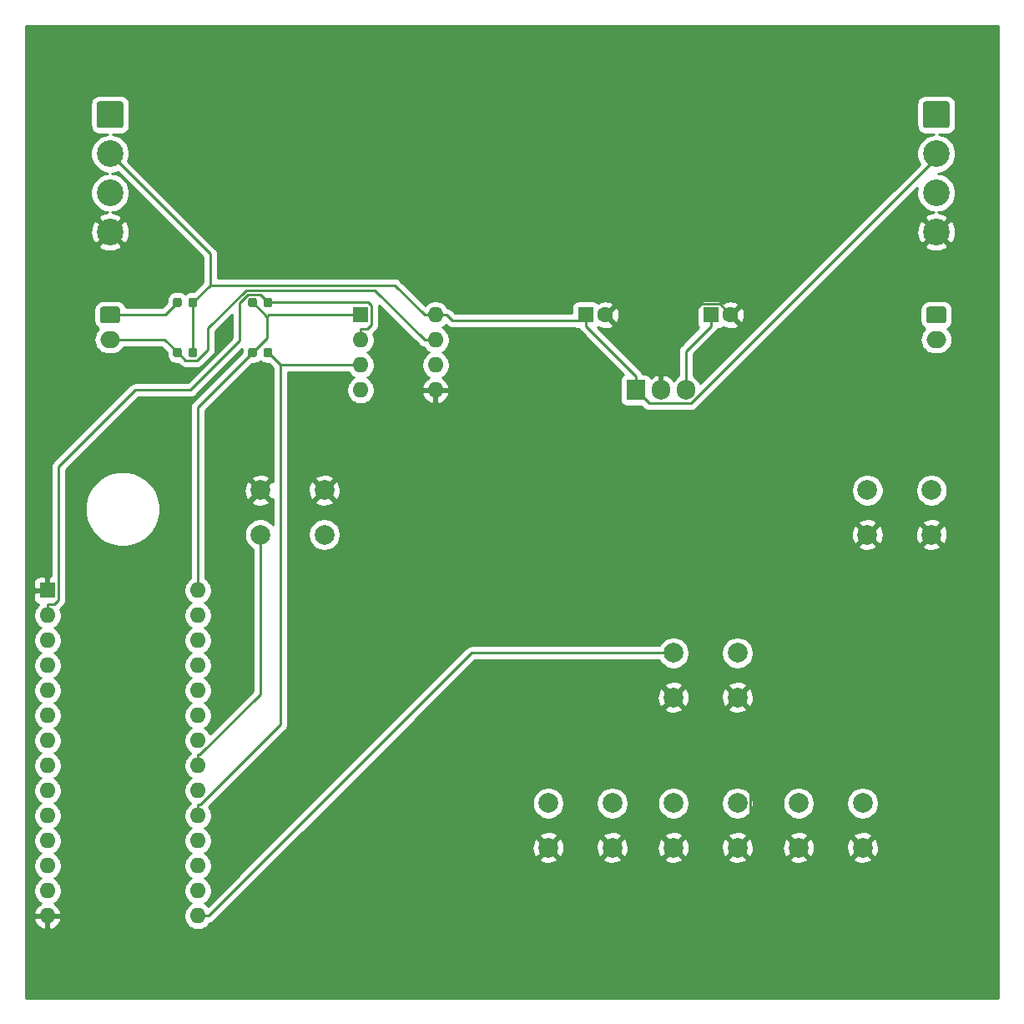
<source format=gbl>
G04 #@! TF.GenerationSoftware,KiCad,Pcbnew,(5.1.6)-1*
G04 #@! TF.CreationDate,2020-09-10T20:19:44+09:00*
G04 #@! TF.ProjectId,ControllerPCB,436f6e74-726f-46c6-9c65-725043422e6b,rev?*
G04 #@! TF.SameCoordinates,Original*
G04 #@! TF.FileFunction,Copper,L2,Bot*
G04 #@! TF.FilePolarity,Positive*
%FSLAX46Y46*%
G04 Gerber Fmt 4.6, Leading zero omitted, Abs format (unit mm)*
G04 Created by KiCad (PCBNEW (5.1.6)-1) date 2020-09-10 20:19:44*
%MOMM*%
%LPD*%
G01*
G04 APERTURE LIST*
G04 #@! TA.AperFunction,ComponentPad*
%ADD10O,1.905000X2.000000*%
G04 #@! TD*
G04 #@! TA.AperFunction,ComponentPad*
%ADD11R,1.905000X2.000000*%
G04 #@! TD*
G04 #@! TA.AperFunction,ComponentPad*
%ADD12C,2.000000*%
G04 #@! TD*
G04 #@! TA.AperFunction,ComponentPad*
%ADD13O,1.600000X1.600000*%
G04 #@! TD*
G04 #@! TA.AperFunction,ComponentPad*
%ADD14R,1.600000X1.600000*%
G04 #@! TD*
G04 #@! TA.AperFunction,ComponentPad*
%ADD15O,2.000000X1.700000*%
G04 #@! TD*
G04 #@! TA.AperFunction,ComponentPad*
%ADD16C,2.700000*%
G04 #@! TD*
G04 #@! TA.AperFunction,ComponentPad*
%ADD17C,1.600000*%
G04 #@! TD*
G04 #@! TA.AperFunction,ViaPad*
%ADD18C,0.800000*%
G04 #@! TD*
G04 #@! TA.AperFunction,Conductor*
%ADD19C,0.250000*%
G04 #@! TD*
G04 #@! TA.AperFunction,Conductor*
%ADD20C,0.254000*%
G04 #@! TD*
G04 APERTURE END LIST*
D10*
G04 #@! TO.P,U1,3*
G04 #@! TO.N,+3V3*
X167640000Y-87630000D03*
G04 #@! TO.P,U1,2*
G04 #@! TO.N,GND*
X165100000Y-87630000D03*
D11*
G04 #@! TO.P,U1,1*
G04 #@! TO.N,+5V*
X162560000Y-87630000D03*
G04 #@! TD*
D12*
G04 #@! TO.P,SW6,1*
G04 #@! TO.N,/ShutDown*
X192555000Y-97790000D03*
G04 #@! TO.P,SW6,2*
G04 #@! TO.N,GND*
X192555000Y-102290000D03*
G04 #@! TO.P,SW6,1*
G04 #@! TO.N,/ShutDown*
X186055000Y-97790000D03*
G04 #@! TO.P,SW6,2*
G04 #@! TO.N,GND*
X186055000Y-102290000D03*
G04 #@! TD*
G04 #@! TO.P,SW5,1*
G04 #@! TO.N,/stop_one*
X185570000Y-129540000D03*
G04 #@! TO.P,SW5,2*
G04 #@! TO.N,GND*
X185570000Y-134040000D03*
G04 #@! TO.P,SW5,1*
G04 #@! TO.N,/stop_one*
X179070000Y-129540000D03*
G04 #@! TO.P,SW5,2*
G04 #@! TO.N,GND*
X179070000Y-134040000D03*
G04 #@! TD*
G04 #@! TO.P,SW4,1*
G04 #@! TO.N,/stop_ten*
X172870000Y-129540000D03*
G04 #@! TO.P,SW4,2*
G04 #@! TO.N,GND*
X172870000Y-134040000D03*
G04 #@! TO.P,SW4,1*
G04 #@! TO.N,/stop_ten*
X166370000Y-129540000D03*
G04 #@! TO.P,SW4,2*
G04 #@! TO.N,GND*
X166370000Y-134040000D03*
G04 #@! TD*
G04 #@! TO.P,SW3,1*
G04 #@! TO.N,/roll_start*
X172870000Y-114300000D03*
G04 #@! TO.P,SW3,2*
G04 #@! TO.N,GND*
X172870000Y-118800000D03*
G04 #@! TO.P,SW3,1*
G04 #@! TO.N,/roll_start*
X166370000Y-114300000D03*
G04 #@! TO.P,SW3,2*
G04 #@! TO.N,GND*
X166370000Y-118800000D03*
G04 #@! TD*
G04 #@! TO.P,SW2,1*
G04 #@! TO.N,/stop_hun*
X160170000Y-129540000D03*
G04 #@! TO.P,SW2,2*
G04 #@! TO.N,GND*
X160170000Y-134040000D03*
G04 #@! TO.P,SW2,1*
G04 #@! TO.N,/stop_hun*
X153670000Y-129540000D03*
G04 #@! TO.P,SW2,2*
G04 #@! TO.N,GND*
X153670000Y-134040000D03*
G04 #@! TD*
G04 #@! TO.P,SW1,1*
G04 #@! TO.N,GND*
X130960000Y-97790000D03*
G04 #@! TO.P,SW1,2*
G04 #@! TO.N,/RESET*
X130960000Y-102290000D03*
G04 #@! TO.P,SW1,1*
G04 #@! TO.N,GND*
X124460000Y-97790000D03*
G04 #@! TO.P,SW1,2*
G04 #@! TO.N,/RESET*
X124460000Y-102290000D03*
G04 #@! TD*
G04 #@! TO.P,R4,2*
G04 #@! TO.N,/SDA*
G04 #@! TA.AperFunction,SMDPad,CuDef*
G36*
G01*
X124810000Y-84076250D02*
X124810000Y-83563750D01*
G75*
G02*
X125028750Y-83345000I218750J0D01*
G01*
X125466250Y-83345000D01*
G75*
G02*
X125685000Y-83563750I0J-218750D01*
G01*
X125685000Y-84076250D01*
G75*
G02*
X125466250Y-84295000I-218750J0D01*
G01*
X125028750Y-84295000D01*
G75*
G02*
X124810000Y-84076250I0J218750D01*
G01*
G37*
G04 #@! TD.AperFunction*
G04 #@! TO.P,R4,1*
G04 #@! TO.N,+3V3*
G04 #@! TA.AperFunction,SMDPad,CuDef*
G36*
G01*
X123235000Y-84076250D02*
X123235000Y-83563750D01*
G75*
G02*
X123453750Y-83345000I218750J0D01*
G01*
X123891250Y-83345000D01*
G75*
G02*
X124110000Y-83563750I0J-218750D01*
G01*
X124110000Y-84076250D01*
G75*
G02*
X123891250Y-84295000I-218750J0D01*
G01*
X123453750Y-84295000D01*
G75*
G02*
X123235000Y-84076250I0J218750D01*
G01*
G37*
G04 #@! TD.AperFunction*
G04 #@! TD*
G04 #@! TO.P,R3,2*
G04 #@! TO.N,/SCL*
G04 #@! TA.AperFunction,SMDPad,CuDef*
G36*
G01*
X124810000Y-78996250D02*
X124810000Y-78483750D01*
G75*
G02*
X125028750Y-78265000I218750J0D01*
G01*
X125466250Y-78265000D01*
G75*
G02*
X125685000Y-78483750I0J-218750D01*
G01*
X125685000Y-78996250D01*
G75*
G02*
X125466250Y-79215000I-218750J0D01*
G01*
X125028750Y-79215000D01*
G75*
G02*
X124810000Y-78996250I0J218750D01*
G01*
G37*
G04 #@! TD.AperFunction*
G04 #@! TO.P,R3,1*
G04 #@! TO.N,+3V3*
G04 #@! TA.AperFunction,SMDPad,CuDef*
G36*
G01*
X123235000Y-78996250D02*
X123235000Y-78483750D01*
G75*
G02*
X123453750Y-78265000I218750J0D01*
G01*
X123891250Y-78265000D01*
G75*
G02*
X124110000Y-78483750I0J-218750D01*
G01*
X124110000Y-78996250D01*
G75*
G02*
X123891250Y-79215000I-218750J0D01*
G01*
X123453750Y-79215000D01*
G75*
G02*
X123235000Y-78996250I0J218750D01*
G01*
G37*
G04 #@! TD.AperFunction*
G04 #@! TD*
G04 #@! TO.P,R2,2*
G04 #@! TO.N,/SCL_5V*
G04 #@! TA.AperFunction,SMDPad,CuDef*
G36*
G01*
X116490000Y-83563750D02*
X116490000Y-84076250D01*
G75*
G02*
X116271250Y-84295000I-218750J0D01*
G01*
X115833750Y-84295000D01*
G75*
G02*
X115615000Y-84076250I0J218750D01*
G01*
X115615000Y-83563750D01*
G75*
G02*
X115833750Y-83345000I218750J0D01*
G01*
X116271250Y-83345000D01*
G75*
G02*
X116490000Y-83563750I0J-218750D01*
G01*
G37*
G04 #@! TD.AperFunction*
G04 #@! TO.P,R2,1*
G04 #@! TO.N,+5V*
G04 #@! TA.AperFunction,SMDPad,CuDef*
G36*
G01*
X118065000Y-83563750D02*
X118065000Y-84076250D01*
G75*
G02*
X117846250Y-84295000I-218750J0D01*
G01*
X117408750Y-84295000D01*
G75*
G02*
X117190000Y-84076250I0J218750D01*
G01*
X117190000Y-83563750D01*
G75*
G02*
X117408750Y-83345000I218750J0D01*
G01*
X117846250Y-83345000D01*
G75*
G02*
X118065000Y-83563750I0J-218750D01*
G01*
G37*
G04 #@! TD.AperFunction*
G04 #@! TD*
G04 #@! TO.P,R1,2*
G04 #@! TO.N,/SDA_5V*
G04 #@! TA.AperFunction,SMDPad,CuDef*
G36*
G01*
X116490000Y-78483750D02*
X116490000Y-78996250D01*
G75*
G02*
X116271250Y-79215000I-218750J0D01*
G01*
X115833750Y-79215000D01*
G75*
G02*
X115615000Y-78996250I0J218750D01*
G01*
X115615000Y-78483750D01*
G75*
G02*
X115833750Y-78265000I218750J0D01*
G01*
X116271250Y-78265000D01*
G75*
G02*
X116490000Y-78483750I0J-218750D01*
G01*
G37*
G04 #@! TD.AperFunction*
G04 #@! TO.P,R1,1*
G04 #@! TO.N,+5V*
G04 #@! TA.AperFunction,SMDPad,CuDef*
G36*
G01*
X118065000Y-78483750D02*
X118065000Y-78996250D01*
G75*
G02*
X117846250Y-79215000I-218750J0D01*
G01*
X117408750Y-79215000D01*
G75*
G02*
X117190000Y-78996250I0J218750D01*
G01*
X117190000Y-78483750D01*
G75*
G02*
X117408750Y-78265000I218750J0D01*
G01*
X117846250Y-78265000D01*
G75*
G02*
X118065000Y-78483750I0J-218750D01*
G01*
G37*
G04 #@! TD.AperFunction*
G04 #@! TD*
D13*
G04 #@! TO.P,J6,8*
G04 #@! TO.N,+5V*
X142240000Y-80010000D03*
G04 #@! TO.P,J6,4*
G04 #@! TO.N,Net-(J6-Pad4)*
X134620000Y-87630000D03*
G04 #@! TO.P,J6,7*
G04 #@! TO.N,/SCL_5V*
X142240000Y-82550000D03*
G04 #@! TO.P,J6,3*
G04 #@! TO.N,/SDA*
X134620000Y-85090000D03*
G04 #@! TO.P,J6,6*
G04 #@! TO.N,/SDA_5V*
X142240000Y-85090000D03*
G04 #@! TO.P,J6,2*
G04 #@! TO.N,/SCL*
X134620000Y-82550000D03*
G04 #@! TO.P,J6,5*
G04 #@! TO.N,GND*
X142240000Y-87630000D03*
D14*
G04 #@! TO.P,J6,1*
G04 #@! TO.N,+3V3*
X134620000Y-80010000D03*
G04 #@! TD*
D15*
G04 #@! TO.P,J5,2*
G04 #@! TO.N,/SCL_5V*
X109220000Y-82510000D03*
G04 #@! TO.P,J5,1*
G04 #@! TO.N,/SDA_5V*
G04 #@! TA.AperFunction,ComponentPad*
G36*
G01*
X108470000Y-79160000D02*
X109970000Y-79160000D01*
G75*
G02*
X110220000Y-79410000I0J-250000D01*
G01*
X110220000Y-80610000D01*
G75*
G02*
X109970000Y-80860000I-250000J0D01*
G01*
X108470000Y-80860000D01*
G75*
G02*
X108220000Y-80610000I0J250000D01*
G01*
X108220000Y-79410000D01*
G75*
G02*
X108470000Y-79160000I250000J0D01*
G01*
G37*
G04 #@! TD.AperFunction*
G04 #@! TD*
D16*
G04 #@! TO.P,J4,4*
G04 #@! TO.N,GND*
X193040000Y-71570000D03*
G04 #@! TO.P,J4,3*
G04 #@! TO.N,+12V*
X193040000Y-67610000D03*
G04 #@! TO.P,J4,2*
G04 #@! TO.N,+5V*
X193040000Y-63650000D03*
G04 #@! TO.P,J4,1*
G04 #@! TO.N,+48V*
G04 #@! TA.AperFunction,ComponentPad*
G36*
G01*
X191940001Y-58340000D02*
X194139999Y-58340000D01*
G75*
G02*
X194390000Y-58590001I0J-250001D01*
G01*
X194390000Y-60789999D01*
G75*
G02*
X194139999Y-61040000I-250001J0D01*
G01*
X191940001Y-61040000D01*
G75*
G02*
X191690000Y-60789999I0J250001D01*
G01*
X191690000Y-58590001D01*
G75*
G02*
X191940001Y-58340000I250001J0D01*
G01*
G37*
G04 #@! TD.AperFunction*
G04 #@! TD*
D13*
G04 #@! TO.P,J3,28*
G04 #@! TO.N,+3V3*
X118110000Y-107950000D03*
G04 #@! TO.P,J3,14*
G04 #@! TO.N,GND*
X102870000Y-140970000D03*
G04 #@! TO.P,J3,27*
G04 #@! TO.N,Net-(J3-Pad27)*
X118110000Y-110490000D03*
G04 #@! TO.P,J3,13*
G04 #@! TO.N,/ShutDown*
X102870000Y-138430000D03*
G04 #@! TO.P,J3,26*
G04 #@! TO.N,Net-(J3-Pad26)*
X118110000Y-113030000D03*
G04 #@! TO.P,J3,12*
G04 #@! TO.N,/LED_roll*
X102870000Y-135890000D03*
G04 #@! TO.P,J3,25*
G04 #@! TO.N,Net-(J3-Pad25)*
X118110000Y-115570000D03*
G04 #@! TO.P,J3,11*
G04 #@! TO.N,/LED_ShutDown*
X102870000Y-133350000D03*
G04 #@! TO.P,J3,24*
G04 #@! TO.N,Net-(J3-Pad24)*
X118110000Y-118110000D03*
G04 #@! TO.P,J3,10*
G04 #@! TO.N,Net-(J3-Pad10)*
X102870000Y-130810000D03*
G04 #@! TO.P,J3,23*
G04 #@! TO.N,Net-(J3-Pad23)*
X118110000Y-120650000D03*
G04 #@! TO.P,J3,9*
G04 #@! TO.N,Net-(J3-Pad9)*
X102870000Y-128270000D03*
G04 #@! TO.P,J3,22*
G04 #@! TO.N,Net-(J3-Pad22)*
X118110000Y-123190000D03*
G04 #@! TO.P,J3,8*
G04 #@! TO.N,Net-(J3-Pad8)*
X102870000Y-125730000D03*
G04 #@! TO.P,J3,21*
G04 #@! TO.N,/RESET*
X118110000Y-125730000D03*
G04 #@! TO.P,J3,7*
G04 #@! TO.N,Net-(J3-Pad7)*
X102870000Y-123190000D03*
G04 #@! TO.P,J3,20*
G04 #@! TO.N,Net-(J3-Pad20)*
X118110000Y-128270000D03*
G04 #@! TO.P,J3,6*
G04 #@! TO.N,Net-(J3-Pad6)*
X102870000Y-120650000D03*
G04 #@! TO.P,J3,19*
G04 #@! TO.N,/SDA*
X118110000Y-130810000D03*
G04 #@! TO.P,J3,5*
G04 #@! TO.N,Net-(J3-Pad5)*
X102870000Y-118110000D03*
G04 #@! TO.P,J3,18*
G04 #@! TO.N,/stop_hun*
X118110000Y-133350000D03*
G04 #@! TO.P,J3,4*
G04 #@! TO.N,Net-(J3-Pad4)*
X102870000Y-115570000D03*
G04 #@! TO.P,J3,17*
G04 #@! TO.N,/stop_ten*
X118110000Y-135890000D03*
G04 #@! TO.P,J3,3*
G04 #@! TO.N,Net-(J3-Pad3)*
X102870000Y-113030000D03*
G04 #@! TO.P,J3,16*
G04 #@! TO.N,/stop_one*
X118110000Y-138430000D03*
G04 #@! TO.P,J3,2*
G04 #@! TO.N,/SCL*
X102870000Y-110490000D03*
G04 #@! TO.P,J3,15*
G04 #@! TO.N,/roll_start*
X118110000Y-140970000D03*
D14*
G04 #@! TO.P,J3,1*
G04 #@! TO.N,GND*
X102870000Y-107950000D03*
G04 #@! TD*
D15*
G04 #@! TO.P,J2,2*
G04 #@! TO.N,/SCL_5V*
X193040000Y-82510000D03*
G04 #@! TO.P,J2,1*
G04 #@! TO.N,/SDA_5V*
G04 #@! TA.AperFunction,ComponentPad*
G36*
G01*
X192290000Y-79160000D02*
X193790000Y-79160000D01*
G75*
G02*
X194040000Y-79410000I0J-250000D01*
G01*
X194040000Y-80610000D01*
G75*
G02*
X193790000Y-80860000I-250000J0D01*
G01*
X192290000Y-80860000D01*
G75*
G02*
X192040000Y-80610000I0J250000D01*
G01*
X192040000Y-79410000D01*
G75*
G02*
X192290000Y-79160000I250000J0D01*
G01*
G37*
G04 #@! TD.AperFunction*
G04 #@! TD*
D16*
G04 #@! TO.P,J1,4*
G04 #@! TO.N,GND*
X109220000Y-71570000D03*
G04 #@! TO.P,J1,3*
G04 #@! TO.N,+12V*
X109220000Y-67610000D03*
G04 #@! TO.P,J1,2*
G04 #@! TO.N,+5V*
X109220000Y-63650000D03*
G04 #@! TO.P,J1,1*
G04 #@! TO.N,+48V*
G04 #@! TA.AperFunction,ComponentPad*
G36*
G01*
X108120001Y-58340000D02*
X110319999Y-58340000D01*
G75*
G02*
X110570000Y-58590001I0J-250001D01*
G01*
X110570000Y-60789999D01*
G75*
G02*
X110319999Y-61040000I-250001J0D01*
G01*
X108120001Y-61040000D01*
G75*
G02*
X107870000Y-60789999I0J250001D01*
G01*
X107870000Y-58590001D01*
G75*
G02*
X108120001Y-58340000I250001J0D01*
G01*
G37*
G04 #@! TD.AperFunction*
G04 #@! TD*
D17*
G04 #@! TO.P,C2,2*
G04 #@! TO.N,GND*
X172180000Y-80010000D03*
D14*
G04 #@! TO.P,C2,1*
G04 #@! TO.N,+3V3*
X170180000Y-80010000D03*
G04 #@! TD*
D17*
G04 #@! TO.P,C1,2*
G04 #@! TO.N,GND*
X159480000Y-80010000D03*
D14*
G04 #@! TO.P,C1,1*
G04 #@! TO.N,+5V*
X157480000Y-80010000D03*
G04 #@! TD*
D18*
G04 #@! TO.N,GND*
X170000000Y-65000000D03*
G04 #@! TD*
D19*
G04 #@! TO.N,GND*
X163768200Y-84298200D02*
X165100000Y-85630000D01*
X165100000Y-85630000D02*
X165100000Y-87630000D01*
X159480000Y-80010000D02*
X163768200Y-84298200D01*
X172180000Y-80010000D02*
X172180000Y-79949900D01*
X172180000Y-79949900D02*
X171114700Y-78884600D01*
X171114700Y-78884600D02*
X169181800Y-78884600D01*
X169181800Y-78884600D02*
X163768200Y-84298200D01*
X174207000Y-132703000D02*
X172870000Y-134040000D01*
X172870000Y-118800000D02*
X174207000Y-120137000D01*
X174207000Y-120137000D02*
X174207000Y-132703000D01*
X174207000Y-132703000D02*
X177733000Y-132703000D01*
X177733000Y-132703000D02*
X179070000Y-134040000D01*
X142240000Y-87630000D02*
X141114700Y-87630000D01*
X141114700Y-87630000D02*
X141114700Y-87635300D01*
X141114700Y-87635300D02*
X130960000Y-97790000D01*
G04 #@! TO.N,+5V*
X162560000Y-87630000D02*
X163909500Y-88979500D01*
X163909500Y-88979500D02*
X168157400Y-88979500D01*
X168157400Y-88979500D02*
X193040000Y-64096900D01*
X193040000Y-64096900D02*
X193040000Y-63650000D01*
X157480000Y-81135300D02*
X162560000Y-86215300D01*
X162560000Y-86215300D02*
X162560000Y-87630000D01*
X142240000Y-80010000D02*
X143365300Y-80010000D01*
X157480000Y-80572600D02*
X143927900Y-80572600D01*
X143927900Y-80572600D02*
X143365300Y-80010000D01*
X157480000Y-80572600D02*
X157480000Y-81135300D01*
X157480000Y-80010000D02*
X157480000Y-80572600D01*
X119383600Y-76983900D02*
X117627500Y-78740000D01*
X141114700Y-80010000D02*
X138088600Y-76983900D01*
X138088600Y-76983900D02*
X119383600Y-76983900D01*
X109220000Y-63650000D02*
X119383600Y-73813600D01*
X119383600Y-73813600D02*
X119383600Y-76983900D01*
X142240000Y-80010000D02*
X141114700Y-80010000D01*
X117627500Y-78740000D02*
X117627500Y-83820000D01*
G04 #@! TO.N,+3V3*
X170180000Y-80010000D02*
X170180000Y-81135300D01*
X170180000Y-81135300D02*
X167640000Y-83675300D01*
X167640000Y-83675300D02*
X167640000Y-87630000D01*
X123672500Y-83820000D02*
X118110000Y-89382500D01*
X118110000Y-89382500D02*
X118110000Y-107950000D01*
X125137500Y-80205000D02*
X125137500Y-82355000D01*
X125137500Y-82355000D02*
X123672500Y-83820000D01*
X123672500Y-78740000D02*
X125137500Y-80205000D01*
X134620000Y-80010000D02*
X125332500Y-80010000D01*
X125332500Y-80010000D02*
X125137500Y-80205000D01*
G04 #@! TO.N,/SCL_5V*
X142240000Y-82550000D02*
X141114700Y-82550000D01*
X141114700Y-82550000D02*
X136050400Y-77485700D01*
X136050400Y-77485700D02*
X123034900Y-77485700D01*
X123034900Y-77485700D02*
X119158100Y-81362500D01*
X119158100Y-81362500D02*
X119158100Y-83539200D01*
X119158100Y-83539200D02*
X118075900Y-84621400D01*
X118075900Y-84621400D02*
X116853900Y-84621400D01*
X116853900Y-84621400D02*
X116052500Y-83820000D01*
X109220000Y-82510000D02*
X114742500Y-82510000D01*
X114742500Y-82510000D02*
X116052500Y-83820000D01*
G04 #@! TO.N,/SDA_5V*
X109220000Y-80010000D02*
X114782500Y-80010000D01*
X114782500Y-80010000D02*
X116052500Y-78740000D01*
G04 #@! TO.N,/RESET*
X124460000Y-102290000D02*
X124460000Y-118459000D01*
X124460000Y-118459000D02*
X118314300Y-124604700D01*
X118314300Y-124604700D02*
X118110000Y-124604700D01*
X118110000Y-125730000D02*
X118110000Y-124604700D01*
G04 #@! TO.N,/SDA*
X126517500Y-85090000D02*
X125247500Y-83820000D01*
X134620000Y-85090000D02*
X126517500Y-85090000D01*
X126517500Y-85090000D02*
X126517500Y-121558500D01*
X126517500Y-121558500D02*
X118391300Y-129684700D01*
X118391300Y-129684700D02*
X118110000Y-129684700D01*
X118110000Y-130810000D02*
X118110000Y-129684700D01*
G04 #@! TO.N,/SCL*
X134620000Y-81424700D02*
X135323300Y-81424700D01*
X135323300Y-81424700D02*
X135745400Y-81002600D01*
X135745400Y-81002600D02*
X135745400Y-79066100D01*
X135745400Y-79066100D02*
X135419300Y-78740000D01*
X135419300Y-78740000D02*
X125247500Y-78740000D01*
X134620000Y-82550000D02*
X134620000Y-81424700D01*
X123220100Y-77937400D02*
X124444900Y-77937400D01*
X122395900Y-78761600D02*
X123220100Y-77937400D01*
X124444900Y-77937400D02*
X125247500Y-78740000D01*
X111760000Y-87630000D02*
X117386300Y-87630000D01*
X102870000Y-110490000D02*
X102870000Y-109364700D01*
X122395900Y-82620400D02*
X122395900Y-78761600D01*
X117386300Y-87630000D02*
X122395900Y-82620400D01*
X103573400Y-109364700D02*
X103995300Y-108942800D01*
X102870000Y-109364700D02*
X103573400Y-109364700D01*
X103995300Y-108942800D02*
X103995300Y-95394700D01*
X103995300Y-95394700D02*
X111760000Y-87630000D01*
G04 #@! TO.N,/roll_start*
X118110000Y-140970000D02*
X119235300Y-140970000D01*
X119235300Y-140970000D02*
X145905300Y-114300000D01*
X145905300Y-114300000D02*
X166370000Y-114300000D01*
G04 #@! TD*
D20*
G04 #@! TO.N,GND*
G36*
X199340001Y-149340000D02*
G01*
X100660000Y-149340000D01*
X100660000Y-141319039D01*
X101478096Y-141319039D01*
X101518754Y-141453087D01*
X101638963Y-141707420D01*
X101806481Y-141933414D01*
X102014869Y-142122385D01*
X102256119Y-142267070D01*
X102520960Y-142361909D01*
X102743000Y-142240624D01*
X102743000Y-141097000D01*
X102997000Y-141097000D01*
X102997000Y-142240624D01*
X103219040Y-142361909D01*
X103483881Y-142267070D01*
X103725131Y-142122385D01*
X103933519Y-141933414D01*
X104101037Y-141707420D01*
X104221246Y-141453087D01*
X104261904Y-141319039D01*
X104139915Y-141097000D01*
X102997000Y-141097000D01*
X102743000Y-141097000D01*
X101600085Y-141097000D01*
X101478096Y-141319039D01*
X100660000Y-141319039D01*
X100660000Y-108750000D01*
X101431928Y-108750000D01*
X101444188Y-108874482D01*
X101480498Y-108994180D01*
X101539463Y-109104494D01*
X101618815Y-109201185D01*
X101715506Y-109280537D01*
X101825820Y-109339502D01*
X101945518Y-109375812D01*
X101953961Y-109376643D01*
X101755363Y-109575241D01*
X101598320Y-109810273D01*
X101490147Y-110071426D01*
X101435000Y-110348665D01*
X101435000Y-110631335D01*
X101490147Y-110908574D01*
X101598320Y-111169727D01*
X101755363Y-111404759D01*
X101955241Y-111604637D01*
X102187759Y-111760000D01*
X101955241Y-111915363D01*
X101755363Y-112115241D01*
X101598320Y-112350273D01*
X101490147Y-112611426D01*
X101435000Y-112888665D01*
X101435000Y-113171335D01*
X101490147Y-113448574D01*
X101598320Y-113709727D01*
X101755363Y-113944759D01*
X101955241Y-114144637D01*
X102187759Y-114300000D01*
X101955241Y-114455363D01*
X101755363Y-114655241D01*
X101598320Y-114890273D01*
X101490147Y-115151426D01*
X101435000Y-115428665D01*
X101435000Y-115711335D01*
X101490147Y-115988574D01*
X101598320Y-116249727D01*
X101755363Y-116484759D01*
X101955241Y-116684637D01*
X102187759Y-116840000D01*
X101955241Y-116995363D01*
X101755363Y-117195241D01*
X101598320Y-117430273D01*
X101490147Y-117691426D01*
X101435000Y-117968665D01*
X101435000Y-118251335D01*
X101490147Y-118528574D01*
X101598320Y-118789727D01*
X101755363Y-119024759D01*
X101955241Y-119224637D01*
X102187759Y-119380000D01*
X101955241Y-119535363D01*
X101755363Y-119735241D01*
X101598320Y-119970273D01*
X101490147Y-120231426D01*
X101435000Y-120508665D01*
X101435000Y-120791335D01*
X101490147Y-121068574D01*
X101598320Y-121329727D01*
X101755363Y-121564759D01*
X101955241Y-121764637D01*
X102187759Y-121920000D01*
X101955241Y-122075363D01*
X101755363Y-122275241D01*
X101598320Y-122510273D01*
X101490147Y-122771426D01*
X101435000Y-123048665D01*
X101435000Y-123331335D01*
X101490147Y-123608574D01*
X101598320Y-123869727D01*
X101755363Y-124104759D01*
X101955241Y-124304637D01*
X102187759Y-124460000D01*
X101955241Y-124615363D01*
X101755363Y-124815241D01*
X101598320Y-125050273D01*
X101490147Y-125311426D01*
X101435000Y-125588665D01*
X101435000Y-125871335D01*
X101490147Y-126148574D01*
X101598320Y-126409727D01*
X101755363Y-126644759D01*
X101955241Y-126844637D01*
X102187759Y-127000000D01*
X101955241Y-127155363D01*
X101755363Y-127355241D01*
X101598320Y-127590273D01*
X101490147Y-127851426D01*
X101435000Y-128128665D01*
X101435000Y-128411335D01*
X101490147Y-128688574D01*
X101598320Y-128949727D01*
X101755363Y-129184759D01*
X101955241Y-129384637D01*
X102187759Y-129540000D01*
X101955241Y-129695363D01*
X101755363Y-129895241D01*
X101598320Y-130130273D01*
X101490147Y-130391426D01*
X101435000Y-130668665D01*
X101435000Y-130951335D01*
X101490147Y-131228574D01*
X101598320Y-131489727D01*
X101755363Y-131724759D01*
X101955241Y-131924637D01*
X102187759Y-132080000D01*
X101955241Y-132235363D01*
X101755363Y-132435241D01*
X101598320Y-132670273D01*
X101490147Y-132931426D01*
X101435000Y-133208665D01*
X101435000Y-133491335D01*
X101490147Y-133768574D01*
X101598320Y-134029727D01*
X101755363Y-134264759D01*
X101955241Y-134464637D01*
X102187759Y-134620000D01*
X101955241Y-134775363D01*
X101755363Y-134975241D01*
X101598320Y-135210273D01*
X101490147Y-135471426D01*
X101435000Y-135748665D01*
X101435000Y-136031335D01*
X101490147Y-136308574D01*
X101598320Y-136569727D01*
X101755363Y-136804759D01*
X101955241Y-137004637D01*
X102187759Y-137160000D01*
X101955241Y-137315363D01*
X101755363Y-137515241D01*
X101598320Y-137750273D01*
X101490147Y-138011426D01*
X101435000Y-138288665D01*
X101435000Y-138571335D01*
X101490147Y-138848574D01*
X101598320Y-139109727D01*
X101755363Y-139344759D01*
X101955241Y-139544637D01*
X102190273Y-139701680D01*
X102200865Y-139706067D01*
X102014869Y-139817615D01*
X101806481Y-140006586D01*
X101638963Y-140232580D01*
X101518754Y-140486913D01*
X101478096Y-140620961D01*
X101600085Y-140843000D01*
X102743000Y-140843000D01*
X102743000Y-140823000D01*
X102997000Y-140823000D01*
X102997000Y-140843000D01*
X104139915Y-140843000D01*
X104261904Y-140620961D01*
X104221246Y-140486913D01*
X104101037Y-140232580D01*
X103933519Y-140006586D01*
X103725131Y-139817615D01*
X103539135Y-139706067D01*
X103549727Y-139701680D01*
X103784759Y-139544637D01*
X103984637Y-139344759D01*
X104141680Y-139109727D01*
X104249853Y-138848574D01*
X104305000Y-138571335D01*
X104305000Y-138288665D01*
X104249853Y-138011426D01*
X104141680Y-137750273D01*
X103984637Y-137515241D01*
X103784759Y-137315363D01*
X103552241Y-137160000D01*
X103784759Y-137004637D01*
X103984637Y-136804759D01*
X104141680Y-136569727D01*
X104249853Y-136308574D01*
X104305000Y-136031335D01*
X104305000Y-135748665D01*
X104249853Y-135471426D01*
X104141680Y-135210273D01*
X103984637Y-134975241D01*
X103784759Y-134775363D01*
X103552241Y-134620000D01*
X103784759Y-134464637D01*
X103984637Y-134264759D01*
X104141680Y-134029727D01*
X104249853Y-133768574D01*
X104305000Y-133491335D01*
X104305000Y-133208665D01*
X104249853Y-132931426D01*
X104141680Y-132670273D01*
X103984637Y-132435241D01*
X103784759Y-132235363D01*
X103552241Y-132080000D01*
X103784759Y-131924637D01*
X103984637Y-131724759D01*
X104141680Y-131489727D01*
X104249853Y-131228574D01*
X104305000Y-130951335D01*
X104305000Y-130668665D01*
X104249853Y-130391426D01*
X104141680Y-130130273D01*
X103984637Y-129895241D01*
X103784759Y-129695363D01*
X103552241Y-129540000D01*
X103784759Y-129384637D01*
X103984637Y-129184759D01*
X104141680Y-128949727D01*
X104249853Y-128688574D01*
X104305000Y-128411335D01*
X104305000Y-128128665D01*
X104249853Y-127851426D01*
X104141680Y-127590273D01*
X103984637Y-127355241D01*
X103784759Y-127155363D01*
X103552241Y-127000000D01*
X103784759Y-126844637D01*
X103984637Y-126644759D01*
X104141680Y-126409727D01*
X104249853Y-126148574D01*
X104305000Y-125871335D01*
X104305000Y-125588665D01*
X104249853Y-125311426D01*
X104141680Y-125050273D01*
X103984637Y-124815241D01*
X103784759Y-124615363D01*
X103552241Y-124460000D01*
X103784759Y-124304637D01*
X103984637Y-124104759D01*
X104141680Y-123869727D01*
X104249853Y-123608574D01*
X104305000Y-123331335D01*
X104305000Y-123048665D01*
X104249853Y-122771426D01*
X104141680Y-122510273D01*
X103984637Y-122275241D01*
X103784759Y-122075363D01*
X103552241Y-121920000D01*
X103784759Y-121764637D01*
X103984637Y-121564759D01*
X104141680Y-121329727D01*
X104249853Y-121068574D01*
X104305000Y-120791335D01*
X104305000Y-120508665D01*
X104249853Y-120231426D01*
X104141680Y-119970273D01*
X103984637Y-119735241D01*
X103784759Y-119535363D01*
X103552241Y-119380000D01*
X103784759Y-119224637D01*
X103984637Y-119024759D01*
X104141680Y-118789727D01*
X104249853Y-118528574D01*
X104305000Y-118251335D01*
X104305000Y-117968665D01*
X104249853Y-117691426D01*
X104141680Y-117430273D01*
X103984637Y-117195241D01*
X103784759Y-116995363D01*
X103552241Y-116840000D01*
X103784759Y-116684637D01*
X103984637Y-116484759D01*
X104141680Y-116249727D01*
X104249853Y-115988574D01*
X104305000Y-115711335D01*
X104305000Y-115428665D01*
X104249853Y-115151426D01*
X104141680Y-114890273D01*
X103984637Y-114655241D01*
X103784759Y-114455363D01*
X103552241Y-114300000D01*
X103784759Y-114144637D01*
X103984637Y-113944759D01*
X104141680Y-113709727D01*
X104249853Y-113448574D01*
X104305000Y-113171335D01*
X104305000Y-112888665D01*
X104249853Y-112611426D01*
X104141680Y-112350273D01*
X103984637Y-112115241D01*
X103784759Y-111915363D01*
X103552241Y-111760000D01*
X103784759Y-111604637D01*
X103984637Y-111404759D01*
X104141680Y-111169727D01*
X104249853Y-110908574D01*
X104305000Y-110631335D01*
X104305000Y-110348665D01*
X104249853Y-110071426D01*
X104159531Y-109853370D01*
X104506298Y-109506603D01*
X104535301Y-109482801D01*
X104630274Y-109367076D01*
X104700846Y-109235047D01*
X104744303Y-109091786D01*
X104755300Y-108980133D01*
X104755300Y-108980125D01*
X104758976Y-108942800D01*
X104755300Y-108905475D01*
X104755300Y-99317285D01*
X106655000Y-99317285D01*
X106655000Y-100072715D01*
X106802377Y-100813628D01*
X107091467Y-101511554D01*
X107511161Y-102139670D01*
X108045330Y-102673839D01*
X108673446Y-103093533D01*
X109371372Y-103382623D01*
X110112285Y-103530000D01*
X110867715Y-103530000D01*
X111608628Y-103382623D01*
X112306554Y-103093533D01*
X112934670Y-102673839D01*
X113468839Y-102139670D01*
X113888533Y-101511554D01*
X114177623Y-100813628D01*
X114325000Y-100072715D01*
X114325000Y-99317285D01*
X114177623Y-98576372D01*
X113888533Y-97878446D01*
X113468839Y-97250330D01*
X112934670Y-96716161D01*
X112306554Y-96296467D01*
X111608628Y-96007377D01*
X110867715Y-95860000D01*
X110112285Y-95860000D01*
X109371372Y-96007377D01*
X108673446Y-96296467D01*
X108045330Y-96716161D01*
X107511161Y-97250330D01*
X107091467Y-97878446D01*
X106802377Y-98576372D01*
X106655000Y-99317285D01*
X104755300Y-99317285D01*
X104755300Y-95709501D01*
X112074802Y-88390000D01*
X117348978Y-88390000D01*
X117386300Y-88393676D01*
X117423622Y-88390000D01*
X117423633Y-88390000D01*
X117535286Y-88379003D01*
X117678547Y-88335546D01*
X117810576Y-88264974D01*
X117926301Y-88170001D01*
X117950104Y-88140997D01*
X122604529Y-83486572D01*
X122596928Y-83563750D01*
X122596928Y-83820770D01*
X117599003Y-88818696D01*
X117569999Y-88842499D01*
X117521431Y-88901680D01*
X117475026Y-88958224D01*
X117417953Y-89065000D01*
X117404454Y-89090254D01*
X117360997Y-89233515D01*
X117350000Y-89345168D01*
X117350000Y-89345178D01*
X117346324Y-89382500D01*
X117350000Y-89419822D01*
X117350001Y-106731956D01*
X117195241Y-106835363D01*
X116995363Y-107035241D01*
X116838320Y-107270273D01*
X116730147Y-107531426D01*
X116675000Y-107808665D01*
X116675000Y-108091335D01*
X116730147Y-108368574D01*
X116838320Y-108629727D01*
X116995363Y-108864759D01*
X117195241Y-109064637D01*
X117427759Y-109220000D01*
X117195241Y-109375363D01*
X116995363Y-109575241D01*
X116838320Y-109810273D01*
X116730147Y-110071426D01*
X116675000Y-110348665D01*
X116675000Y-110631335D01*
X116730147Y-110908574D01*
X116838320Y-111169727D01*
X116995363Y-111404759D01*
X117195241Y-111604637D01*
X117427759Y-111760000D01*
X117195241Y-111915363D01*
X116995363Y-112115241D01*
X116838320Y-112350273D01*
X116730147Y-112611426D01*
X116675000Y-112888665D01*
X116675000Y-113171335D01*
X116730147Y-113448574D01*
X116838320Y-113709727D01*
X116995363Y-113944759D01*
X117195241Y-114144637D01*
X117427759Y-114300000D01*
X117195241Y-114455363D01*
X116995363Y-114655241D01*
X116838320Y-114890273D01*
X116730147Y-115151426D01*
X116675000Y-115428665D01*
X116675000Y-115711335D01*
X116730147Y-115988574D01*
X116838320Y-116249727D01*
X116995363Y-116484759D01*
X117195241Y-116684637D01*
X117427759Y-116840000D01*
X117195241Y-116995363D01*
X116995363Y-117195241D01*
X116838320Y-117430273D01*
X116730147Y-117691426D01*
X116675000Y-117968665D01*
X116675000Y-118251335D01*
X116730147Y-118528574D01*
X116838320Y-118789727D01*
X116995363Y-119024759D01*
X117195241Y-119224637D01*
X117427759Y-119380000D01*
X117195241Y-119535363D01*
X116995363Y-119735241D01*
X116838320Y-119970273D01*
X116730147Y-120231426D01*
X116675000Y-120508665D01*
X116675000Y-120791335D01*
X116730147Y-121068574D01*
X116838320Y-121329727D01*
X116995363Y-121564759D01*
X117195241Y-121764637D01*
X117427759Y-121920000D01*
X117195241Y-122075363D01*
X116995363Y-122275241D01*
X116838320Y-122510273D01*
X116730147Y-122771426D01*
X116675000Y-123048665D01*
X116675000Y-123331335D01*
X116730147Y-123608574D01*
X116838320Y-123869727D01*
X116995363Y-124104759D01*
X117195241Y-124304637D01*
X117371167Y-124422187D01*
X117360997Y-124455714D01*
X117355842Y-124508053D01*
X117195241Y-124615363D01*
X116995363Y-124815241D01*
X116838320Y-125050273D01*
X116730147Y-125311426D01*
X116675000Y-125588665D01*
X116675000Y-125871335D01*
X116730147Y-126148574D01*
X116838320Y-126409727D01*
X116995363Y-126644759D01*
X117195241Y-126844637D01*
X117427759Y-127000000D01*
X117195241Y-127155363D01*
X116995363Y-127355241D01*
X116838320Y-127590273D01*
X116730147Y-127851426D01*
X116675000Y-128128665D01*
X116675000Y-128411335D01*
X116730147Y-128688574D01*
X116838320Y-128949727D01*
X116995363Y-129184759D01*
X117195241Y-129384637D01*
X117371167Y-129502187D01*
X117360997Y-129535714D01*
X117355842Y-129588053D01*
X117195241Y-129695363D01*
X116995363Y-129895241D01*
X116838320Y-130130273D01*
X116730147Y-130391426D01*
X116675000Y-130668665D01*
X116675000Y-130951335D01*
X116730147Y-131228574D01*
X116838320Y-131489727D01*
X116995363Y-131724759D01*
X117195241Y-131924637D01*
X117427759Y-132080000D01*
X117195241Y-132235363D01*
X116995363Y-132435241D01*
X116838320Y-132670273D01*
X116730147Y-132931426D01*
X116675000Y-133208665D01*
X116675000Y-133491335D01*
X116730147Y-133768574D01*
X116838320Y-134029727D01*
X116995363Y-134264759D01*
X117195241Y-134464637D01*
X117427759Y-134620000D01*
X117195241Y-134775363D01*
X116995363Y-134975241D01*
X116838320Y-135210273D01*
X116730147Y-135471426D01*
X116675000Y-135748665D01*
X116675000Y-136031335D01*
X116730147Y-136308574D01*
X116838320Y-136569727D01*
X116995363Y-136804759D01*
X117195241Y-137004637D01*
X117427759Y-137160000D01*
X117195241Y-137315363D01*
X116995363Y-137515241D01*
X116838320Y-137750273D01*
X116730147Y-138011426D01*
X116675000Y-138288665D01*
X116675000Y-138571335D01*
X116730147Y-138848574D01*
X116838320Y-139109727D01*
X116995363Y-139344759D01*
X117195241Y-139544637D01*
X117427759Y-139700000D01*
X117195241Y-139855363D01*
X116995363Y-140055241D01*
X116838320Y-140290273D01*
X116730147Y-140551426D01*
X116675000Y-140828665D01*
X116675000Y-141111335D01*
X116730147Y-141388574D01*
X116838320Y-141649727D01*
X116995363Y-141884759D01*
X117195241Y-142084637D01*
X117430273Y-142241680D01*
X117691426Y-142349853D01*
X117968665Y-142405000D01*
X118251335Y-142405000D01*
X118528574Y-142349853D01*
X118789727Y-142241680D01*
X119024759Y-142084637D01*
X119224637Y-141884759D01*
X119331947Y-141724158D01*
X119384286Y-141719003D01*
X119527547Y-141675546D01*
X119659576Y-141604974D01*
X119775301Y-141510001D01*
X119799104Y-141480997D01*
X126104688Y-135175413D01*
X152714192Y-135175413D01*
X152809956Y-135439814D01*
X153099571Y-135580704D01*
X153411108Y-135662384D01*
X153732595Y-135681718D01*
X154051675Y-135637961D01*
X154356088Y-135532795D01*
X154530044Y-135439814D01*
X154625808Y-135175413D01*
X159214192Y-135175413D01*
X159309956Y-135439814D01*
X159599571Y-135580704D01*
X159911108Y-135662384D01*
X160232595Y-135681718D01*
X160551675Y-135637961D01*
X160856088Y-135532795D01*
X161030044Y-135439814D01*
X161125808Y-135175413D01*
X165414192Y-135175413D01*
X165509956Y-135439814D01*
X165799571Y-135580704D01*
X166111108Y-135662384D01*
X166432595Y-135681718D01*
X166751675Y-135637961D01*
X167056088Y-135532795D01*
X167230044Y-135439814D01*
X167325808Y-135175413D01*
X171914192Y-135175413D01*
X172009956Y-135439814D01*
X172299571Y-135580704D01*
X172611108Y-135662384D01*
X172932595Y-135681718D01*
X173251675Y-135637961D01*
X173556088Y-135532795D01*
X173730044Y-135439814D01*
X173825808Y-135175413D01*
X178114192Y-135175413D01*
X178209956Y-135439814D01*
X178499571Y-135580704D01*
X178811108Y-135662384D01*
X179132595Y-135681718D01*
X179451675Y-135637961D01*
X179756088Y-135532795D01*
X179930044Y-135439814D01*
X180025808Y-135175413D01*
X184614192Y-135175413D01*
X184709956Y-135439814D01*
X184999571Y-135580704D01*
X185311108Y-135662384D01*
X185632595Y-135681718D01*
X185951675Y-135637961D01*
X186256088Y-135532795D01*
X186430044Y-135439814D01*
X186525808Y-135175413D01*
X185570000Y-134219605D01*
X184614192Y-135175413D01*
X180025808Y-135175413D01*
X179070000Y-134219605D01*
X178114192Y-135175413D01*
X173825808Y-135175413D01*
X172870000Y-134219605D01*
X171914192Y-135175413D01*
X167325808Y-135175413D01*
X166370000Y-134219605D01*
X165414192Y-135175413D01*
X161125808Y-135175413D01*
X160170000Y-134219605D01*
X159214192Y-135175413D01*
X154625808Y-135175413D01*
X153670000Y-134219605D01*
X152714192Y-135175413D01*
X126104688Y-135175413D01*
X127177506Y-134102595D01*
X152028282Y-134102595D01*
X152072039Y-134421675D01*
X152177205Y-134726088D01*
X152270186Y-134900044D01*
X152534587Y-134995808D01*
X153490395Y-134040000D01*
X153849605Y-134040000D01*
X154805413Y-134995808D01*
X155069814Y-134900044D01*
X155210704Y-134610429D01*
X155292384Y-134298892D01*
X155304189Y-134102595D01*
X158528282Y-134102595D01*
X158572039Y-134421675D01*
X158677205Y-134726088D01*
X158770186Y-134900044D01*
X159034587Y-134995808D01*
X159990395Y-134040000D01*
X160349605Y-134040000D01*
X161305413Y-134995808D01*
X161569814Y-134900044D01*
X161710704Y-134610429D01*
X161792384Y-134298892D01*
X161804189Y-134102595D01*
X164728282Y-134102595D01*
X164772039Y-134421675D01*
X164877205Y-134726088D01*
X164970186Y-134900044D01*
X165234587Y-134995808D01*
X166190395Y-134040000D01*
X166549605Y-134040000D01*
X167505413Y-134995808D01*
X167769814Y-134900044D01*
X167910704Y-134610429D01*
X167992384Y-134298892D01*
X168004189Y-134102595D01*
X171228282Y-134102595D01*
X171272039Y-134421675D01*
X171377205Y-134726088D01*
X171470186Y-134900044D01*
X171734587Y-134995808D01*
X172690395Y-134040000D01*
X173049605Y-134040000D01*
X174005413Y-134995808D01*
X174269814Y-134900044D01*
X174410704Y-134610429D01*
X174492384Y-134298892D01*
X174504189Y-134102595D01*
X177428282Y-134102595D01*
X177472039Y-134421675D01*
X177577205Y-134726088D01*
X177670186Y-134900044D01*
X177934587Y-134995808D01*
X178890395Y-134040000D01*
X179249605Y-134040000D01*
X180205413Y-134995808D01*
X180469814Y-134900044D01*
X180610704Y-134610429D01*
X180692384Y-134298892D01*
X180704189Y-134102595D01*
X183928282Y-134102595D01*
X183972039Y-134421675D01*
X184077205Y-134726088D01*
X184170186Y-134900044D01*
X184434587Y-134995808D01*
X185390395Y-134040000D01*
X185749605Y-134040000D01*
X186705413Y-134995808D01*
X186969814Y-134900044D01*
X187110704Y-134610429D01*
X187192384Y-134298892D01*
X187211718Y-133977405D01*
X187167961Y-133658325D01*
X187062795Y-133353912D01*
X186969814Y-133179956D01*
X186705413Y-133084192D01*
X185749605Y-134040000D01*
X185390395Y-134040000D01*
X184434587Y-133084192D01*
X184170186Y-133179956D01*
X184029296Y-133469571D01*
X183947616Y-133781108D01*
X183928282Y-134102595D01*
X180704189Y-134102595D01*
X180711718Y-133977405D01*
X180667961Y-133658325D01*
X180562795Y-133353912D01*
X180469814Y-133179956D01*
X180205413Y-133084192D01*
X179249605Y-134040000D01*
X178890395Y-134040000D01*
X177934587Y-133084192D01*
X177670186Y-133179956D01*
X177529296Y-133469571D01*
X177447616Y-133781108D01*
X177428282Y-134102595D01*
X174504189Y-134102595D01*
X174511718Y-133977405D01*
X174467961Y-133658325D01*
X174362795Y-133353912D01*
X174269814Y-133179956D01*
X174005413Y-133084192D01*
X173049605Y-134040000D01*
X172690395Y-134040000D01*
X171734587Y-133084192D01*
X171470186Y-133179956D01*
X171329296Y-133469571D01*
X171247616Y-133781108D01*
X171228282Y-134102595D01*
X168004189Y-134102595D01*
X168011718Y-133977405D01*
X167967961Y-133658325D01*
X167862795Y-133353912D01*
X167769814Y-133179956D01*
X167505413Y-133084192D01*
X166549605Y-134040000D01*
X166190395Y-134040000D01*
X165234587Y-133084192D01*
X164970186Y-133179956D01*
X164829296Y-133469571D01*
X164747616Y-133781108D01*
X164728282Y-134102595D01*
X161804189Y-134102595D01*
X161811718Y-133977405D01*
X161767961Y-133658325D01*
X161662795Y-133353912D01*
X161569814Y-133179956D01*
X161305413Y-133084192D01*
X160349605Y-134040000D01*
X159990395Y-134040000D01*
X159034587Y-133084192D01*
X158770186Y-133179956D01*
X158629296Y-133469571D01*
X158547616Y-133781108D01*
X158528282Y-134102595D01*
X155304189Y-134102595D01*
X155311718Y-133977405D01*
X155267961Y-133658325D01*
X155162795Y-133353912D01*
X155069814Y-133179956D01*
X154805413Y-133084192D01*
X153849605Y-134040000D01*
X153490395Y-134040000D01*
X152534587Y-133084192D01*
X152270186Y-133179956D01*
X152129296Y-133469571D01*
X152047616Y-133781108D01*
X152028282Y-134102595D01*
X127177506Y-134102595D01*
X128375514Y-132904587D01*
X152714192Y-132904587D01*
X153670000Y-133860395D01*
X154625808Y-132904587D01*
X159214192Y-132904587D01*
X160170000Y-133860395D01*
X161125808Y-132904587D01*
X165414192Y-132904587D01*
X166370000Y-133860395D01*
X167325808Y-132904587D01*
X171914192Y-132904587D01*
X172870000Y-133860395D01*
X173825808Y-132904587D01*
X178114192Y-132904587D01*
X179070000Y-133860395D01*
X180025808Y-132904587D01*
X184614192Y-132904587D01*
X185570000Y-133860395D01*
X186525808Y-132904587D01*
X186430044Y-132640186D01*
X186140429Y-132499296D01*
X185828892Y-132417616D01*
X185507405Y-132398282D01*
X185188325Y-132442039D01*
X184883912Y-132547205D01*
X184709956Y-132640186D01*
X184614192Y-132904587D01*
X180025808Y-132904587D01*
X179930044Y-132640186D01*
X179640429Y-132499296D01*
X179328892Y-132417616D01*
X179007405Y-132398282D01*
X178688325Y-132442039D01*
X178383912Y-132547205D01*
X178209956Y-132640186D01*
X178114192Y-132904587D01*
X173825808Y-132904587D01*
X173730044Y-132640186D01*
X173440429Y-132499296D01*
X173128892Y-132417616D01*
X172807405Y-132398282D01*
X172488325Y-132442039D01*
X172183912Y-132547205D01*
X172009956Y-132640186D01*
X171914192Y-132904587D01*
X167325808Y-132904587D01*
X167230044Y-132640186D01*
X166940429Y-132499296D01*
X166628892Y-132417616D01*
X166307405Y-132398282D01*
X165988325Y-132442039D01*
X165683912Y-132547205D01*
X165509956Y-132640186D01*
X165414192Y-132904587D01*
X161125808Y-132904587D01*
X161030044Y-132640186D01*
X160740429Y-132499296D01*
X160428892Y-132417616D01*
X160107405Y-132398282D01*
X159788325Y-132442039D01*
X159483912Y-132547205D01*
X159309956Y-132640186D01*
X159214192Y-132904587D01*
X154625808Y-132904587D01*
X154530044Y-132640186D01*
X154240429Y-132499296D01*
X153928892Y-132417616D01*
X153607405Y-132398282D01*
X153288325Y-132442039D01*
X152983912Y-132547205D01*
X152809956Y-132640186D01*
X152714192Y-132904587D01*
X128375514Y-132904587D01*
X131901134Y-129378967D01*
X152035000Y-129378967D01*
X152035000Y-129701033D01*
X152097832Y-130016912D01*
X152221082Y-130314463D01*
X152400013Y-130582252D01*
X152627748Y-130809987D01*
X152895537Y-130988918D01*
X153193088Y-131112168D01*
X153508967Y-131175000D01*
X153831033Y-131175000D01*
X154146912Y-131112168D01*
X154444463Y-130988918D01*
X154712252Y-130809987D01*
X154939987Y-130582252D01*
X155118918Y-130314463D01*
X155242168Y-130016912D01*
X155305000Y-129701033D01*
X155305000Y-129378967D01*
X158535000Y-129378967D01*
X158535000Y-129701033D01*
X158597832Y-130016912D01*
X158721082Y-130314463D01*
X158900013Y-130582252D01*
X159127748Y-130809987D01*
X159395537Y-130988918D01*
X159693088Y-131112168D01*
X160008967Y-131175000D01*
X160331033Y-131175000D01*
X160646912Y-131112168D01*
X160944463Y-130988918D01*
X161212252Y-130809987D01*
X161439987Y-130582252D01*
X161618918Y-130314463D01*
X161742168Y-130016912D01*
X161805000Y-129701033D01*
X161805000Y-129378967D01*
X164735000Y-129378967D01*
X164735000Y-129701033D01*
X164797832Y-130016912D01*
X164921082Y-130314463D01*
X165100013Y-130582252D01*
X165327748Y-130809987D01*
X165595537Y-130988918D01*
X165893088Y-131112168D01*
X166208967Y-131175000D01*
X166531033Y-131175000D01*
X166846912Y-131112168D01*
X167144463Y-130988918D01*
X167412252Y-130809987D01*
X167639987Y-130582252D01*
X167818918Y-130314463D01*
X167942168Y-130016912D01*
X168005000Y-129701033D01*
X168005000Y-129378967D01*
X171235000Y-129378967D01*
X171235000Y-129701033D01*
X171297832Y-130016912D01*
X171421082Y-130314463D01*
X171600013Y-130582252D01*
X171827748Y-130809987D01*
X172095537Y-130988918D01*
X172393088Y-131112168D01*
X172708967Y-131175000D01*
X173031033Y-131175000D01*
X173346912Y-131112168D01*
X173644463Y-130988918D01*
X173912252Y-130809987D01*
X174139987Y-130582252D01*
X174318918Y-130314463D01*
X174442168Y-130016912D01*
X174505000Y-129701033D01*
X174505000Y-129378967D01*
X177435000Y-129378967D01*
X177435000Y-129701033D01*
X177497832Y-130016912D01*
X177621082Y-130314463D01*
X177800013Y-130582252D01*
X178027748Y-130809987D01*
X178295537Y-130988918D01*
X178593088Y-131112168D01*
X178908967Y-131175000D01*
X179231033Y-131175000D01*
X179546912Y-131112168D01*
X179844463Y-130988918D01*
X180112252Y-130809987D01*
X180339987Y-130582252D01*
X180518918Y-130314463D01*
X180642168Y-130016912D01*
X180705000Y-129701033D01*
X180705000Y-129378967D01*
X183935000Y-129378967D01*
X183935000Y-129701033D01*
X183997832Y-130016912D01*
X184121082Y-130314463D01*
X184300013Y-130582252D01*
X184527748Y-130809987D01*
X184795537Y-130988918D01*
X185093088Y-131112168D01*
X185408967Y-131175000D01*
X185731033Y-131175000D01*
X186046912Y-131112168D01*
X186344463Y-130988918D01*
X186612252Y-130809987D01*
X186839987Y-130582252D01*
X187018918Y-130314463D01*
X187142168Y-130016912D01*
X187205000Y-129701033D01*
X187205000Y-129378967D01*
X187142168Y-129063088D01*
X187018918Y-128765537D01*
X186839987Y-128497748D01*
X186612252Y-128270013D01*
X186344463Y-128091082D01*
X186046912Y-127967832D01*
X185731033Y-127905000D01*
X185408967Y-127905000D01*
X185093088Y-127967832D01*
X184795537Y-128091082D01*
X184527748Y-128270013D01*
X184300013Y-128497748D01*
X184121082Y-128765537D01*
X183997832Y-129063088D01*
X183935000Y-129378967D01*
X180705000Y-129378967D01*
X180642168Y-129063088D01*
X180518918Y-128765537D01*
X180339987Y-128497748D01*
X180112252Y-128270013D01*
X179844463Y-128091082D01*
X179546912Y-127967832D01*
X179231033Y-127905000D01*
X178908967Y-127905000D01*
X178593088Y-127967832D01*
X178295537Y-128091082D01*
X178027748Y-128270013D01*
X177800013Y-128497748D01*
X177621082Y-128765537D01*
X177497832Y-129063088D01*
X177435000Y-129378967D01*
X174505000Y-129378967D01*
X174442168Y-129063088D01*
X174318918Y-128765537D01*
X174139987Y-128497748D01*
X173912252Y-128270013D01*
X173644463Y-128091082D01*
X173346912Y-127967832D01*
X173031033Y-127905000D01*
X172708967Y-127905000D01*
X172393088Y-127967832D01*
X172095537Y-128091082D01*
X171827748Y-128270013D01*
X171600013Y-128497748D01*
X171421082Y-128765537D01*
X171297832Y-129063088D01*
X171235000Y-129378967D01*
X168005000Y-129378967D01*
X167942168Y-129063088D01*
X167818918Y-128765537D01*
X167639987Y-128497748D01*
X167412252Y-128270013D01*
X167144463Y-128091082D01*
X166846912Y-127967832D01*
X166531033Y-127905000D01*
X166208967Y-127905000D01*
X165893088Y-127967832D01*
X165595537Y-128091082D01*
X165327748Y-128270013D01*
X165100013Y-128497748D01*
X164921082Y-128765537D01*
X164797832Y-129063088D01*
X164735000Y-129378967D01*
X161805000Y-129378967D01*
X161742168Y-129063088D01*
X161618918Y-128765537D01*
X161439987Y-128497748D01*
X161212252Y-128270013D01*
X160944463Y-128091082D01*
X160646912Y-127967832D01*
X160331033Y-127905000D01*
X160008967Y-127905000D01*
X159693088Y-127967832D01*
X159395537Y-128091082D01*
X159127748Y-128270013D01*
X158900013Y-128497748D01*
X158721082Y-128765537D01*
X158597832Y-129063088D01*
X158535000Y-129378967D01*
X155305000Y-129378967D01*
X155242168Y-129063088D01*
X155118918Y-128765537D01*
X154939987Y-128497748D01*
X154712252Y-128270013D01*
X154444463Y-128091082D01*
X154146912Y-127967832D01*
X153831033Y-127905000D01*
X153508967Y-127905000D01*
X153193088Y-127967832D01*
X152895537Y-128091082D01*
X152627748Y-128270013D01*
X152400013Y-128497748D01*
X152221082Y-128765537D01*
X152097832Y-129063088D01*
X152035000Y-129378967D01*
X131901134Y-129378967D01*
X141344688Y-119935413D01*
X165414192Y-119935413D01*
X165509956Y-120199814D01*
X165799571Y-120340704D01*
X166111108Y-120422384D01*
X166432595Y-120441718D01*
X166751675Y-120397961D01*
X167056088Y-120292795D01*
X167230044Y-120199814D01*
X167325808Y-119935413D01*
X171914192Y-119935413D01*
X172009956Y-120199814D01*
X172299571Y-120340704D01*
X172611108Y-120422384D01*
X172932595Y-120441718D01*
X173251675Y-120397961D01*
X173556088Y-120292795D01*
X173730044Y-120199814D01*
X173825808Y-119935413D01*
X172870000Y-118979605D01*
X171914192Y-119935413D01*
X167325808Y-119935413D01*
X166370000Y-118979605D01*
X165414192Y-119935413D01*
X141344688Y-119935413D01*
X142417506Y-118862595D01*
X164728282Y-118862595D01*
X164772039Y-119181675D01*
X164877205Y-119486088D01*
X164970186Y-119660044D01*
X165234587Y-119755808D01*
X166190395Y-118800000D01*
X166549605Y-118800000D01*
X167505413Y-119755808D01*
X167769814Y-119660044D01*
X167910704Y-119370429D01*
X167992384Y-119058892D01*
X168004189Y-118862595D01*
X171228282Y-118862595D01*
X171272039Y-119181675D01*
X171377205Y-119486088D01*
X171470186Y-119660044D01*
X171734587Y-119755808D01*
X172690395Y-118800000D01*
X173049605Y-118800000D01*
X174005413Y-119755808D01*
X174269814Y-119660044D01*
X174410704Y-119370429D01*
X174492384Y-119058892D01*
X174511718Y-118737405D01*
X174467961Y-118418325D01*
X174362795Y-118113912D01*
X174269814Y-117939956D01*
X174005413Y-117844192D01*
X173049605Y-118800000D01*
X172690395Y-118800000D01*
X171734587Y-117844192D01*
X171470186Y-117939956D01*
X171329296Y-118229571D01*
X171247616Y-118541108D01*
X171228282Y-118862595D01*
X168004189Y-118862595D01*
X168011718Y-118737405D01*
X167967961Y-118418325D01*
X167862795Y-118113912D01*
X167769814Y-117939956D01*
X167505413Y-117844192D01*
X166549605Y-118800000D01*
X166190395Y-118800000D01*
X165234587Y-117844192D01*
X164970186Y-117939956D01*
X164829296Y-118229571D01*
X164747616Y-118541108D01*
X164728282Y-118862595D01*
X142417506Y-118862595D01*
X143615514Y-117664587D01*
X165414192Y-117664587D01*
X166370000Y-118620395D01*
X167325808Y-117664587D01*
X171914192Y-117664587D01*
X172870000Y-118620395D01*
X173825808Y-117664587D01*
X173730044Y-117400186D01*
X173440429Y-117259296D01*
X173128892Y-117177616D01*
X172807405Y-117158282D01*
X172488325Y-117202039D01*
X172183912Y-117307205D01*
X172009956Y-117400186D01*
X171914192Y-117664587D01*
X167325808Y-117664587D01*
X167230044Y-117400186D01*
X166940429Y-117259296D01*
X166628892Y-117177616D01*
X166307405Y-117158282D01*
X165988325Y-117202039D01*
X165683912Y-117307205D01*
X165509956Y-117400186D01*
X165414192Y-117664587D01*
X143615514Y-117664587D01*
X146220102Y-115060000D01*
X164915091Y-115060000D01*
X164921082Y-115074463D01*
X165100013Y-115342252D01*
X165327748Y-115569987D01*
X165595537Y-115748918D01*
X165893088Y-115872168D01*
X166208967Y-115935000D01*
X166531033Y-115935000D01*
X166846912Y-115872168D01*
X167144463Y-115748918D01*
X167412252Y-115569987D01*
X167639987Y-115342252D01*
X167818918Y-115074463D01*
X167942168Y-114776912D01*
X168005000Y-114461033D01*
X168005000Y-114138967D01*
X171235000Y-114138967D01*
X171235000Y-114461033D01*
X171297832Y-114776912D01*
X171421082Y-115074463D01*
X171600013Y-115342252D01*
X171827748Y-115569987D01*
X172095537Y-115748918D01*
X172393088Y-115872168D01*
X172708967Y-115935000D01*
X173031033Y-115935000D01*
X173346912Y-115872168D01*
X173644463Y-115748918D01*
X173912252Y-115569987D01*
X174139987Y-115342252D01*
X174318918Y-115074463D01*
X174442168Y-114776912D01*
X174505000Y-114461033D01*
X174505000Y-114138967D01*
X174442168Y-113823088D01*
X174318918Y-113525537D01*
X174139987Y-113257748D01*
X173912252Y-113030013D01*
X173644463Y-112851082D01*
X173346912Y-112727832D01*
X173031033Y-112665000D01*
X172708967Y-112665000D01*
X172393088Y-112727832D01*
X172095537Y-112851082D01*
X171827748Y-113030013D01*
X171600013Y-113257748D01*
X171421082Y-113525537D01*
X171297832Y-113823088D01*
X171235000Y-114138967D01*
X168005000Y-114138967D01*
X167942168Y-113823088D01*
X167818918Y-113525537D01*
X167639987Y-113257748D01*
X167412252Y-113030013D01*
X167144463Y-112851082D01*
X166846912Y-112727832D01*
X166531033Y-112665000D01*
X166208967Y-112665000D01*
X165893088Y-112727832D01*
X165595537Y-112851082D01*
X165327748Y-113030013D01*
X165100013Y-113257748D01*
X164921082Y-113525537D01*
X164915091Y-113540000D01*
X145942625Y-113540000D01*
X145905300Y-113536324D01*
X145867975Y-113540000D01*
X145867967Y-113540000D01*
X145756314Y-113550997D01*
X145613053Y-113594454D01*
X145481024Y-113665026D01*
X145365299Y-113759999D01*
X145341501Y-113788997D01*
X119149947Y-139980551D01*
X119024759Y-139855363D01*
X118792241Y-139700000D01*
X119024759Y-139544637D01*
X119224637Y-139344759D01*
X119381680Y-139109727D01*
X119489853Y-138848574D01*
X119545000Y-138571335D01*
X119545000Y-138288665D01*
X119489853Y-138011426D01*
X119381680Y-137750273D01*
X119224637Y-137515241D01*
X119024759Y-137315363D01*
X118792241Y-137160000D01*
X119024759Y-137004637D01*
X119224637Y-136804759D01*
X119381680Y-136569727D01*
X119489853Y-136308574D01*
X119545000Y-136031335D01*
X119545000Y-135748665D01*
X119489853Y-135471426D01*
X119381680Y-135210273D01*
X119224637Y-134975241D01*
X119024759Y-134775363D01*
X118792241Y-134620000D01*
X119024759Y-134464637D01*
X119224637Y-134264759D01*
X119381680Y-134029727D01*
X119489853Y-133768574D01*
X119545000Y-133491335D01*
X119545000Y-133208665D01*
X119489853Y-132931426D01*
X119381680Y-132670273D01*
X119224637Y-132435241D01*
X119024759Y-132235363D01*
X118792241Y-132080000D01*
X119024759Y-131924637D01*
X119224637Y-131724759D01*
X119381680Y-131489727D01*
X119489853Y-131228574D01*
X119545000Y-130951335D01*
X119545000Y-130668665D01*
X119489853Y-130391426D01*
X119381680Y-130130273D01*
X119237023Y-129913778D01*
X127028503Y-122122299D01*
X127057501Y-122098501D01*
X127152474Y-121982776D01*
X127223046Y-121850747D01*
X127266503Y-121707486D01*
X127277500Y-121595833D01*
X127277500Y-121595824D01*
X127281176Y-121558501D01*
X127277500Y-121521178D01*
X127277500Y-102128967D01*
X129325000Y-102128967D01*
X129325000Y-102451033D01*
X129387832Y-102766912D01*
X129511082Y-103064463D01*
X129690013Y-103332252D01*
X129917748Y-103559987D01*
X130185537Y-103738918D01*
X130483088Y-103862168D01*
X130798967Y-103925000D01*
X131121033Y-103925000D01*
X131436912Y-103862168D01*
X131734463Y-103738918D01*
X132002252Y-103559987D01*
X132136826Y-103425413D01*
X185099192Y-103425413D01*
X185194956Y-103689814D01*
X185484571Y-103830704D01*
X185796108Y-103912384D01*
X186117595Y-103931718D01*
X186436675Y-103887961D01*
X186741088Y-103782795D01*
X186915044Y-103689814D01*
X187010808Y-103425413D01*
X191599192Y-103425413D01*
X191694956Y-103689814D01*
X191984571Y-103830704D01*
X192296108Y-103912384D01*
X192617595Y-103931718D01*
X192936675Y-103887961D01*
X193241088Y-103782795D01*
X193415044Y-103689814D01*
X193510808Y-103425413D01*
X192555000Y-102469605D01*
X191599192Y-103425413D01*
X187010808Y-103425413D01*
X186055000Y-102469605D01*
X185099192Y-103425413D01*
X132136826Y-103425413D01*
X132229987Y-103332252D01*
X132408918Y-103064463D01*
X132532168Y-102766912D01*
X132595000Y-102451033D01*
X132595000Y-102352595D01*
X184413282Y-102352595D01*
X184457039Y-102671675D01*
X184562205Y-102976088D01*
X184655186Y-103150044D01*
X184919587Y-103245808D01*
X185875395Y-102290000D01*
X186234605Y-102290000D01*
X187190413Y-103245808D01*
X187454814Y-103150044D01*
X187595704Y-102860429D01*
X187677384Y-102548892D01*
X187689189Y-102352595D01*
X190913282Y-102352595D01*
X190957039Y-102671675D01*
X191062205Y-102976088D01*
X191155186Y-103150044D01*
X191419587Y-103245808D01*
X192375395Y-102290000D01*
X192734605Y-102290000D01*
X193690413Y-103245808D01*
X193954814Y-103150044D01*
X194095704Y-102860429D01*
X194177384Y-102548892D01*
X194196718Y-102227405D01*
X194152961Y-101908325D01*
X194047795Y-101603912D01*
X193954814Y-101429956D01*
X193690413Y-101334192D01*
X192734605Y-102290000D01*
X192375395Y-102290000D01*
X191419587Y-101334192D01*
X191155186Y-101429956D01*
X191014296Y-101719571D01*
X190932616Y-102031108D01*
X190913282Y-102352595D01*
X187689189Y-102352595D01*
X187696718Y-102227405D01*
X187652961Y-101908325D01*
X187547795Y-101603912D01*
X187454814Y-101429956D01*
X187190413Y-101334192D01*
X186234605Y-102290000D01*
X185875395Y-102290000D01*
X184919587Y-101334192D01*
X184655186Y-101429956D01*
X184514296Y-101719571D01*
X184432616Y-102031108D01*
X184413282Y-102352595D01*
X132595000Y-102352595D01*
X132595000Y-102128967D01*
X132532168Y-101813088D01*
X132408918Y-101515537D01*
X132229987Y-101247748D01*
X132136826Y-101154587D01*
X185099192Y-101154587D01*
X186055000Y-102110395D01*
X187010808Y-101154587D01*
X191599192Y-101154587D01*
X192555000Y-102110395D01*
X193510808Y-101154587D01*
X193415044Y-100890186D01*
X193125429Y-100749296D01*
X192813892Y-100667616D01*
X192492405Y-100648282D01*
X192173325Y-100692039D01*
X191868912Y-100797205D01*
X191694956Y-100890186D01*
X191599192Y-101154587D01*
X187010808Y-101154587D01*
X186915044Y-100890186D01*
X186625429Y-100749296D01*
X186313892Y-100667616D01*
X185992405Y-100648282D01*
X185673325Y-100692039D01*
X185368912Y-100797205D01*
X185194956Y-100890186D01*
X185099192Y-101154587D01*
X132136826Y-101154587D01*
X132002252Y-101020013D01*
X131734463Y-100841082D01*
X131436912Y-100717832D01*
X131121033Y-100655000D01*
X130798967Y-100655000D01*
X130483088Y-100717832D01*
X130185537Y-100841082D01*
X129917748Y-101020013D01*
X129690013Y-101247748D01*
X129511082Y-101515537D01*
X129387832Y-101813088D01*
X129325000Y-102128967D01*
X127277500Y-102128967D01*
X127277500Y-98925413D01*
X130004192Y-98925413D01*
X130099956Y-99189814D01*
X130389571Y-99330704D01*
X130701108Y-99412384D01*
X131022595Y-99431718D01*
X131341675Y-99387961D01*
X131646088Y-99282795D01*
X131820044Y-99189814D01*
X131915808Y-98925413D01*
X130960000Y-97969605D01*
X130004192Y-98925413D01*
X127277500Y-98925413D01*
X127277500Y-97852595D01*
X129318282Y-97852595D01*
X129362039Y-98171675D01*
X129467205Y-98476088D01*
X129560186Y-98650044D01*
X129824587Y-98745808D01*
X130780395Y-97790000D01*
X131139605Y-97790000D01*
X132095413Y-98745808D01*
X132359814Y-98650044D01*
X132500704Y-98360429D01*
X132582384Y-98048892D01*
X132601718Y-97727405D01*
X132588219Y-97628967D01*
X184420000Y-97628967D01*
X184420000Y-97951033D01*
X184482832Y-98266912D01*
X184606082Y-98564463D01*
X184785013Y-98832252D01*
X185012748Y-99059987D01*
X185280537Y-99238918D01*
X185578088Y-99362168D01*
X185893967Y-99425000D01*
X186216033Y-99425000D01*
X186531912Y-99362168D01*
X186829463Y-99238918D01*
X187097252Y-99059987D01*
X187324987Y-98832252D01*
X187503918Y-98564463D01*
X187627168Y-98266912D01*
X187690000Y-97951033D01*
X187690000Y-97628967D01*
X190920000Y-97628967D01*
X190920000Y-97951033D01*
X190982832Y-98266912D01*
X191106082Y-98564463D01*
X191285013Y-98832252D01*
X191512748Y-99059987D01*
X191780537Y-99238918D01*
X192078088Y-99362168D01*
X192393967Y-99425000D01*
X192716033Y-99425000D01*
X193031912Y-99362168D01*
X193329463Y-99238918D01*
X193597252Y-99059987D01*
X193824987Y-98832252D01*
X194003918Y-98564463D01*
X194127168Y-98266912D01*
X194190000Y-97951033D01*
X194190000Y-97628967D01*
X194127168Y-97313088D01*
X194003918Y-97015537D01*
X193824987Y-96747748D01*
X193597252Y-96520013D01*
X193329463Y-96341082D01*
X193031912Y-96217832D01*
X192716033Y-96155000D01*
X192393967Y-96155000D01*
X192078088Y-96217832D01*
X191780537Y-96341082D01*
X191512748Y-96520013D01*
X191285013Y-96747748D01*
X191106082Y-97015537D01*
X190982832Y-97313088D01*
X190920000Y-97628967D01*
X187690000Y-97628967D01*
X187627168Y-97313088D01*
X187503918Y-97015537D01*
X187324987Y-96747748D01*
X187097252Y-96520013D01*
X186829463Y-96341082D01*
X186531912Y-96217832D01*
X186216033Y-96155000D01*
X185893967Y-96155000D01*
X185578088Y-96217832D01*
X185280537Y-96341082D01*
X185012748Y-96520013D01*
X184785013Y-96747748D01*
X184606082Y-97015537D01*
X184482832Y-97313088D01*
X184420000Y-97628967D01*
X132588219Y-97628967D01*
X132557961Y-97408325D01*
X132452795Y-97103912D01*
X132359814Y-96929956D01*
X132095413Y-96834192D01*
X131139605Y-97790000D01*
X130780395Y-97790000D01*
X129824587Y-96834192D01*
X129560186Y-96929956D01*
X129419296Y-97219571D01*
X129337616Y-97531108D01*
X129318282Y-97852595D01*
X127277500Y-97852595D01*
X127277500Y-96654587D01*
X130004192Y-96654587D01*
X130960000Y-97610395D01*
X131915808Y-96654587D01*
X131820044Y-96390186D01*
X131530429Y-96249296D01*
X131218892Y-96167616D01*
X130897405Y-96148282D01*
X130578325Y-96192039D01*
X130273912Y-96297205D01*
X130099956Y-96390186D01*
X130004192Y-96654587D01*
X127277500Y-96654587D01*
X127277500Y-85850000D01*
X133401957Y-85850000D01*
X133505363Y-86004759D01*
X133705241Y-86204637D01*
X133937759Y-86360000D01*
X133705241Y-86515363D01*
X133505363Y-86715241D01*
X133348320Y-86950273D01*
X133240147Y-87211426D01*
X133185000Y-87488665D01*
X133185000Y-87771335D01*
X133240147Y-88048574D01*
X133348320Y-88309727D01*
X133505363Y-88544759D01*
X133705241Y-88744637D01*
X133940273Y-88901680D01*
X134201426Y-89009853D01*
X134478665Y-89065000D01*
X134761335Y-89065000D01*
X135038574Y-89009853D01*
X135299727Y-88901680D01*
X135534759Y-88744637D01*
X135734637Y-88544759D01*
X135891680Y-88309727D01*
X135999853Y-88048574D01*
X136013684Y-87979039D01*
X140848096Y-87979039D01*
X140888754Y-88113087D01*
X141008963Y-88367420D01*
X141176481Y-88593414D01*
X141384869Y-88782385D01*
X141626119Y-88927070D01*
X141890960Y-89021909D01*
X142113000Y-88900624D01*
X142113000Y-87757000D01*
X142367000Y-87757000D01*
X142367000Y-88900624D01*
X142589040Y-89021909D01*
X142853881Y-88927070D01*
X143095131Y-88782385D01*
X143303519Y-88593414D01*
X143471037Y-88367420D01*
X143591246Y-88113087D01*
X143631904Y-87979039D01*
X143509915Y-87757000D01*
X142367000Y-87757000D01*
X142113000Y-87757000D01*
X140970085Y-87757000D01*
X140848096Y-87979039D01*
X136013684Y-87979039D01*
X136055000Y-87771335D01*
X136055000Y-87488665D01*
X135999853Y-87211426D01*
X135891680Y-86950273D01*
X135734637Y-86715241D01*
X135534759Y-86515363D01*
X135302241Y-86360000D01*
X135534759Y-86204637D01*
X135734637Y-86004759D01*
X135891680Y-85769727D01*
X135999853Y-85508574D01*
X136055000Y-85231335D01*
X136055000Y-84948665D01*
X135999853Y-84671426D01*
X135891680Y-84410273D01*
X135734637Y-84175241D01*
X135534759Y-83975363D01*
X135302241Y-83820000D01*
X135534759Y-83664637D01*
X135734637Y-83464759D01*
X135891680Y-83229727D01*
X135999853Y-82968574D01*
X136055000Y-82691335D01*
X136055000Y-82408665D01*
X135999853Y-82131426D01*
X135909502Y-81913299D01*
X136256398Y-81566403D01*
X136285401Y-81542601D01*
X136380374Y-81426876D01*
X136450946Y-81294847D01*
X136494403Y-81151586D01*
X136505400Y-81039933D01*
X136505400Y-81039932D01*
X136509077Y-81002600D01*
X136505400Y-80965267D01*
X136505400Y-79103422D01*
X136509076Y-79066099D01*
X136505400Y-79028776D01*
X136505400Y-79028767D01*
X136503951Y-79014052D01*
X140550901Y-83061003D01*
X140574699Y-83090001D01*
X140690424Y-83184974D01*
X140822453Y-83255546D01*
X140965714Y-83299003D01*
X141018053Y-83304158D01*
X141125363Y-83464759D01*
X141325241Y-83664637D01*
X141557759Y-83820000D01*
X141325241Y-83975363D01*
X141125363Y-84175241D01*
X140968320Y-84410273D01*
X140860147Y-84671426D01*
X140805000Y-84948665D01*
X140805000Y-85231335D01*
X140860147Y-85508574D01*
X140968320Y-85769727D01*
X141125363Y-86004759D01*
X141325241Y-86204637D01*
X141560273Y-86361680D01*
X141570865Y-86366067D01*
X141384869Y-86477615D01*
X141176481Y-86666586D01*
X141008963Y-86892580D01*
X140888754Y-87146913D01*
X140848096Y-87280961D01*
X140970085Y-87503000D01*
X142113000Y-87503000D01*
X142113000Y-87483000D01*
X142367000Y-87483000D01*
X142367000Y-87503000D01*
X143509915Y-87503000D01*
X143631904Y-87280961D01*
X143591246Y-87146913D01*
X143471037Y-86892580D01*
X143303519Y-86666586D01*
X143095131Y-86477615D01*
X142909135Y-86366067D01*
X142919727Y-86361680D01*
X143154759Y-86204637D01*
X143354637Y-86004759D01*
X143511680Y-85769727D01*
X143619853Y-85508574D01*
X143675000Y-85231335D01*
X143675000Y-84948665D01*
X143619853Y-84671426D01*
X143511680Y-84410273D01*
X143354637Y-84175241D01*
X143154759Y-83975363D01*
X142922241Y-83820000D01*
X143154759Y-83664637D01*
X143354637Y-83464759D01*
X143511680Y-83229727D01*
X143619853Y-82968574D01*
X143675000Y-82691335D01*
X143675000Y-82408665D01*
X143619853Y-82131426D01*
X143511680Y-81870273D01*
X143354637Y-81635241D01*
X143154759Y-81435363D01*
X142922241Y-81280000D01*
X143154759Y-81124637D01*
X143279947Y-80999449D01*
X143364100Y-81083602D01*
X143387899Y-81112601D01*
X143503624Y-81207574D01*
X143635653Y-81278146D01*
X143778914Y-81321603D01*
X143815100Y-81325167D01*
X143927900Y-81336277D01*
X143965233Y-81332600D01*
X156315835Y-81332600D01*
X156325506Y-81340537D01*
X156435820Y-81399502D01*
X156555518Y-81435812D01*
X156680000Y-81448072D01*
X156785425Y-81448072D01*
X156845026Y-81559576D01*
X156909038Y-81637574D01*
X156940000Y-81675301D01*
X156968998Y-81699099D01*
X161328831Y-86058933D01*
X161253006Y-86099463D01*
X161156315Y-86178815D01*
X161076963Y-86275506D01*
X161017998Y-86385820D01*
X160981688Y-86505518D01*
X160969428Y-86630000D01*
X160969428Y-88630000D01*
X160981688Y-88754482D01*
X161017998Y-88874180D01*
X161076963Y-88984494D01*
X161156315Y-89081185D01*
X161253006Y-89160537D01*
X161363320Y-89219502D01*
X161483018Y-89255812D01*
X161607500Y-89268072D01*
X163123270Y-89268072D01*
X163345701Y-89490503D01*
X163369499Y-89519501D01*
X163485224Y-89614474D01*
X163617253Y-89685046D01*
X163760514Y-89728503D01*
X163872167Y-89739500D01*
X163872176Y-89739500D01*
X163909499Y-89743176D01*
X163946822Y-89739500D01*
X168120078Y-89739500D01*
X168157400Y-89743176D01*
X168194722Y-89739500D01*
X168194733Y-89739500D01*
X168306386Y-89728503D01*
X168449647Y-89685046D01*
X168581676Y-89614474D01*
X168697401Y-89519501D01*
X168721204Y-89490497D01*
X175701701Y-82510000D01*
X191397815Y-82510000D01*
X191426487Y-82801111D01*
X191511401Y-83081034D01*
X191649294Y-83339014D01*
X191834866Y-83565134D01*
X192060986Y-83750706D01*
X192318966Y-83888599D01*
X192598889Y-83973513D01*
X192817050Y-83995000D01*
X193262950Y-83995000D01*
X193481111Y-83973513D01*
X193761034Y-83888599D01*
X194019014Y-83750706D01*
X194245134Y-83565134D01*
X194430706Y-83339014D01*
X194568599Y-83081034D01*
X194653513Y-82801111D01*
X194682185Y-82510000D01*
X194653513Y-82218889D01*
X194568599Y-81938966D01*
X194430706Y-81680986D01*
X194245134Y-81454866D01*
X194181663Y-81402777D01*
X194283386Y-81348405D01*
X194417962Y-81237962D01*
X194528405Y-81103386D01*
X194610472Y-80949850D01*
X194661008Y-80783254D01*
X194678072Y-80610000D01*
X194678072Y-79410000D01*
X194661008Y-79236746D01*
X194610472Y-79070150D01*
X194528405Y-78916614D01*
X194417962Y-78782038D01*
X194283386Y-78671595D01*
X194129850Y-78589528D01*
X193963254Y-78538992D01*
X193790000Y-78521928D01*
X192290000Y-78521928D01*
X192116746Y-78538992D01*
X191950150Y-78589528D01*
X191796614Y-78671595D01*
X191662038Y-78782038D01*
X191551595Y-78916614D01*
X191469528Y-79070150D01*
X191418992Y-79236746D01*
X191401928Y-79410000D01*
X191401928Y-80610000D01*
X191418992Y-80783254D01*
X191469528Y-80949850D01*
X191551595Y-81103386D01*
X191662038Y-81237962D01*
X191796614Y-81348405D01*
X191898337Y-81402777D01*
X191834866Y-81454866D01*
X191649294Y-81680986D01*
X191511401Y-81938966D01*
X191426487Y-82218889D01*
X191397815Y-82510000D01*
X175701701Y-82510000D01*
X185256863Y-72954838D01*
X191834767Y-72954838D01*
X191972724Y-73255044D01*
X192321967Y-73430882D01*
X192698804Y-73535207D01*
X193088753Y-73564009D01*
X193476828Y-73516184D01*
X193848116Y-73393568D01*
X194107276Y-73255044D01*
X194245233Y-72954838D01*
X193040000Y-71749605D01*
X191834767Y-72954838D01*
X185256863Y-72954838D01*
X186592949Y-71618753D01*
X191045991Y-71618753D01*
X191093816Y-72006828D01*
X191216432Y-72378116D01*
X191354956Y-72637276D01*
X191655162Y-72775233D01*
X192860395Y-71570000D01*
X193219605Y-71570000D01*
X194424838Y-72775233D01*
X194725044Y-72637276D01*
X194900882Y-72288033D01*
X195005207Y-71911196D01*
X195034009Y-71521247D01*
X194986184Y-71133172D01*
X194863568Y-70761884D01*
X194725044Y-70502724D01*
X194424838Y-70364767D01*
X193219605Y-71570000D01*
X192860395Y-71570000D01*
X191655162Y-70364767D01*
X191354956Y-70502724D01*
X191179118Y-70851967D01*
X191074793Y-71228804D01*
X191045991Y-71618753D01*
X186592949Y-71618753D01*
X191119010Y-67092693D01*
X191055000Y-67414495D01*
X191055000Y-67805505D01*
X191131282Y-68189003D01*
X191280915Y-68550250D01*
X191498149Y-68875364D01*
X191774636Y-69151851D01*
X192099750Y-69369085D01*
X192460997Y-69518718D01*
X192841627Y-69594430D01*
X192603172Y-69623816D01*
X192231884Y-69746432D01*
X191972724Y-69884956D01*
X191834767Y-70185162D01*
X193040000Y-71390395D01*
X194245233Y-70185162D01*
X194107276Y-69884956D01*
X193758033Y-69709118D01*
X193381196Y-69604793D01*
X193239053Y-69594294D01*
X193619003Y-69518718D01*
X193980250Y-69369085D01*
X194305364Y-69151851D01*
X194581851Y-68875364D01*
X194799085Y-68550250D01*
X194948718Y-68189003D01*
X195025000Y-67805505D01*
X195025000Y-67414495D01*
X194948718Y-67030997D01*
X194799085Y-66669750D01*
X194581851Y-66344636D01*
X194305364Y-66068149D01*
X193980250Y-65850915D01*
X193619003Y-65701282D01*
X193260642Y-65630000D01*
X193619003Y-65558718D01*
X193980250Y-65409085D01*
X194305364Y-65191851D01*
X194581851Y-64915364D01*
X194799085Y-64590250D01*
X194948718Y-64229003D01*
X195025000Y-63845505D01*
X195025000Y-63454495D01*
X194948718Y-63070997D01*
X194799085Y-62709750D01*
X194581851Y-62384636D01*
X194305364Y-62108149D01*
X193980250Y-61890915D01*
X193619003Y-61741282D01*
X193301223Y-61678072D01*
X194139999Y-61678072D01*
X194313253Y-61661008D01*
X194479850Y-61610471D01*
X194633386Y-61528405D01*
X194767961Y-61417961D01*
X194878405Y-61283386D01*
X194960471Y-61129850D01*
X195011008Y-60963253D01*
X195028072Y-60789999D01*
X195028072Y-58590001D01*
X195011008Y-58416747D01*
X194960471Y-58250150D01*
X194878405Y-58096614D01*
X194767961Y-57962039D01*
X194633386Y-57851595D01*
X194479850Y-57769529D01*
X194313253Y-57718992D01*
X194139999Y-57701928D01*
X191940001Y-57701928D01*
X191766747Y-57718992D01*
X191600150Y-57769529D01*
X191446614Y-57851595D01*
X191312039Y-57962039D01*
X191201595Y-58096614D01*
X191119529Y-58250150D01*
X191068992Y-58416747D01*
X191051928Y-58590001D01*
X191051928Y-60789999D01*
X191068992Y-60963253D01*
X191119529Y-61129850D01*
X191201595Y-61283386D01*
X191312039Y-61417961D01*
X191446614Y-61528405D01*
X191600150Y-61610471D01*
X191766747Y-61661008D01*
X191940001Y-61678072D01*
X192778777Y-61678072D01*
X192460997Y-61741282D01*
X192099750Y-61890915D01*
X191774636Y-62108149D01*
X191498149Y-62384636D01*
X191280915Y-62709750D01*
X191131282Y-63070997D01*
X191055000Y-63454495D01*
X191055000Y-63845505D01*
X191131282Y-64229003D01*
X191280915Y-64590250D01*
X191357392Y-64704705D01*
X169105497Y-86956602D01*
X168966345Y-86696265D01*
X168767963Y-86454537D01*
X168526234Y-86256155D01*
X168400000Y-86188682D01*
X168400000Y-83990101D01*
X170691008Y-81699095D01*
X170720001Y-81675301D01*
X170743795Y-81646308D01*
X170743799Y-81646304D01*
X170814973Y-81559577D01*
X170824047Y-81542601D01*
X170874575Y-81448072D01*
X170980000Y-81448072D01*
X171104482Y-81435812D01*
X171224180Y-81399502D01*
X171334494Y-81340537D01*
X171431185Y-81261185D01*
X171441807Y-81248242D01*
X171693996Y-81367571D01*
X171968184Y-81436300D01*
X172250512Y-81450217D01*
X172530130Y-81408787D01*
X172796292Y-81313603D01*
X172921514Y-81246671D01*
X172993097Y-81002702D01*
X172180000Y-80189605D01*
X172165858Y-80203748D01*
X171986253Y-80024143D01*
X172000395Y-80010000D01*
X172359605Y-80010000D01*
X173172702Y-80823097D01*
X173416671Y-80751514D01*
X173537571Y-80496004D01*
X173606300Y-80221816D01*
X173620217Y-79939488D01*
X173578787Y-79659870D01*
X173483603Y-79393708D01*
X173416671Y-79268486D01*
X173172702Y-79196903D01*
X172359605Y-80010000D01*
X172000395Y-80010000D01*
X171986253Y-79995858D01*
X172165858Y-79816253D01*
X172180000Y-79830395D01*
X172993097Y-79017298D01*
X172921514Y-78773329D01*
X172666004Y-78652429D01*
X172391816Y-78583700D01*
X172109488Y-78569783D01*
X171829870Y-78611213D01*
X171563708Y-78706397D01*
X171441691Y-78771616D01*
X171431185Y-78758815D01*
X171334494Y-78679463D01*
X171224180Y-78620498D01*
X171104482Y-78584188D01*
X170980000Y-78571928D01*
X169380000Y-78571928D01*
X169255518Y-78584188D01*
X169135820Y-78620498D01*
X169025506Y-78679463D01*
X168928815Y-78758815D01*
X168849463Y-78855506D01*
X168790498Y-78965820D01*
X168754188Y-79085518D01*
X168741928Y-79210000D01*
X168741928Y-80810000D01*
X168754188Y-80934482D01*
X168790498Y-81054180D01*
X168849463Y-81164494D01*
X168928815Y-81261185D01*
X168956551Y-81283947D01*
X167129003Y-83111496D01*
X167099999Y-83135299D01*
X167044871Y-83202474D01*
X167005026Y-83251024D01*
X166971538Y-83313676D01*
X166934454Y-83383054D01*
X166890997Y-83526315D01*
X166880000Y-83637968D01*
X166880000Y-83637978D01*
X166876324Y-83675300D01*
X166880000Y-83712623D01*
X166880001Y-86188681D01*
X166753765Y-86256155D01*
X166512037Y-86454537D01*
X166364838Y-86633900D01*
X166209437Y-86448685D01*
X165966923Y-86254031D01*
X165691094Y-86110429D01*
X165472980Y-86039437D01*
X165227000Y-86159406D01*
X165227000Y-87503000D01*
X165247000Y-87503000D01*
X165247000Y-87757000D01*
X165227000Y-87757000D01*
X165227000Y-87777000D01*
X164973000Y-87777000D01*
X164973000Y-87757000D01*
X164953000Y-87757000D01*
X164953000Y-87503000D01*
X164973000Y-87503000D01*
X164973000Y-86159406D01*
X164727020Y-86039437D01*
X164508906Y-86110429D01*
X164233077Y-86254031D01*
X164092059Y-86367219D01*
X164043037Y-86275506D01*
X163963685Y-86178815D01*
X163866994Y-86099463D01*
X163756680Y-86040498D01*
X163636982Y-86004188D01*
X163512500Y-85991928D01*
X163286439Y-85991928D01*
X163265546Y-85923053D01*
X163220619Y-85839002D01*
X163194974Y-85791023D01*
X163123799Y-85704297D01*
X163100001Y-85675299D01*
X163071004Y-85651502D01*
X158703449Y-81283948D01*
X158731185Y-81261185D01*
X158741807Y-81248242D01*
X158993996Y-81367571D01*
X159268184Y-81436300D01*
X159550512Y-81450217D01*
X159830130Y-81408787D01*
X160096292Y-81313603D01*
X160221514Y-81246671D01*
X160293097Y-81002702D01*
X159480000Y-80189605D01*
X159465858Y-80203748D01*
X159286253Y-80024143D01*
X159300395Y-80010000D01*
X159659605Y-80010000D01*
X160472702Y-80823097D01*
X160716671Y-80751514D01*
X160837571Y-80496004D01*
X160906300Y-80221816D01*
X160920217Y-79939488D01*
X160878787Y-79659870D01*
X160783603Y-79393708D01*
X160716671Y-79268486D01*
X160472702Y-79196903D01*
X159659605Y-80010000D01*
X159300395Y-80010000D01*
X159286253Y-79995858D01*
X159465858Y-79816253D01*
X159480000Y-79830395D01*
X160293097Y-79017298D01*
X160221514Y-78773329D01*
X159966004Y-78652429D01*
X159691816Y-78583700D01*
X159409488Y-78569783D01*
X159129870Y-78611213D01*
X158863708Y-78706397D01*
X158741691Y-78771616D01*
X158731185Y-78758815D01*
X158634494Y-78679463D01*
X158524180Y-78620498D01*
X158404482Y-78584188D01*
X158280000Y-78571928D01*
X156680000Y-78571928D01*
X156555518Y-78584188D01*
X156435820Y-78620498D01*
X156325506Y-78679463D01*
X156228815Y-78758815D01*
X156149463Y-78855506D01*
X156090498Y-78965820D01*
X156054188Y-79085518D01*
X156041928Y-79210000D01*
X156041928Y-79812600D01*
X144242702Y-79812600D01*
X143929103Y-79499002D01*
X143905301Y-79469999D01*
X143789576Y-79375026D01*
X143657547Y-79304454D01*
X143514286Y-79260997D01*
X143461947Y-79255842D01*
X143354637Y-79095241D01*
X143154759Y-78895363D01*
X142919727Y-78738320D01*
X142658574Y-78630147D01*
X142381335Y-78575000D01*
X142098665Y-78575000D01*
X141821426Y-78630147D01*
X141560273Y-78738320D01*
X141325241Y-78895363D01*
X141200053Y-79020551D01*
X138652404Y-76472903D01*
X138628601Y-76443899D01*
X138512876Y-76348926D01*
X138380847Y-76278354D01*
X138237586Y-76234897D01*
X138125933Y-76223900D01*
X138125922Y-76223900D01*
X138088600Y-76220224D01*
X138051278Y-76223900D01*
X120143600Y-76223900D01*
X120143600Y-73850923D01*
X120147276Y-73813600D01*
X120143600Y-73776277D01*
X120143600Y-73776267D01*
X120132603Y-73664614D01*
X120089146Y-73521353D01*
X120040788Y-73430882D01*
X120018574Y-73389323D01*
X119947399Y-73302597D01*
X119923601Y-73273599D01*
X119894604Y-73249802D01*
X111054056Y-64409254D01*
X111128718Y-64229003D01*
X111205000Y-63845505D01*
X111205000Y-63454495D01*
X111128718Y-63070997D01*
X110979085Y-62709750D01*
X110761851Y-62384636D01*
X110485364Y-62108149D01*
X110160250Y-61890915D01*
X109799003Y-61741282D01*
X109481223Y-61678072D01*
X110319999Y-61678072D01*
X110493253Y-61661008D01*
X110659850Y-61610471D01*
X110813386Y-61528405D01*
X110947961Y-61417961D01*
X111058405Y-61283386D01*
X111140471Y-61129850D01*
X111191008Y-60963253D01*
X111208072Y-60789999D01*
X111208072Y-58590001D01*
X111191008Y-58416747D01*
X111140471Y-58250150D01*
X111058405Y-58096614D01*
X110947961Y-57962039D01*
X110813386Y-57851595D01*
X110659850Y-57769529D01*
X110493253Y-57718992D01*
X110319999Y-57701928D01*
X108120001Y-57701928D01*
X107946747Y-57718992D01*
X107780150Y-57769529D01*
X107626614Y-57851595D01*
X107492039Y-57962039D01*
X107381595Y-58096614D01*
X107299529Y-58250150D01*
X107248992Y-58416747D01*
X107231928Y-58590001D01*
X107231928Y-60789999D01*
X107248992Y-60963253D01*
X107299529Y-61129850D01*
X107381595Y-61283386D01*
X107492039Y-61417961D01*
X107626614Y-61528405D01*
X107780150Y-61610471D01*
X107946747Y-61661008D01*
X108120001Y-61678072D01*
X108958777Y-61678072D01*
X108640997Y-61741282D01*
X108279750Y-61890915D01*
X107954636Y-62108149D01*
X107678149Y-62384636D01*
X107460915Y-62709750D01*
X107311282Y-63070997D01*
X107235000Y-63454495D01*
X107235000Y-63845505D01*
X107311282Y-64229003D01*
X107460915Y-64590250D01*
X107678149Y-64915364D01*
X107954636Y-65191851D01*
X108279750Y-65409085D01*
X108640997Y-65558718D01*
X108999358Y-65630000D01*
X108640997Y-65701282D01*
X108279750Y-65850915D01*
X107954636Y-66068149D01*
X107678149Y-66344636D01*
X107460915Y-66669750D01*
X107311282Y-67030997D01*
X107235000Y-67414495D01*
X107235000Y-67805505D01*
X107311282Y-68189003D01*
X107460915Y-68550250D01*
X107678149Y-68875364D01*
X107954636Y-69151851D01*
X108279750Y-69369085D01*
X108640997Y-69518718D01*
X109021627Y-69594430D01*
X108783172Y-69623816D01*
X108411884Y-69746432D01*
X108152724Y-69884956D01*
X108014767Y-70185162D01*
X109220000Y-71390395D01*
X110425233Y-70185162D01*
X110287276Y-69884956D01*
X109938033Y-69709118D01*
X109561196Y-69604793D01*
X109419053Y-69594294D01*
X109799003Y-69518718D01*
X110160250Y-69369085D01*
X110485364Y-69151851D01*
X110761851Y-68875364D01*
X110979085Y-68550250D01*
X111128718Y-68189003D01*
X111205000Y-67805505D01*
X111205000Y-67414495D01*
X111128718Y-67030997D01*
X110979085Y-66669750D01*
X110761851Y-66344636D01*
X110485364Y-66068149D01*
X110160250Y-65850915D01*
X109799003Y-65701282D01*
X109440642Y-65630000D01*
X109799003Y-65558718D01*
X109979254Y-65484056D01*
X118623600Y-74128402D01*
X118623601Y-76669096D01*
X117665770Y-77626928D01*
X117408750Y-77626928D01*
X117241592Y-77643392D01*
X117080858Y-77692150D01*
X116932725Y-77771329D01*
X116840000Y-77847426D01*
X116747275Y-77771329D01*
X116599142Y-77692150D01*
X116438408Y-77643392D01*
X116271250Y-77626928D01*
X115833750Y-77626928D01*
X115666592Y-77643392D01*
X115505858Y-77692150D01*
X115357725Y-77771329D01*
X115227885Y-77877885D01*
X115121329Y-78007725D01*
X115042150Y-78155858D01*
X114993392Y-78316592D01*
X114976928Y-78483750D01*
X114976928Y-78740770D01*
X114467699Y-79250000D01*
X110842313Y-79250000D01*
X110841008Y-79236746D01*
X110790472Y-79070150D01*
X110708405Y-78916614D01*
X110597962Y-78782038D01*
X110463386Y-78671595D01*
X110309850Y-78589528D01*
X110143254Y-78538992D01*
X109970000Y-78521928D01*
X108470000Y-78521928D01*
X108296746Y-78538992D01*
X108130150Y-78589528D01*
X107976614Y-78671595D01*
X107842038Y-78782038D01*
X107731595Y-78916614D01*
X107649528Y-79070150D01*
X107598992Y-79236746D01*
X107581928Y-79410000D01*
X107581928Y-80610000D01*
X107598992Y-80783254D01*
X107649528Y-80949850D01*
X107731595Y-81103386D01*
X107842038Y-81237962D01*
X107976614Y-81348405D01*
X108078337Y-81402777D01*
X108014866Y-81454866D01*
X107829294Y-81680986D01*
X107691401Y-81938966D01*
X107606487Y-82218889D01*
X107577815Y-82510000D01*
X107606487Y-82801111D01*
X107691401Y-83081034D01*
X107829294Y-83339014D01*
X108014866Y-83565134D01*
X108240986Y-83750706D01*
X108498966Y-83888599D01*
X108778889Y-83973513D01*
X108997050Y-83995000D01*
X109442950Y-83995000D01*
X109661111Y-83973513D01*
X109941034Y-83888599D01*
X110199014Y-83750706D01*
X110425134Y-83565134D01*
X110610706Y-83339014D01*
X110647595Y-83270000D01*
X114427699Y-83270000D01*
X114976928Y-83819230D01*
X114976928Y-84076250D01*
X114993392Y-84243408D01*
X115042150Y-84404142D01*
X115121329Y-84552275D01*
X115227885Y-84682115D01*
X115357725Y-84788671D01*
X115505858Y-84867850D01*
X115666592Y-84916608D01*
X115833750Y-84933072D01*
X116090770Y-84933072D01*
X116290101Y-85132402D01*
X116313899Y-85161401D01*
X116429624Y-85256374D01*
X116561653Y-85326946D01*
X116704914Y-85370403D01*
X116816567Y-85381400D01*
X116816575Y-85381400D01*
X116853900Y-85385076D01*
X116891225Y-85381400D01*
X118038578Y-85381400D01*
X118075900Y-85385076D01*
X118113222Y-85381400D01*
X118113233Y-85381400D01*
X118224886Y-85370403D01*
X118368147Y-85326946D01*
X118500176Y-85256374D01*
X118615901Y-85161401D01*
X118639704Y-85132398D01*
X119669103Y-84102999D01*
X119698101Y-84079201D01*
X119767203Y-83995000D01*
X119793074Y-83963477D01*
X119863646Y-83831447D01*
X119907103Y-83688186D01*
X119918100Y-83576533D01*
X119918100Y-83576523D01*
X119921776Y-83539200D01*
X119918100Y-83501877D01*
X119918100Y-81677301D01*
X121635901Y-79959501D01*
X121635900Y-82305598D01*
X117071499Y-86870000D01*
X111797322Y-86870000D01*
X111759999Y-86866324D01*
X111722676Y-86870000D01*
X111722667Y-86870000D01*
X111611014Y-86880997D01*
X111479647Y-86920846D01*
X111467753Y-86924454D01*
X111335723Y-86995026D01*
X111252083Y-87063668D01*
X111219999Y-87089999D01*
X111196201Y-87118997D01*
X103484298Y-94830901D01*
X103455300Y-94854699D01*
X103431502Y-94883697D01*
X103431501Y-94883698D01*
X103360326Y-94970424D01*
X103289754Y-95102454D01*
X103246298Y-95245715D01*
X103231624Y-95394700D01*
X103235301Y-95432032D01*
X103235300Y-106514525D01*
X103155750Y-106515000D01*
X102997000Y-106673750D01*
X102997000Y-107823000D01*
X103017000Y-107823000D01*
X103017000Y-108077000D01*
X102997000Y-108077000D01*
X102997000Y-108097000D01*
X102743000Y-108097000D01*
X102743000Y-108077000D01*
X101593750Y-108077000D01*
X101435000Y-108235750D01*
X101431928Y-108750000D01*
X100660000Y-108750000D01*
X100660000Y-107150000D01*
X101431928Y-107150000D01*
X101435000Y-107664250D01*
X101593750Y-107823000D01*
X102743000Y-107823000D01*
X102743000Y-106673750D01*
X102584250Y-106515000D01*
X102070000Y-106511928D01*
X101945518Y-106524188D01*
X101825820Y-106560498D01*
X101715506Y-106619463D01*
X101618815Y-106698815D01*
X101539463Y-106795506D01*
X101480498Y-106905820D01*
X101444188Y-107025518D01*
X101431928Y-107150000D01*
X100660000Y-107150000D01*
X100660000Y-72954838D01*
X108014767Y-72954838D01*
X108152724Y-73255044D01*
X108501967Y-73430882D01*
X108878804Y-73535207D01*
X109268753Y-73564009D01*
X109656828Y-73516184D01*
X110028116Y-73393568D01*
X110287276Y-73255044D01*
X110425233Y-72954838D01*
X109220000Y-71749605D01*
X108014767Y-72954838D01*
X100660000Y-72954838D01*
X100660000Y-71618753D01*
X107225991Y-71618753D01*
X107273816Y-72006828D01*
X107396432Y-72378116D01*
X107534956Y-72637276D01*
X107835162Y-72775233D01*
X109040395Y-71570000D01*
X109399605Y-71570000D01*
X110604838Y-72775233D01*
X110905044Y-72637276D01*
X111080882Y-72288033D01*
X111185207Y-71911196D01*
X111214009Y-71521247D01*
X111166184Y-71133172D01*
X111043568Y-70761884D01*
X110905044Y-70502724D01*
X110604838Y-70364767D01*
X109399605Y-71570000D01*
X109040395Y-71570000D01*
X107835162Y-70364767D01*
X107534956Y-70502724D01*
X107359118Y-70851967D01*
X107254793Y-71228804D01*
X107225991Y-71618753D01*
X100660000Y-71618753D01*
X100660000Y-50660000D01*
X199340000Y-50660000D01*
X199340001Y-149340000D01*
G37*
X199340001Y-149340000D02*
X100660000Y-149340000D01*
X100660000Y-141319039D01*
X101478096Y-141319039D01*
X101518754Y-141453087D01*
X101638963Y-141707420D01*
X101806481Y-141933414D01*
X102014869Y-142122385D01*
X102256119Y-142267070D01*
X102520960Y-142361909D01*
X102743000Y-142240624D01*
X102743000Y-141097000D01*
X102997000Y-141097000D01*
X102997000Y-142240624D01*
X103219040Y-142361909D01*
X103483881Y-142267070D01*
X103725131Y-142122385D01*
X103933519Y-141933414D01*
X104101037Y-141707420D01*
X104221246Y-141453087D01*
X104261904Y-141319039D01*
X104139915Y-141097000D01*
X102997000Y-141097000D01*
X102743000Y-141097000D01*
X101600085Y-141097000D01*
X101478096Y-141319039D01*
X100660000Y-141319039D01*
X100660000Y-108750000D01*
X101431928Y-108750000D01*
X101444188Y-108874482D01*
X101480498Y-108994180D01*
X101539463Y-109104494D01*
X101618815Y-109201185D01*
X101715506Y-109280537D01*
X101825820Y-109339502D01*
X101945518Y-109375812D01*
X101953961Y-109376643D01*
X101755363Y-109575241D01*
X101598320Y-109810273D01*
X101490147Y-110071426D01*
X101435000Y-110348665D01*
X101435000Y-110631335D01*
X101490147Y-110908574D01*
X101598320Y-111169727D01*
X101755363Y-111404759D01*
X101955241Y-111604637D01*
X102187759Y-111760000D01*
X101955241Y-111915363D01*
X101755363Y-112115241D01*
X101598320Y-112350273D01*
X101490147Y-112611426D01*
X101435000Y-112888665D01*
X101435000Y-113171335D01*
X101490147Y-113448574D01*
X101598320Y-113709727D01*
X101755363Y-113944759D01*
X101955241Y-114144637D01*
X102187759Y-114300000D01*
X101955241Y-114455363D01*
X101755363Y-114655241D01*
X101598320Y-114890273D01*
X101490147Y-115151426D01*
X101435000Y-115428665D01*
X101435000Y-115711335D01*
X101490147Y-115988574D01*
X101598320Y-116249727D01*
X101755363Y-116484759D01*
X101955241Y-116684637D01*
X102187759Y-116840000D01*
X101955241Y-116995363D01*
X101755363Y-117195241D01*
X101598320Y-117430273D01*
X101490147Y-117691426D01*
X101435000Y-117968665D01*
X101435000Y-118251335D01*
X101490147Y-118528574D01*
X101598320Y-118789727D01*
X101755363Y-119024759D01*
X101955241Y-119224637D01*
X102187759Y-119380000D01*
X101955241Y-119535363D01*
X101755363Y-119735241D01*
X101598320Y-119970273D01*
X101490147Y-120231426D01*
X101435000Y-120508665D01*
X101435000Y-120791335D01*
X101490147Y-121068574D01*
X101598320Y-121329727D01*
X101755363Y-121564759D01*
X101955241Y-121764637D01*
X102187759Y-121920000D01*
X101955241Y-122075363D01*
X101755363Y-122275241D01*
X101598320Y-122510273D01*
X101490147Y-122771426D01*
X101435000Y-123048665D01*
X101435000Y-123331335D01*
X101490147Y-123608574D01*
X101598320Y-123869727D01*
X101755363Y-124104759D01*
X101955241Y-124304637D01*
X102187759Y-124460000D01*
X101955241Y-124615363D01*
X101755363Y-124815241D01*
X101598320Y-125050273D01*
X101490147Y-125311426D01*
X101435000Y-125588665D01*
X101435000Y-125871335D01*
X101490147Y-126148574D01*
X101598320Y-126409727D01*
X101755363Y-126644759D01*
X101955241Y-126844637D01*
X102187759Y-127000000D01*
X101955241Y-127155363D01*
X101755363Y-127355241D01*
X101598320Y-127590273D01*
X101490147Y-127851426D01*
X101435000Y-128128665D01*
X101435000Y-128411335D01*
X101490147Y-128688574D01*
X101598320Y-128949727D01*
X101755363Y-129184759D01*
X101955241Y-129384637D01*
X102187759Y-129540000D01*
X101955241Y-129695363D01*
X101755363Y-129895241D01*
X101598320Y-130130273D01*
X101490147Y-130391426D01*
X101435000Y-130668665D01*
X101435000Y-130951335D01*
X101490147Y-131228574D01*
X101598320Y-131489727D01*
X101755363Y-131724759D01*
X101955241Y-131924637D01*
X102187759Y-132080000D01*
X101955241Y-132235363D01*
X101755363Y-132435241D01*
X101598320Y-132670273D01*
X101490147Y-132931426D01*
X101435000Y-133208665D01*
X101435000Y-133491335D01*
X101490147Y-133768574D01*
X101598320Y-134029727D01*
X101755363Y-134264759D01*
X101955241Y-134464637D01*
X102187759Y-134620000D01*
X101955241Y-134775363D01*
X101755363Y-134975241D01*
X101598320Y-135210273D01*
X101490147Y-135471426D01*
X101435000Y-135748665D01*
X101435000Y-136031335D01*
X101490147Y-136308574D01*
X101598320Y-136569727D01*
X101755363Y-136804759D01*
X101955241Y-137004637D01*
X102187759Y-137160000D01*
X101955241Y-137315363D01*
X101755363Y-137515241D01*
X101598320Y-137750273D01*
X101490147Y-138011426D01*
X101435000Y-138288665D01*
X101435000Y-138571335D01*
X101490147Y-138848574D01*
X101598320Y-139109727D01*
X101755363Y-139344759D01*
X101955241Y-139544637D01*
X102190273Y-139701680D01*
X102200865Y-139706067D01*
X102014869Y-139817615D01*
X101806481Y-140006586D01*
X101638963Y-140232580D01*
X101518754Y-140486913D01*
X101478096Y-140620961D01*
X101600085Y-140843000D01*
X102743000Y-140843000D01*
X102743000Y-140823000D01*
X102997000Y-140823000D01*
X102997000Y-140843000D01*
X104139915Y-140843000D01*
X104261904Y-140620961D01*
X104221246Y-140486913D01*
X104101037Y-140232580D01*
X103933519Y-140006586D01*
X103725131Y-139817615D01*
X103539135Y-139706067D01*
X103549727Y-139701680D01*
X103784759Y-139544637D01*
X103984637Y-139344759D01*
X104141680Y-139109727D01*
X104249853Y-138848574D01*
X104305000Y-138571335D01*
X104305000Y-138288665D01*
X104249853Y-138011426D01*
X104141680Y-137750273D01*
X103984637Y-137515241D01*
X103784759Y-137315363D01*
X103552241Y-137160000D01*
X103784759Y-137004637D01*
X103984637Y-136804759D01*
X104141680Y-136569727D01*
X104249853Y-136308574D01*
X104305000Y-136031335D01*
X104305000Y-135748665D01*
X104249853Y-135471426D01*
X104141680Y-135210273D01*
X103984637Y-134975241D01*
X103784759Y-134775363D01*
X103552241Y-134620000D01*
X103784759Y-134464637D01*
X103984637Y-134264759D01*
X104141680Y-134029727D01*
X104249853Y-133768574D01*
X104305000Y-133491335D01*
X104305000Y-133208665D01*
X104249853Y-132931426D01*
X104141680Y-132670273D01*
X103984637Y-132435241D01*
X103784759Y-132235363D01*
X103552241Y-132080000D01*
X103784759Y-131924637D01*
X103984637Y-131724759D01*
X104141680Y-131489727D01*
X104249853Y-131228574D01*
X104305000Y-130951335D01*
X104305000Y-130668665D01*
X104249853Y-130391426D01*
X104141680Y-130130273D01*
X103984637Y-129895241D01*
X103784759Y-129695363D01*
X103552241Y-129540000D01*
X103784759Y-129384637D01*
X103984637Y-129184759D01*
X104141680Y-128949727D01*
X104249853Y-128688574D01*
X104305000Y-128411335D01*
X104305000Y-128128665D01*
X104249853Y-127851426D01*
X104141680Y-127590273D01*
X103984637Y-127355241D01*
X103784759Y-127155363D01*
X103552241Y-127000000D01*
X103784759Y-126844637D01*
X103984637Y-126644759D01*
X104141680Y-126409727D01*
X104249853Y-126148574D01*
X104305000Y-125871335D01*
X104305000Y-125588665D01*
X104249853Y-125311426D01*
X104141680Y-125050273D01*
X103984637Y-124815241D01*
X103784759Y-124615363D01*
X103552241Y-124460000D01*
X103784759Y-124304637D01*
X103984637Y-124104759D01*
X104141680Y-123869727D01*
X104249853Y-123608574D01*
X104305000Y-123331335D01*
X104305000Y-123048665D01*
X104249853Y-122771426D01*
X104141680Y-122510273D01*
X103984637Y-122275241D01*
X103784759Y-122075363D01*
X103552241Y-121920000D01*
X103784759Y-121764637D01*
X103984637Y-121564759D01*
X104141680Y-121329727D01*
X104249853Y-121068574D01*
X104305000Y-120791335D01*
X104305000Y-120508665D01*
X104249853Y-120231426D01*
X104141680Y-119970273D01*
X103984637Y-119735241D01*
X103784759Y-119535363D01*
X103552241Y-119380000D01*
X103784759Y-119224637D01*
X103984637Y-119024759D01*
X104141680Y-118789727D01*
X104249853Y-118528574D01*
X104305000Y-118251335D01*
X104305000Y-117968665D01*
X104249853Y-117691426D01*
X104141680Y-117430273D01*
X103984637Y-117195241D01*
X103784759Y-116995363D01*
X103552241Y-116840000D01*
X103784759Y-116684637D01*
X103984637Y-116484759D01*
X104141680Y-116249727D01*
X104249853Y-115988574D01*
X104305000Y-115711335D01*
X104305000Y-115428665D01*
X104249853Y-115151426D01*
X104141680Y-114890273D01*
X103984637Y-114655241D01*
X103784759Y-114455363D01*
X103552241Y-114300000D01*
X103784759Y-114144637D01*
X103984637Y-113944759D01*
X104141680Y-113709727D01*
X104249853Y-113448574D01*
X104305000Y-113171335D01*
X104305000Y-112888665D01*
X104249853Y-112611426D01*
X104141680Y-112350273D01*
X103984637Y-112115241D01*
X103784759Y-111915363D01*
X103552241Y-111760000D01*
X103784759Y-111604637D01*
X103984637Y-111404759D01*
X104141680Y-111169727D01*
X104249853Y-110908574D01*
X104305000Y-110631335D01*
X104305000Y-110348665D01*
X104249853Y-110071426D01*
X104159531Y-109853370D01*
X104506298Y-109506603D01*
X104535301Y-109482801D01*
X104630274Y-109367076D01*
X104700846Y-109235047D01*
X104744303Y-109091786D01*
X104755300Y-108980133D01*
X104755300Y-108980125D01*
X104758976Y-108942800D01*
X104755300Y-108905475D01*
X104755300Y-99317285D01*
X106655000Y-99317285D01*
X106655000Y-100072715D01*
X106802377Y-100813628D01*
X107091467Y-101511554D01*
X107511161Y-102139670D01*
X108045330Y-102673839D01*
X108673446Y-103093533D01*
X109371372Y-103382623D01*
X110112285Y-103530000D01*
X110867715Y-103530000D01*
X111608628Y-103382623D01*
X112306554Y-103093533D01*
X112934670Y-102673839D01*
X113468839Y-102139670D01*
X113888533Y-101511554D01*
X114177623Y-100813628D01*
X114325000Y-100072715D01*
X114325000Y-99317285D01*
X114177623Y-98576372D01*
X113888533Y-97878446D01*
X113468839Y-97250330D01*
X112934670Y-96716161D01*
X112306554Y-96296467D01*
X111608628Y-96007377D01*
X110867715Y-95860000D01*
X110112285Y-95860000D01*
X109371372Y-96007377D01*
X108673446Y-96296467D01*
X108045330Y-96716161D01*
X107511161Y-97250330D01*
X107091467Y-97878446D01*
X106802377Y-98576372D01*
X106655000Y-99317285D01*
X104755300Y-99317285D01*
X104755300Y-95709501D01*
X112074802Y-88390000D01*
X117348978Y-88390000D01*
X117386300Y-88393676D01*
X117423622Y-88390000D01*
X117423633Y-88390000D01*
X117535286Y-88379003D01*
X117678547Y-88335546D01*
X117810576Y-88264974D01*
X117926301Y-88170001D01*
X117950104Y-88140997D01*
X122604529Y-83486572D01*
X122596928Y-83563750D01*
X122596928Y-83820770D01*
X117599003Y-88818696D01*
X117569999Y-88842499D01*
X117521431Y-88901680D01*
X117475026Y-88958224D01*
X117417953Y-89065000D01*
X117404454Y-89090254D01*
X117360997Y-89233515D01*
X117350000Y-89345168D01*
X117350000Y-89345178D01*
X117346324Y-89382500D01*
X117350000Y-89419822D01*
X117350001Y-106731956D01*
X117195241Y-106835363D01*
X116995363Y-107035241D01*
X116838320Y-107270273D01*
X116730147Y-107531426D01*
X116675000Y-107808665D01*
X116675000Y-108091335D01*
X116730147Y-108368574D01*
X116838320Y-108629727D01*
X116995363Y-108864759D01*
X117195241Y-109064637D01*
X117427759Y-109220000D01*
X117195241Y-109375363D01*
X116995363Y-109575241D01*
X116838320Y-109810273D01*
X116730147Y-110071426D01*
X116675000Y-110348665D01*
X116675000Y-110631335D01*
X116730147Y-110908574D01*
X116838320Y-111169727D01*
X116995363Y-111404759D01*
X117195241Y-111604637D01*
X117427759Y-111760000D01*
X117195241Y-111915363D01*
X116995363Y-112115241D01*
X116838320Y-112350273D01*
X116730147Y-112611426D01*
X116675000Y-112888665D01*
X116675000Y-113171335D01*
X116730147Y-113448574D01*
X116838320Y-113709727D01*
X116995363Y-113944759D01*
X117195241Y-114144637D01*
X117427759Y-114300000D01*
X117195241Y-114455363D01*
X116995363Y-114655241D01*
X116838320Y-114890273D01*
X116730147Y-115151426D01*
X116675000Y-115428665D01*
X116675000Y-115711335D01*
X116730147Y-115988574D01*
X116838320Y-116249727D01*
X116995363Y-116484759D01*
X117195241Y-116684637D01*
X117427759Y-116840000D01*
X117195241Y-116995363D01*
X116995363Y-117195241D01*
X116838320Y-117430273D01*
X116730147Y-117691426D01*
X116675000Y-117968665D01*
X116675000Y-118251335D01*
X116730147Y-118528574D01*
X116838320Y-118789727D01*
X116995363Y-119024759D01*
X117195241Y-119224637D01*
X117427759Y-119380000D01*
X117195241Y-119535363D01*
X116995363Y-119735241D01*
X116838320Y-119970273D01*
X116730147Y-120231426D01*
X116675000Y-120508665D01*
X116675000Y-120791335D01*
X116730147Y-121068574D01*
X116838320Y-121329727D01*
X116995363Y-121564759D01*
X117195241Y-121764637D01*
X117427759Y-121920000D01*
X117195241Y-122075363D01*
X116995363Y-122275241D01*
X116838320Y-122510273D01*
X116730147Y-122771426D01*
X116675000Y-123048665D01*
X116675000Y-123331335D01*
X116730147Y-123608574D01*
X116838320Y-123869727D01*
X116995363Y-124104759D01*
X117195241Y-124304637D01*
X117371167Y-124422187D01*
X117360997Y-124455714D01*
X117355842Y-124508053D01*
X117195241Y-124615363D01*
X116995363Y-124815241D01*
X116838320Y-125050273D01*
X116730147Y-125311426D01*
X116675000Y-125588665D01*
X116675000Y-125871335D01*
X116730147Y-126148574D01*
X116838320Y-126409727D01*
X116995363Y-126644759D01*
X117195241Y-126844637D01*
X117427759Y-127000000D01*
X117195241Y-127155363D01*
X116995363Y-127355241D01*
X116838320Y-127590273D01*
X116730147Y-127851426D01*
X116675000Y-128128665D01*
X116675000Y-128411335D01*
X116730147Y-128688574D01*
X116838320Y-128949727D01*
X116995363Y-129184759D01*
X117195241Y-129384637D01*
X117371167Y-129502187D01*
X117360997Y-129535714D01*
X117355842Y-129588053D01*
X117195241Y-129695363D01*
X116995363Y-129895241D01*
X116838320Y-130130273D01*
X116730147Y-130391426D01*
X116675000Y-130668665D01*
X116675000Y-130951335D01*
X116730147Y-131228574D01*
X116838320Y-131489727D01*
X116995363Y-131724759D01*
X117195241Y-131924637D01*
X117427759Y-132080000D01*
X117195241Y-132235363D01*
X116995363Y-132435241D01*
X116838320Y-132670273D01*
X116730147Y-132931426D01*
X116675000Y-133208665D01*
X116675000Y-133491335D01*
X116730147Y-133768574D01*
X116838320Y-134029727D01*
X116995363Y-134264759D01*
X117195241Y-134464637D01*
X117427759Y-134620000D01*
X117195241Y-134775363D01*
X116995363Y-134975241D01*
X116838320Y-135210273D01*
X116730147Y-135471426D01*
X116675000Y-135748665D01*
X116675000Y-136031335D01*
X116730147Y-136308574D01*
X116838320Y-136569727D01*
X116995363Y-136804759D01*
X117195241Y-137004637D01*
X117427759Y-137160000D01*
X117195241Y-137315363D01*
X116995363Y-137515241D01*
X116838320Y-137750273D01*
X116730147Y-138011426D01*
X116675000Y-138288665D01*
X116675000Y-138571335D01*
X116730147Y-138848574D01*
X116838320Y-139109727D01*
X116995363Y-139344759D01*
X117195241Y-139544637D01*
X117427759Y-139700000D01*
X117195241Y-139855363D01*
X116995363Y-140055241D01*
X116838320Y-140290273D01*
X116730147Y-140551426D01*
X116675000Y-140828665D01*
X116675000Y-141111335D01*
X116730147Y-141388574D01*
X116838320Y-141649727D01*
X116995363Y-141884759D01*
X117195241Y-142084637D01*
X117430273Y-142241680D01*
X117691426Y-142349853D01*
X117968665Y-142405000D01*
X118251335Y-142405000D01*
X118528574Y-142349853D01*
X118789727Y-142241680D01*
X119024759Y-142084637D01*
X119224637Y-141884759D01*
X119331947Y-141724158D01*
X119384286Y-141719003D01*
X119527547Y-141675546D01*
X119659576Y-141604974D01*
X119775301Y-141510001D01*
X119799104Y-141480997D01*
X126104688Y-135175413D01*
X152714192Y-135175413D01*
X152809956Y-135439814D01*
X153099571Y-135580704D01*
X153411108Y-135662384D01*
X153732595Y-135681718D01*
X154051675Y-135637961D01*
X154356088Y-135532795D01*
X154530044Y-135439814D01*
X154625808Y-135175413D01*
X159214192Y-135175413D01*
X159309956Y-135439814D01*
X159599571Y-135580704D01*
X159911108Y-135662384D01*
X160232595Y-135681718D01*
X160551675Y-135637961D01*
X160856088Y-135532795D01*
X161030044Y-135439814D01*
X161125808Y-135175413D01*
X165414192Y-135175413D01*
X165509956Y-135439814D01*
X165799571Y-135580704D01*
X166111108Y-135662384D01*
X166432595Y-135681718D01*
X166751675Y-135637961D01*
X167056088Y-135532795D01*
X167230044Y-135439814D01*
X167325808Y-135175413D01*
X171914192Y-135175413D01*
X172009956Y-135439814D01*
X172299571Y-135580704D01*
X172611108Y-135662384D01*
X172932595Y-135681718D01*
X173251675Y-135637961D01*
X173556088Y-135532795D01*
X173730044Y-135439814D01*
X173825808Y-135175413D01*
X178114192Y-135175413D01*
X178209956Y-135439814D01*
X178499571Y-135580704D01*
X178811108Y-135662384D01*
X179132595Y-135681718D01*
X179451675Y-135637961D01*
X179756088Y-135532795D01*
X179930044Y-135439814D01*
X180025808Y-135175413D01*
X184614192Y-135175413D01*
X184709956Y-135439814D01*
X184999571Y-135580704D01*
X185311108Y-135662384D01*
X185632595Y-135681718D01*
X185951675Y-135637961D01*
X186256088Y-135532795D01*
X186430044Y-135439814D01*
X186525808Y-135175413D01*
X185570000Y-134219605D01*
X184614192Y-135175413D01*
X180025808Y-135175413D01*
X179070000Y-134219605D01*
X178114192Y-135175413D01*
X173825808Y-135175413D01*
X172870000Y-134219605D01*
X171914192Y-135175413D01*
X167325808Y-135175413D01*
X166370000Y-134219605D01*
X165414192Y-135175413D01*
X161125808Y-135175413D01*
X160170000Y-134219605D01*
X159214192Y-135175413D01*
X154625808Y-135175413D01*
X153670000Y-134219605D01*
X152714192Y-135175413D01*
X126104688Y-135175413D01*
X127177506Y-134102595D01*
X152028282Y-134102595D01*
X152072039Y-134421675D01*
X152177205Y-134726088D01*
X152270186Y-134900044D01*
X152534587Y-134995808D01*
X153490395Y-134040000D01*
X153849605Y-134040000D01*
X154805413Y-134995808D01*
X155069814Y-134900044D01*
X155210704Y-134610429D01*
X155292384Y-134298892D01*
X155304189Y-134102595D01*
X158528282Y-134102595D01*
X158572039Y-134421675D01*
X158677205Y-134726088D01*
X158770186Y-134900044D01*
X159034587Y-134995808D01*
X159990395Y-134040000D01*
X160349605Y-134040000D01*
X161305413Y-134995808D01*
X161569814Y-134900044D01*
X161710704Y-134610429D01*
X161792384Y-134298892D01*
X161804189Y-134102595D01*
X164728282Y-134102595D01*
X164772039Y-134421675D01*
X164877205Y-134726088D01*
X164970186Y-134900044D01*
X165234587Y-134995808D01*
X166190395Y-134040000D01*
X166549605Y-134040000D01*
X167505413Y-134995808D01*
X167769814Y-134900044D01*
X167910704Y-134610429D01*
X167992384Y-134298892D01*
X168004189Y-134102595D01*
X171228282Y-134102595D01*
X171272039Y-134421675D01*
X171377205Y-134726088D01*
X171470186Y-134900044D01*
X171734587Y-134995808D01*
X172690395Y-134040000D01*
X173049605Y-134040000D01*
X174005413Y-134995808D01*
X174269814Y-134900044D01*
X174410704Y-134610429D01*
X174492384Y-134298892D01*
X174504189Y-134102595D01*
X177428282Y-134102595D01*
X177472039Y-134421675D01*
X177577205Y-134726088D01*
X177670186Y-134900044D01*
X177934587Y-134995808D01*
X178890395Y-134040000D01*
X179249605Y-134040000D01*
X180205413Y-134995808D01*
X180469814Y-134900044D01*
X180610704Y-134610429D01*
X180692384Y-134298892D01*
X180704189Y-134102595D01*
X183928282Y-134102595D01*
X183972039Y-134421675D01*
X184077205Y-134726088D01*
X184170186Y-134900044D01*
X184434587Y-134995808D01*
X185390395Y-134040000D01*
X185749605Y-134040000D01*
X186705413Y-134995808D01*
X186969814Y-134900044D01*
X187110704Y-134610429D01*
X187192384Y-134298892D01*
X187211718Y-133977405D01*
X187167961Y-133658325D01*
X187062795Y-133353912D01*
X186969814Y-133179956D01*
X186705413Y-133084192D01*
X185749605Y-134040000D01*
X185390395Y-134040000D01*
X184434587Y-133084192D01*
X184170186Y-133179956D01*
X184029296Y-133469571D01*
X183947616Y-133781108D01*
X183928282Y-134102595D01*
X180704189Y-134102595D01*
X180711718Y-133977405D01*
X180667961Y-133658325D01*
X180562795Y-133353912D01*
X180469814Y-133179956D01*
X180205413Y-133084192D01*
X179249605Y-134040000D01*
X178890395Y-134040000D01*
X177934587Y-133084192D01*
X177670186Y-133179956D01*
X177529296Y-133469571D01*
X177447616Y-133781108D01*
X177428282Y-134102595D01*
X174504189Y-134102595D01*
X174511718Y-133977405D01*
X174467961Y-133658325D01*
X174362795Y-133353912D01*
X174269814Y-133179956D01*
X174005413Y-133084192D01*
X173049605Y-134040000D01*
X172690395Y-134040000D01*
X171734587Y-133084192D01*
X171470186Y-133179956D01*
X171329296Y-133469571D01*
X171247616Y-133781108D01*
X171228282Y-134102595D01*
X168004189Y-134102595D01*
X168011718Y-133977405D01*
X167967961Y-133658325D01*
X167862795Y-133353912D01*
X167769814Y-133179956D01*
X167505413Y-133084192D01*
X166549605Y-134040000D01*
X166190395Y-134040000D01*
X165234587Y-133084192D01*
X164970186Y-133179956D01*
X164829296Y-133469571D01*
X164747616Y-133781108D01*
X164728282Y-134102595D01*
X161804189Y-134102595D01*
X161811718Y-133977405D01*
X161767961Y-133658325D01*
X161662795Y-133353912D01*
X161569814Y-133179956D01*
X161305413Y-133084192D01*
X160349605Y-134040000D01*
X159990395Y-134040000D01*
X159034587Y-133084192D01*
X158770186Y-133179956D01*
X158629296Y-133469571D01*
X158547616Y-133781108D01*
X158528282Y-134102595D01*
X155304189Y-134102595D01*
X155311718Y-133977405D01*
X155267961Y-133658325D01*
X155162795Y-133353912D01*
X155069814Y-133179956D01*
X154805413Y-133084192D01*
X153849605Y-134040000D01*
X153490395Y-134040000D01*
X152534587Y-133084192D01*
X152270186Y-133179956D01*
X152129296Y-133469571D01*
X152047616Y-133781108D01*
X152028282Y-134102595D01*
X127177506Y-134102595D01*
X128375514Y-132904587D01*
X152714192Y-132904587D01*
X153670000Y-133860395D01*
X154625808Y-132904587D01*
X159214192Y-132904587D01*
X160170000Y-133860395D01*
X161125808Y-132904587D01*
X165414192Y-132904587D01*
X166370000Y-133860395D01*
X167325808Y-132904587D01*
X171914192Y-132904587D01*
X172870000Y-133860395D01*
X173825808Y-132904587D01*
X178114192Y-132904587D01*
X179070000Y-133860395D01*
X180025808Y-132904587D01*
X184614192Y-132904587D01*
X185570000Y-133860395D01*
X186525808Y-132904587D01*
X186430044Y-132640186D01*
X186140429Y-132499296D01*
X185828892Y-132417616D01*
X185507405Y-132398282D01*
X185188325Y-132442039D01*
X184883912Y-132547205D01*
X184709956Y-132640186D01*
X184614192Y-132904587D01*
X180025808Y-132904587D01*
X179930044Y-132640186D01*
X179640429Y-132499296D01*
X179328892Y-132417616D01*
X179007405Y-132398282D01*
X178688325Y-132442039D01*
X178383912Y-132547205D01*
X178209956Y-132640186D01*
X178114192Y-132904587D01*
X173825808Y-132904587D01*
X173730044Y-132640186D01*
X173440429Y-132499296D01*
X173128892Y-132417616D01*
X172807405Y-132398282D01*
X172488325Y-132442039D01*
X172183912Y-132547205D01*
X172009956Y-132640186D01*
X171914192Y-132904587D01*
X167325808Y-132904587D01*
X167230044Y-132640186D01*
X166940429Y-132499296D01*
X166628892Y-132417616D01*
X166307405Y-132398282D01*
X165988325Y-132442039D01*
X165683912Y-132547205D01*
X165509956Y-132640186D01*
X165414192Y-132904587D01*
X161125808Y-132904587D01*
X161030044Y-132640186D01*
X160740429Y-132499296D01*
X160428892Y-132417616D01*
X160107405Y-132398282D01*
X159788325Y-132442039D01*
X159483912Y-132547205D01*
X159309956Y-132640186D01*
X159214192Y-132904587D01*
X154625808Y-132904587D01*
X154530044Y-132640186D01*
X154240429Y-132499296D01*
X153928892Y-132417616D01*
X153607405Y-132398282D01*
X153288325Y-132442039D01*
X152983912Y-132547205D01*
X152809956Y-132640186D01*
X152714192Y-132904587D01*
X128375514Y-132904587D01*
X131901134Y-129378967D01*
X152035000Y-129378967D01*
X152035000Y-129701033D01*
X152097832Y-130016912D01*
X152221082Y-130314463D01*
X152400013Y-130582252D01*
X152627748Y-130809987D01*
X152895537Y-130988918D01*
X153193088Y-131112168D01*
X153508967Y-131175000D01*
X153831033Y-131175000D01*
X154146912Y-131112168D01*
X154444463Y-130988918D01*
X154712252Y-130809987D01*
X154939987Y-130582252D01*
X155118918Y-130314463D01*
X155242168Y-130016912D01*
X155305000Y-129701033D01*
X155305000Y-129378967D01*
X158535000Y-129378967D01*
X158535000Y-129701033D01*
X158597832Y-130016912D01*
X158721082Y-130314463D01*
X158900013Y-130582252D01*
X159127748Y-130809987D01*
X159395537Y-130988918D01*
X159693088Y-131112168D01*
X160008967Y-131175000D01*
X160331033Y-131175000D01*
X160646912Y-131112168D01*
X160944463Y-130988918D01*
X161212252Y-130809987D01*
X161439987Y-130582252D01*
X161618918Y-130314463D01*
X161742168Y-130016912D01*
X161805000Y-129701033D01*
X161805000Y-129378967D01*
X164735000Y-129378967D01*
X164735000Y-129701033D01*
X164797832Y-130016912D01*
X164921082Y-130314463D01*
X165100013Y-130582252D01*
X165327748Y-130809987D01*
X165595537Y-130988918D01*
X165893088Y-131112168D01*
X166208967Y-131175000D01*
X166531033Y-131175000D01*
X166846912Y-131112168D01*
X167144463Y-130988918D01*
X167412252Y-130809987D01*
X167639987Y-130582252D01*
X167818918Y-130314463D01*
X167942168Y-130016912D01*
X168005000Y-129701033D01*
X168005000Y-129378967D01*
X171235000Y-129378967D01*
X171235000Y-129701033D01*
X171297832Y-130016912D01*
X171421082Y-130314463D01*
X171600013Y-130582252D01*
X171827748Y-130809987D01*
X172095537Y-130988918D01*
X172393088Y-131112168D01*
X172708967Y-131175000D01*
X173031033Y-131175000D01*
X173346912Y-131112168D01*
X173644463Y-130988918D01*
X173912252Y-130809987D01*
X174139987Y-130582252D01*
X174318918Y-130314463D01*
X174442168Y-130016912D01*
X174505000Y-129701033D01*
X174505000Y-129378967D01*
X177435000Y-129378967D01*
X177435000Y-129701033D01*
X177497832Y-130016912D01*
X177621082Y-130314463D01*
X177800013Y-130582252D01*
X178027748Y-130809987D01*
X178295537Y-130988918D01*
X178593088Y-131112168D01*
X178908967Y-131175000D01*
X179231033Y-131175000D01*
X179546912Y-131112168D01*
X179844463Y-130988918D01*
X180112252Y-130809987D01*
X180339987Y-130582252D01*
X180518918Y-130314463D01*
X180642168Y-130016912D01*
X180705000Y-129701033D01*
X180705000Y-129378967D01*
X183935000Y-129378967D01*
X183935000Y-129701033D01*
X183997832Y-130016912D01*
X184121082Y-130314463D01*
X184300013Y-130582252D01*
X184527748Y-130809987D01*
X184795537Y-130988918D01*
X185093088Y-131112168D01*
X185408967Y-131175000D01*
X185731033Y-131175000D01*
X186046912Y-131112168D01*
X186344463Y-130988918D01*
X186612252Y-130809987D01*
X186839987Y-130582252D01*
X187018918Y-130314463D01*
X187142168Y-130016912D01*
X187205000Y-129701033D01*
X187205000Y-129378967D01*
X187142168Y-129063088D01*
X187018918Y-128765537D01*
X186839987Y-128497748D01*
X186612252Y-128270013D01*
X186344463Y-128091082D01*
X186046912Y-127967832D01*
X185731033Y-127905000D01*
X185408967Y-127905000D01*
X185093088Y-127967832D01*
X184795537Y-128091082D01*
X184527748Y-128270013D01*
X184300013Y-128497748D01*
X184121082Y-128765537D01*
X183997832Y-129063088D01*
X183935000Y-129378967D01*
X180705000Y-129378967D01*
X180642168Y-129063088D01*
X180518918Y-128765537D01*
X180339987Y-128497748D01*
X180112252Y-128270013D01*
X179844463Y-128091082D01*
X179546912Y-127967832D01*
X179231033Y-127905000D01*
X178908967Y-127905000D01*
X178593088Y-127967832D01*
X178295537Y-128091082D01*
X178027748Y-128270013D01*
X177800013Y-128497748D01*
X177621082Y-128765537D01*
X177497832Y-129063088D01*
X177435000Y-129378967D01*
X174505000Y-129378967D01*
X174442168Y-129063088D01*
X174318918Y-128765537D01*
X174139987Y-128497748D01*
X173912252Y-128270013D01*
X173644463Y-128091082D01*
X173346912Y-127967832D01*
X173031033Y-127905000D01*
X172708967Y-127905000D01*
X172393088Y-127967832D01*
X172095537Y-128091082D01*
X171827748Y-128270013D01*
X171600013Y-128497748D01*
X171421082Y-128765537D01*
X171297832Y-129063088D01*
X171235000Y-129378967D01*
X168005000Y-129378967D01*
X167942168Y-129063088D01*
X167818918Y-128765537D01*
X167639987Y-128497748D01*
X167412252Y-128270013D01*
X167144463Y-128091082D01*
X166846912Y-127967832D01*
X166531033Y-127905000D01*
X166208967Y-127905000D01*
X165893088Y-127967832D01*
X165595537Y-128091082D01*
X165327748Y-128270013D01*
X165100013Y-128497748D01*
X164921082Y-128765537D01*
X164797832Y-129063088D01*
X164735000Y-129378967D01*
X161805000Y-129378967D01*
X161742168Y-129063088D01*
X161618918Y-128765537D01*
X161439987Y-128497748D01*
X161212252Y-128270013D01*
X160944463Y-128091082D01*
X160646912Y-127967832D01*
X160331033Y-127905000D01*
X160008967Y-127905000D01*
X159693088Y-127967832D01*
X159395537Y-128091082D01*
X159127748Y-128270013D01*
X158900013Y-128497748D01*
X158721082Y-128765537D01*
X158597832Y-129063088D01*
X158535000Y-129378967D01*
X155305000Y-129378967D01*
X155242168Y-129063088D01*
X155118918Y-128765537D01*
X154939987Y-128497748D01*
X154712252Y-128270013D01*
X154444463Y-128091082D01*
X154146912Y-127967832D01*
X153831033Y-127905000D01*
X153508967Y-127905000D01*
X153193088Y-127967832D01*
X152895537Y-128091082D01*
X152627748Y-128270013D01*
X152400013Y-128497748D01*
X152221082Y-128765537D01*
X152097832Y-129063088D01*
X152035000Y-129378967D01*
X131901134Y-129378967D01*
X141344688Y-119935413D01*
X165414192Y-119935413D01*
X165509956Y-120199814D01*
X165799571Y-120340704D01*
X166111108Y-120422384D01*
X166432595Y-120441718D01*
X166751675Y-120397961D01*
X167056088Y-120292795D01*
X167230044Y-120199814D01*
X167325808Y-119935413D01*
X171914192Y-119935413D01*
X172009956Y-120199814D01*
X172299571Y-120340704D01*
X172611108Y-120422384D01*
X172932595Y-120441718D01*
X173251675Y-120397961D01*
X173556088Y-120292795D01*
X173730044Y-120199814D01*
X173825808Y-119935413D01*
X172870000Y-118979605D01*
X171914192Y-119935413D01*
X167325808Y-119935413D01*
X166370000Y-118979605D01*
X165414192Y-119935413D01*
X141344688Y-119935413D01*
X142417506Y-118862595D01*
X164728282Y-118862595D01*
X164772039Y-119181675D01*
X164877205Y-119486088D01*
X164970186Y-119660044D01*
X165234587Y-119755808D01*
X166190395Y-118800000D01*
X166549605Y-118800000D01*
X167505413Y-119755808D01*
X167769814Y-119660044D01*
X167910704Y-119370429D01*
X167992384Y-119058892D01*
X168004189Y-118862595D01*
X171228282Y-118862595D01*
X171272039Y-119181675D01*
X171377205Y-119486088D01*
X171470186Y-119660044D01*
X171734587Y-119755808D01*
X172690395Y-118800000D01*
X173049605Y-118800000D01*
X174005413Y-119755808D01*
X174269814Y-119660044D01*
X174410704Y-119370429D01*
X174492384Y-119058892D01*
X174511718Y-118737405D01*
X174467961Y-118418325D01*
X174362795Y-118113912D01*
X174269814Y-117939956D01*
X174005413Y-117844192D01*
X173049605Y-118800000D01*
X172690395Y-118800000D01*
X171734587Y-117844192D01*
X171470186Y-117939956D01*
X171329296Y-118229571D01*
X171247616Y-118541108D01*
X171228282Y-118862595D01*
X168004189Y-118862595D01*
X168011718Y-118737405D01*
X167967961Y-118418325D01*
X167862795Y-118113912D01*
X167769814Y-117939956D01*
X167505413Y-117844192D01*
X166549605Y-118800000D01*
X166190395Y-118800000D01*
X165234587Y-117844192D01*
X164970186Y-117939956D01*
X164829296Y-118229571D01*
X164747616Y-118541108D01*
X164728282Y-118862595D01*
X142417506Y-118862595D01*
X143615514Y-117664587D01*
X165414192Y-117664587D01*
X166370000Y-118620395D01*
X167325808Y-117664587D01*
X171914192Y-117664587D01*
X172870000Y-118620395D01*
X173825808Y-117664587D01*
X173730044Y-117400186D01*
X173440429Y-117259296D01*
X173128892Y-117177616D01*
X172807405Y-117158282D01*
X172488325Y-117202039D01*
X172183912Y-117307205D01*
X172009956Y-117400186D01*
X171914192Y-117664587D01*
X167325808Y-117664587D01*
X167230044Y-117400186D01*
X166940429Y-117259296D01*
X166628892Y-117177616D01*
X166307405Y-117158282D01*
X165988325Y-117202039D01*
X165683912Y-117307205D01*
X165509956Y-117400186D01*
X165414192Y-117664587D01*
X143615514Y-117664587D01*
X146220102Y-115060000D01*
X164915091Y-115060000D01*
X164921082Y-115074463D01*
X165100013Y-115342252D01*
X165327748Y-115569987D01*
X165595537Y-115748918D01*
X165893088Y-115872168D01*
X166208967Y-115935000D01*
X166531033Y-115935000D01*
X166846912Y-115872168D01*
X167144463Y-115748918D01*
X167412252Y-115569987D01*
X167639987Y-115342252D01*
X167818918Y-115074463D01*
X167942168Y-114776912D01*
X168005000Y-114461033D01*
X168005000Y-114138967D01*
X171235000Y-114138967D01*
X171235000Y-114461033D01*
X171297832Y-114776912D01*
X171421082Y-115074463D01*
X171600013Y-115342252D01*
X171827748Y-115569987D01*
X172095537Y-115748918D01*
X172393088Y-115872168D01*
X172708967Y-115935000D01*
X173031033Y-115935000D01*
X173346912Y-115872168D01*
X173644463Y-115748918D01*
X173912252Y-115569987D01*
X174139987Y-115342252D01*
X174318918Y-115074463D01*
X174442168Y-114776912D01*
X174505000Y-114461033D01*
X174505000Y-114138967D01*
X174442168Y-113823088D01*
X174318918Y-113525537D01*
X174139987Y-113257748D01*
X173912252Y-113030013D01*
X173644463Y-112851082D01*
X173346912Y-112727832D01*
X173031033Y-112665000D01*
X172708967Y-112665000D01*
X172393088Y-112727832D01*
X172095537Y-112851082D01*
X171827748Y-113030013D01*
X171600013Y-113257748D01*
X171421082Y-113525537D01*
X171297832Y-113823088D01*
X171235000Y-114138967D01*
X168005000Y-114138967D01*
X167942168Y-113823088D01*
X167818918Y-113525537D01*
X167639987Y-113257748D01*
X167412252Y-113030013D01*
X167144463Y-112851082D01*
X166846912Y-112727832D01*
X166531033Y-112665000D01*
X166208967Y-112665000D01*
X165893088Y-112727832D01*
X165595537Y-112851082D01*
X165327748Y-113030013D01*
X165100013Y-113257748D01*
X164921082Y-113525537D01*
X164915091Y-113540000D01*
X145942625Y-113540000D01*
X145905300Y-113536324D01*
X145867975Y-113540000D01*
X145867967Y-113540000D01*
X145756314Y-113550997D01*
X145613053Y-113594454D01*
X145481024Y-113665026D01*
X145365299Y-113759999D01*
X145341501Y-113788997D01*
X119149947Y-139980551D01*
X119024759Y-139855363D01*
X118792241Y-139700000D01*
X119024759Y-139544637D01*
X119224637Y-139344759D01*
X119381680Y-139109727D01*
X119489853Y-138848574D01*
X119545000Y-138571335D01*
X119545000Y-138288665D01*
X119489853Y-138011426D01*
X119381680Y-137750273D01*
X119224637Y-137515241D01*
X119024759Y-137315363D01*
X118792241Y-137160000D01*
X119024759Y-137004637D01*
X119224637Y-136804759D01*
X119381680Y-136569727D01*
X119489853Y-136308574D01*
X119545000Y-136031335D01*
X119545000Y-135748665D01*
X119489853Y-135471426D01*
X119381680Y-135210273D01*
X119224637Y-134975241D01*
X119024759Y-134775363D01*
X118792241Y-134620000D01*
X119024759Y-134464637D01*
X119224637Y-134264759D01*
X119381680Y-134029727D01*
X119489853Y-133768574D01*
X119545000Y-133491335D01*
X119545000Y-133208665D01*
X119489853Y-132931426D01*
X119381680Y-132670273D01*
X119224637Y-132435241D01*
X119024759Y-132235363D01*
X118792241Y-132080000D01*
X119024759Y-131924637D01*
X119224637Y-131724759D01*
X119381680Y-131489727D01*
X119489853Y-131228574D01*
X119545000Y-130951335D01*
X119545000Y-130668665D01*
X119489853Y-130391426D01*
X119381680Y-130130273D01*
X119237023Y-129913778D01*
X127028503Y-122122299D01*
X127057501Y-122098501D01*
X127152474Y-121982776D01*
X127223046Y-121850747D01*
X127266503Y-121707486D01*
X127277500Y-121595833D01*
X127277500Y-121595824D01*
X127281176Y-121558501D01*
X127277500Y-121521178D01*
X127277500Y-102128967D01*
X129325000Y-102128967D01*
X129325000Y-102451033D01*
X129387832Y-102766912D01*
X129511082Y-103064463D01*
X129690013Y-103332252D01*
X129917748Y-103559987D01*
X130185537Y-103738918D01*
X130483088Y-103862168D01*
X130798967Y-103925000D01*
X131121033Y-103925000D01*
X131436912Y-103862168D01*
X131734463Y-103738918D01*
X132002252Y-103559987D01*
X132136826Y-103425413D01*
X185099192Y-103425413D01*
X185194956Y-103689814D01*
X185484571Y-103830704D01*
X185796108Y-103912384D01*
X186117595Y-103931718D01*
X186436675Y-103887961D01*
X186741088Y-103782795D01*
X186915044Y-103689814D01*
X187010808Y-103425413D01*
X191599192Y-103425413D01*
X191694956Y-103689814D01*
X191984571Y-103830704D01*
X192296108Y-103912384D01*
X192617595Y-103931718D01*
X192936675Y-103887961D01*
X193241088Y-103782795D01*
X193415044Y-103689814D01*
X193510808Y-103425413D01*
X192555000Y-102469605D01*
X191599192Y-103425413D01*
X187010808Y-103425413D01*
X186055000Y-102469605D01*
X185099192Y-103425413D01*
X132136826Y-103425413D01*
X132229987Y-103332252D01*
X132408918Y-103064463D01*
X132532168Y-102766912D01*
X132595000Y-102451033D01*
X132595000Y-102352595D01*
X184413282Y-102352595D01*
X184457039Y-102671675D01*
X184562205Y-102976088D01*
X184655186Y-103150044D01*
X184919587Y-103245808D01*
X185875395Y-102290000D01*
X186234605Y-102290000D01*
X187190413Y-103245808D01*
X187454814Y-103150044D01*
X187595704Y-102860429D01*
X187677384Y-102548892D01*
X187689189Y-102352595D01*
X190913282Y-102352595D01*
X190957039Y-102671675D01*
X191062205Y-102976088D01*
X191155186Y-103150044D01*
X191419587Y-103245808D01*
X192375395Y-102290000D01*
X192734605Y-102290000D01*
X193690413Y-103245808D01*
X193954814Y-103150044D01*
X194095704Y-102860429D01*
X194177384Y-102548892D01*
X194196718Y-102227405D01*
X194152961Y-101908325D01*
X194047795Y-101603912D01*
X193954814Y-101429956D01*
X193690413Y-101334192D01*
X192734605Y-102290000D01*
X192375395Y-102290000D01*
X191419587Y-101334192D01*
X191155186Y-101429956D01*
X191014296Y-101719571D01*
X190932616Y-102031108D01*
X190913282Y-102352595D01*
X187689189Y-102352595D01*
X187696718Y-102227405D01*
X187652961Y-101908325D01*
X187547795Y-101603912D01*
X187454814Y-101429956D01*
X187190413Y-101334192D01*
X186234605Y-102290000D01*
X185875395Y-102290000D01*
X184919587Y-101334192D01*
X184655186Y-101429956D01*
X184514296Y-101719571D01*
X184432616Y-102031108D01*
X184413282Y-102352595D01*
X132595000Y-102352595D01*
X132595000Y-102128967D01*
X132532168Y-101813088D01*
X132408918Y-101515537D01*
X132229987Y-101247748D01*
X132136826Y-101154587D01*
X185099192Y-101154587D01*
X186055000Y-102110395D01*
X187010808Y-101154587D01*
X191599192Y-101154587D01*
X192555000Y-102110395D01*
X193510808Y-101154587D01*
X193415044Y-100890186D01*
X193125429Y-100749296D01*
X192813892Y-100667616D01*
X192492405Y-100648282D01*
X192173325Y-100692039D01*
X191868912Y-100797205D01*
X191694956Y-100890186D01*
X191599192Y-101154587D01*
X187010808Y-101154587D01*
X186915044Y-100890186D01*
X186625429Y-100749296D01*
X186313892Y-100667616D01*
X185992405Y-100648282D01*
X185673325Y-100692039D01*
X185368912Y-100797205D01*
X185194956Y-100890186D01*
X185099192Y-101154587D01*
X132136826Y-101154587D01*
X132002252Y-101020013D01*
X131734463Y-100841082D01*
X131436912Y-100717832D01*
X131121033Y-100655000D01*
X130798967Y-100655000D01*
X130483088Y-100717832D01*
X130185537Y-100841082D01*
X129917748Y-101020013D01*
X129690013Y-101247748D01*
X129511082Y-101515537D01*
X129387832Y-101813088D01*
X129325000Y-102128967D01*
X127277500Y-102128967D01*
X127277500Y-98925413D01*
X130004192Y-98925413D01*
X130099956Y-99189814D01*
X130389571Y-99330704D01*
X130701108Y-99412384D01*
X131022595Y-99431718D01*
X131341675Y-99387961D01*
X131646088Y-99282795D01*
X131820044Y-99189814D01*
X131915808Y-98925413D01*
X130960000Y-97969605D01*
X130004192Y-98925413D01*
X127277500Y-98925413D01*
X127277500Y-97852595D01*
X129318282Y-97852595D01*
X129362039Y-98171675D01*
X129467205Y-98476088D01*
X129560186Y-98650044D01*
X129824587Y-98745808D01*
X130780395Y-97790000D01*
X131139605Y-97790000D01*
X132095413Y-98745808D01*
X132359814Y-98650044D01*
X132500704Y-98360429D01*
X132582384Y-98048892D01*
X132601718Y-97727405D01*
X132588219Y-97628967D01*
X184420000Y-97628967D01*
X184420000Y-97951033D01*
X184482832Y-98266912D01*
X184606082Y-98564463D01*
X184785013Y-98832252D01*
X185012748Y-99059987D01*
X185280537Y-99238918D01*
X185578088Y-99362168D01*
X185893967Y-99425000D01*
X186216033Y-99425000D01*
X186531912Y-99362168D01*
X186829463Y-99238918D01*
X187097252Y-99059987D01*
X187324987Y-98832252D01*
X187503918Y-98564463D01*
X187627168Y-98266912D01*
X187690000Y-97951033D01*
X187690000Y-97628967D01*
X190920000Y-97628967D01*
X190920000Y-97951033D01*
X190982832Y-98266912D01*
X191106082Y-98564463D01*
X191285013Y-98832252D01*
X191512748Y-99059987D01*
X191780537Y-99238918D01*
X192078088Y-99362168D01*
X192393967Y-99425000D01*
X192716033Y-99425000D01*
X193031912Y-99362168D01*
X193329463Y-99238918D01*
X193597252Y-99059987D01*
X193824987Y-98832252D01*
X194003918Y-98564463D01*
X194127168Y-98266912D01*
X194190000Y-97951033D01*
X194190000Y-97628967D01*
X194127168Y-97313088D01*
X194003918Y-97015537D01*
X193824987Y-96747748D01*
X193597252Y-96520013D01*
X193329463Y-96341082D01*
X193031912Y-96217832D01*
X192716033Y-96155000D01*
X192393967Y-96155000D01*
X192078088Y-96217832D01*
X191780537Y-96341082D01*
X191512748Y-96520013D01*
X191285013Y-96747748D01*
X191106082Y-97015537D01*
X190982832Y-97313088D01*
X190920000Y-97628967D01*
X187690000Y-97628967D01*
X187627168Y-97313088D01*
X187503918Y-97015537D01*
X187324987Y-96747748D01*
X187097252Y-96520013D01*
X186829463Y-96341082D01*
X186531912Y-96217832D01*
X186216033Y-96155000D01*
X185893967Y-96155000D01*
X185578088Y-96217832D01*
X185280537Y-96341082D01*
X185012748Y-96520013D01*
X184785013Y-96747748D01*
X184606082Y-97015537D01*
X184482832Y-97313088D01*
X184420000Y-97628967D01*
X132588219Y-97628967D01*
X132557961Y-97408325D01*
X132452795Y-97103912D01*
X132359814Y-96929956D01*
X132095413Y-96834192D01*
X131139605Y-97790000D01*
X130780395Y-97790000D01*
X129824587Y-96834192D01*
X129560186Y-96929956D01*
X129419296Y-97219571D01*
X129337616Y-97531108D01*
X129318282Y-97852595D01*
X127277500Y-97852595D01*
X127277500Y-96654587D01*
X130004192Y-96654587D01*
X130960000Y-97610395D01*
X131915808Y-96654587D01*
X131820044Y-96390186D01*
X131530429Y-96249296D01*
X131218892Y-96167616D01*
X130897405Y-96148282D01*
X130578325Y-96192039D01*
X130273912Y-96297205D01*
X130099956Y-96390186D01*
X130004192Y-96654587D01*
X127277500Y-96654587D01*
X127277500Y-85850000D01*
X133401957Y-85850000D01*
X133505363Y-86004759D01*
X133705241Y-86204637D01*
X133937759Y-86360000D01*
X133705241Y-86515363D01*
X133505363Y-86715241D01*
X133348320Y-86950273D01*
X133240147Y-87211426D01*
X133185000Y-87488665D01*
X133185000Y-87771335D01*
X133240147Y-88048574D01*
X133348320Y-88309727D01*
X133505363Y-88544759D01*
X133705241Y-88744637D01*
X133940273Y-88901680D01*
X134201426Y-89009853D01*
X134478665Y-89065000D01*
X134761335Y-89065000D01*
X135038574Y-89009853D01*
X135299727Y-88901680D01*
X135534759Y-88744637D01*
X135734637Y-88544759D01*
X135891680Y-88309727D01*
X135999853Y-88048574D01*
X136013684Y-87979039D01*
X140848096Y-87979039D01*
X140888754Y-88113087D01*
X141008963Y-88367420D01*
X141176481Y-88593414D01*
X141384869Y-88782385D01*
X141626119Y-88927070D01*
X141890960Y-89021909D01*
X142113000Y-88900624D01*
X142113000Y-87757000D01*
X142367000Y-87757000D01*
X142367000Y-88900624D01*
X142589040Y-89021909D01*
X142853881Y-88927070D01*
X143095131Y-88782385D01*
X143303519Y-88593414D01*
X143471037Y-88367420D01*
X143591246Y-88113087D01*
X143631904Y-87979039D01*
X143509915Y-87757000D01*
X142367000Y-87757000D01*
X142113000Y-87757000D01*
X140970085Y-87757000D01*
X140848096Y-87979039D01*
X136013684Y-87979039D01*
X136055000Y-87771335D01*
X136055000Y-87488665D01*
X135999853Y-87211426D01*
X135891680Y-86950273D01*
X135734637Y-86715241D01*
X135534759Y-86515363D01*
X135302241Y-86360000D01*
X135534759Y-86204637D01*
X135734637Y-86004759D01*
X135891680Y-85769727D01*
X135999853Y-85508574D01*
X136055000Y-85231335D01*
X136055000Y-84948665D01*
X135999853Y-84671426D01*
X135891680Y-84410273D01*
X135734637Y-84175241D01*
X135534759Y-83975363D01*
X135302241Y-83820000D01*
X135534759Y-83664637D01*
X135734637Y-83464759D01*
X135891680Y-83229727D01*
X135999853Y-82968574D01*
X136055000Y-82691335D01*
X136055000Y-82408665D01*
X135999853Y-82131426D01*
X135909502Y-81913299D01*
X136256398Y-81566403D01*
X136285401Y-81542601D01*
X136380374Y-81426876D01*
X136450946Y-81294847D01*
X136494403Y-81151586D01*
X136505400Y-81039933D01*
X136505400Y-81039932D01*
X136509077Y-81002600D01*
X136505400Y-80965267D01*
X136505400Y-79103422D01*
X136509076Y-79066099D01*
X136505400Y-79028776D01*
X136505400Y-79028767D01*
X136503951Y-79014052D01*
X140550901Y-83061003D01*
X140574699Y-83090001D01*
X140690424Y-83184974D01*
X140822453Y-83255546D01*
X140965714Y-83299003D01*
X141018053Y-83304158D01*
X141125363Y-83464759D01*
X141325241Y-83664637D01*
X141557759Y-83820000D01*
X141325241Y-83975363D01*
X141125363Y-84175241D01*
X140968320Y-84410273D01*
X140860147Y-84671426D01*
X140805000Y-84948665D01*
X140805000Y-85231335D01*
X140860147Y-85508574D01*
X140968320Y-85769727D01*
X141125363Y-86004759D01*
X141325241Y-86204637D01*
X141560273Y-86361680D01*
X141570865Y-86366067D01*
X141384869Y-86477615D01*
X141176481Y-86666586D01*
X141008963Y-86892580D01*
X140888754Y-87146913D01*
X140848096Y-87280961D01*
X140970085Y-87503000D01*
X142113000Y-87503000D01*
X142113000Y-87483000D01*
X142367000Y-87483000D01*
X142367000Y-87503000D01*
X143509915Y-87503000D01*
X143631904Y-87280961D01*
X143591246Y-87146913D01*
X143471037Y-86892580D01*
X143303519Y-86666586D01*
X143095131Y-86477615D01*
X142909135Y-86366067D01*
X142919727Y-86361680D01*
X143154759Y-86204637D01*
X143354637Y-86004759D01*
X143511680Y-85769727D01*
X143619853Y-85508574D01*
X143675000Y-85231335D01*
X143675000Y-84948665D01*
X143619853Y-84671426D01*
X143511680Y-84410273D01*
X143354637Y-84175241D01*
X143154759Y-83975363D01*
X142922241Y-83820000D01*
X143154759Y-83664637D01*
X143354637Y-83464759D01*
X143511680Y-83229727D01*
X143619853Y-82968574D01*
X143675000Y-82691335D01*
X143675000Y-82408665D01*
X143619853Y-82131426D01*
X143511680Y-81870273D01*
X143354637Y-81635241D01*
X143154759Y-81435363D01*
X142922241Y-81280000D01*
X143154759Y-81124637D01*
X143279947Y-80999449D01*
X143364100Y-81083602D01*
X143387899Y-81112601D01*
X143503624Y-81207574D01*
X143635653Y-81278146D01*
X143778914Y-81321603D01*
X143815100Y-81325167D01*
X143927900Y-81336277D01*
X143965233Y-81332600D01*
X156315835Y-81332600D01*
X156325506Y-81340537D01*
X156435820Y-81399502D01*
X156555518Y-81435812D01*
X156680000Y-81448072D01*
X156785425Y-81448072D01*
X156845026Y-81559576D01*
X156909038Y-81637574D01*
X156940000Y-81675301D01*
X156968998Y-81699099D01*
X161328831Y-86058933D01*
X161253006Y-86099463D01*
X161156315Y-86178815D01*
X161076963Y-86275506D01*
X161017998Y-86385820D01*
X160981688Y-86505518D01*
X160969428Y-86630000D01*
X160969428Y-88630000D01*
X160981688Y-88754482D01*
X161017998Y-88874180D01*
X161076963Y-88984494D01*
X161156315Y-89081185D01*
X161253006Y-89160537D01*
X161363320Y-89219502D01*
X161483018Y-89255812D01*
X161607500Y-89268072D01*
X163123270Y-89268072D01*
X163345701Y-89490503D01*
X163369499Y-89519501D01*
X163485224Y-89614474D01*
X163617253Y-89685046D01*
X163760514Y-89728503D01*
X163872167Y-89739500D01*
X163872176Y-89739500D01*
X163909499Y-89743176D01*
X163946822Y-89739500D01*
X168120078Y-89739500D01*
X168157400Y-89743176D01*
X168194722Y-89739500D01*
X168194733Y-89739500D01*
X168306386Y-89728503D01*
X168449647Y-89685046D01*
X168581676Y-89614474D01*
X168697401Y-89519501D01*
X168721204Y-89490497D01*
X175701701Y-82510000D01*
X191397815Y-82510000D01*
X191426487Y-82801111D01*
X191511401Y-83081034D01*
X191649294Y-83339014D01*
X191834866Y-83565134D01*
X192060986Y-83750706D01*
X192318966Y-83888599D01*
X192598889Y-83973513D01*
X192817050Y-83995000D01*
X193262950Y-83995000D01*
X193481111Y-83973513D01*
X193761034Y-83888599D01*
X194019014Y-83750706D01*
X194245134Y-83565134D01*
X194430706Y-83339014D01*
X194568599Y-83081034D01*
X194653513Y-82801111D01*
X194682185Y-82510000D01*
X194653513Y-82218889D01*
X194568599Y-81938966D01*
X194430706Y-81680986D01*
X194245134Y-81454866D01*
X194181663Y-81402777D01*
X194283386Y-81348405D01*
X194417962Y-81237962D01*
X194528405Y-81103386D01*
X194610472Y-80949850D01*
X194661008Y-80783254D01*
X194678072Y-80610000D01*
X194678072Y-79410000D01*
X194661008Y-79236746D01*
X194610472Y-79070150D01*
X194528405Y-78916614D01*
X194417962Y-78782038D01*
X194283386Y-78671595D01*
X194129850Y-78589528D01*
X193963254Y-78538992D01*
X193790000Y-78521928D01*
X192290000Y-78521928D01*
X192116746Y-78538992D01*
X191950150Y-78589528D01*
X191796614Y-78671595D01*
X191662038Y-78782038D01*
X191551595Y-78916614D01*
X191469528Y-79070150D01*
X191418992Y-79236746D01*
X191401928Y-79410000D01*
X191401928Y-80610000D01*
X191418992Y-80783254D01*
X191469528Y-80949850D01*
X191551595Y-81103386D01*
X191662038Y-81237962D01*
X191796614Y-81348405D01*
X191898337Y-81402777D01*
X191834866Y-81454866D01*
X191649294Y-81680986D01*
X191511401Y-81938966D01*
X191426487Y-82218889D01*
X191397815Y-82510000D01*
X175701701Y-82510000D01*
X185256863Y-72954838D01*
X191834767Y-72954838D01*
X191972724Y-73255044D01*
X192321967Y-73430882D01*
X192698804Y-73535207D01*
X193088753Y-73564009D01*
X193476828Y-73516184D01*
X193848116Y-73393568D01*
X194107276Y-73255044D01*
X194245233Y-72954838D01*
X193040000Y-71749605D01*
X191834767Y-72954838D01*
X185256863Y-72954838D01*
X186592949Y-71618753D01*
X191045991Y-71618753D01*
X191093816Y-72006828D01*
X191216432Y-72378116D01*
X191354956Y-72637276D01*
X191655162Y-72775233D01*
X192860395Y-71570000D01*
X193219605Y-71570000D01*
X194424838Y-72775233D01*
X194725044Y-72637276D01*
X194900882Y-72288033D01*
X195005207Y-71911196D01*
X195034009Y-71521247D01*
X194986184Y-71133172D01*
X194863568Y-70761884D01*
X194725044Y-70502724D01*
X194424838Y-70364767D01*
X193219605Y-71570000D01*
X192860395Y-71570000D01*
X191655162Y-70364767D01*
X191354956Y-70502724D01*
X191179118Y-70851967D01*
X191074793Y-71228804D01*
X191045991Y-71618753D01*
X186592949Y-71618753D01*
X191119010Y-67092693D01*
X191055000Y-67414495D01*
X191055000Y-67805505D01*
X191131282Y-68189003D01*
X191280915Y-68550250D01*
X191498149Y-68875364D01*
X191774636Y-69151851D01*
X192099750Y-69369085D01*
X192460997Y-69518718D01*
X192841627Y-69594430D01*
X192603172Y-69623816D01*
X192231884Y-69746432D01*
X191972724Y-69884956D01*
X191834767Y-70185162D01*
X193040000Y-71390395D01*
X194245233Y-70185162D01*
X194107276Y-69884956D01*
X193758033Y-69709118D01*
X193381196Y-69604793D01*
X193239053Y-69594294D01*
X193619003Y-69518718D01*
X193980250Y-69369085D01*
X194305364Y-69151851D01*
X194581851Y-68875364D01*
X194799085Y-68550250D01*
X194948718Y-68189003D01*
X195025000Y-67805505D01*
X195025000Y-67414495D01*
X194948718Y-67030997D01*
X194799085Y-66669750D01*
X194581851Y-66344636D01*
X194305364Y-66068149D01*
X193980250Y-65850915D01*
X193619003Y-65701282D01*
X193260642Y-65630000D01*
X193619003Y-65558718D01*
X193980250Y-65409085D01*
X194305364Y-65191851D01*
X194581851Y-64915364D01*
X194799085Y-64590250D01*
X194948718Y-64229003D01*
X195025000Y-63845505D01*
X195025000Y-63454495D01*
X194948718Y-63070997D01*
X194799085Y-62709750D01*
X194581851Y-62384636D01*
X194305364Y-62108149D01*
X193980250Y-61890915D01*
X193619003Y-61741282D01*
X193301223Y-61678072D01*
X194139999Y-61678072D01*
X194313253Y-61661008D01*
X194479850Y-61610471D01*
X194633386Y-61528405D01*
X194767961Y-61417961D01*
X194878405Y-61283386D01*
X194960471Y-61129850D01*
X195011008Y-60963253D01*
X195028072Y-60789999D01*
X195028072Y-58590001D01*
X195011008Y-58416747D01*
X194960471Y-58250150D01*
X194878405Y-58096614D01*
X194767961Y-57962039D01*
X194633386Y-57851595D01*
X194479850Y-57769529D01*
X194313253Y-57718992D01*
X194139999Y-57701928D01*
X191940001Y-57701928D01*
X191766747Y-57718992D01*
X191600150Y-57769529D01*
X191446614Y-57851595D01*
X191312039Y-57962039D01*
X191201595Y-58096614D01*
X191119529Y-58250150D01*
X191068992Y-58416747D01*
X191051928Y-58590001D01*
X191051928Y-60789999D01*
X191068992Y-60963253D01*
X191119529Y-61129850D01*
X191201595Y-61283386D01*
X191312039Y-61417961D01*
X191446614Y-61528405D01*
X191600150Y-61610471D01*
X191766747Y-61661008D01*
X191940001Y-61678072D01*
X192778777Y-61678072D01*
X192460997Y-61741282D01*
X192099750Y-61890915D01*
X191774636Y-62108149D01*
X191498149Y-62384636D01*
X191280915Y-62709750D01*
X191131282Y-63070997D01*
X191055000Y-63454495D01*
X191055000Y-63845505D01*
X191131282Y-64229003D01*
X191280915Y-64590250D01*
X191357392Y-64704705D01*
X169105497Y-86956602D01*
X168966345Y-86696265D01*
X168767963Y-86454537D01*
X168526234Y-86256155D01*
X168400000Y-86188682D01*
X168400000Y-83990101D01*
X170691008Y-81699095D01*
X170720001Y-81675301D01*
X170743795Y-81646308D01*
X170743799Y-81646304D01*
X170814973Y-81559577D01*
X170824047Y-81542601D01*
X170874575Y-81448072D01*
X170980000Y-81448072D01*
X171104482Y-81435812D01*
X171224180Y-81399502D01*
X171334494Y-81340537D01*
X171431185Y-81261185D01*
X171441807Y-81248242D01*
X171693996Y-81367571D01*
X171968184Y-81436300D01*
X172250512Y-81450217D01*
X172530130Y-81408787D01*
X172796292Y-81313603D01*
X172921514Y-81246671D01*
X172993097Y-81002702D01*
X172180000Y-80189605D01*
X172165858Y-80203748D01*
X171986253Y-80024143D01*
X172000395Y-80010000D01*
X172359605Y-80010000D01*
X173172702Y-80823097D01*
X173416671Y-80751514D01*
X173537571Y-80496004D01*
X173606300Y-80221816D01*
X173620217Y-79939488D01*
X173578787Y-79659870D01*
X173483603Y-79393708D01*
X173416671Y-79268486D01*
X173172702Y-79196903D01*
X172359605Y-80010000D01*
X172000395Y-80010000D01*
X171986253Y-79995858D01*
X172165858Y-79816253D01*
X172180000Y-79830395D01*
X172993097Y-79017298D01*
X172921514Y-78773329D01*
X172666004Y-78652429D01*
X172391816Y-78583700D01*
X172109488Y-78569783D01*
X171829870Y-78611213D01*
X171563708Y-78706397D01*
X171441691Y-78771616D01*
X171431185Y-78758815D01*
X171334494Y-78679463D01*
X171224180Y-78620498D01*
X171104482Y-78584188D01*
X170980000Y-78571928D01*
X169380000Y-78571928D01*
X169255518Y-78584188D01*
X169135820Y-78620498D01*
X169025506Y-78679463D01*
X168928815Y-78758815D01*
X168849463Y-78855506D01*
X168790498Y-78965820D01*
X168754188Y-79085518D01*
X168741928Y-79210000D01*
X168741928Y-80810000D01*
X168754188Y-80934482D01*
X168790498Y-81054180D01*
X168849463Y-81164494D01*
X168928815Y-81261185D01*
X168956551Y-81283947D01*
X167129003Y-83111496D01*
X167099999Y-83135299D01*
X167044871Y-83202474D01*
X167005026Y-83251024D01*
X166971538Y-83313676D01*
X166934454Y-83383054D01*
X166890997Y-83526315D01*
X166880000Y-83637968D01*
X166880000Y-83637978D01*
X166876324Y-83675300D01*
X166880000Y-83712623D01*
X166880001Y-86188681D01*
X166753765Y-86256155D01*
X166512037Y-86454537D01*
X166364838Y-86633900D01*
X166209437Y-86448685D01*
X165966923Y-86254031D01*
X165691094Y-86110429D01*
X165472980Y-86039437D01*
X165227000Y-86159406D01*
X165227000Y-87503000D01*
X165247000Y-87503000D01*
X165247000Y-87757000D01*
X165227000Y-87757000D01*
X165227000Y-87777000D01*
X164973000Y-87777000D01*
X164973000Y-87757000D01*
X164953000Y-87757000D01*
X164953000Y-87503000D01*
X164973000Y-87503000D01*
X164973000Y-86159406D01*
X164727020Y-86039437D01*
X164508906Y-86110429D01*
X164233077Y-86254031D01*
X164092059Y-86367219D01*
X164043037Y-86275506D01*
X163963685Y-86178815D01*
X163866994Y-86099463D01*
X163756680Y-86040498D01*
X163636982Y-86004188D01*
X163512500Y-85991928D01*
X163286439Y-85991928D01*
X163265546Y-85923053D01*
X163220619Y-85839002D01*
X163194974Y-85791023D01*
X163123799Y-85704297D01*
X163100001Y-85675299D01*
X163071004Y-85651502D01*
X158703449Y-81283948D01*
X158731185Y-81261185D01*
X158741807Y-81248242D01*
X158993996Y-81367571D01*
X159268184Y-81436300D01*
X159550512Y-81450217D01*
X159830130Y-81408787D01*
X160096292Y-81313603D01*
X160221514Y-81246671D01*
X160293097Y-81002702D01*
X159480000Y-80189605D01*
X159465858Y-80203748D01*
X159286253Y-80024143D01*
X159300395Y-80010000D01*
X159659605Y-80010000D01*
X160472702Y-80823097D01*
X160716671Y-80751514D01*
X160837571Y-80496004D01*
X160906300Y-80221816D01*
X160920217Y-79939488D01*
X160878787Y-79659870D01*
X160783603Y-79393708D01*
X160716671Y-79268486D01*
X160472702Y-79196903D01*
X159659605Y-80010000D01*
X159300395Y-80010000D01*
X159286253Y-79995858D01*
X159465858Y-79816253D01*
X159480000Y-79830395D01*
X160293097Y-79017298D01*
X160221514Y-78773329D01*
X159966004Y-78652429D01*
X159691816Y-78583700D01*
X159409488Y-78569783D01*
X159129870Y-78611213D01*
X158863708Y-78706397D01*
X158741691Y-78771616D01*
X158731185Y-78758815D01*
X158634494Y-78679463D01*
X158524180Y-78620498D01*
X158404482Y-78584188D01*
X158280000Y-78571928D01*
X156680000Y-78571928D01*
X156555518Y-78584188D01*
X156435820Y-78620498D01*
X156325506Y-78679463D01*
X156228815Y-78758815D01*
X156149463Y-78855506D01*
X156090498Y-78965820D01*
X156054188Y-79085518D01*
X156041928Y-79210000D01*
X156041928Y-79812600D01*
X144242702Y-79812600D01*
X143929103Y-79499002D01*
X143905301Y-79469999D01*
X143789576Y-79375026D01*
X143657547Y-79304454D01*
X143514286Y-79260997D01*
X143461947Y-79255842D01*
X143354637Y-79095241D01*
X143154759Y-78895363D01*
X142919727Y-78738320D01*
X142658574Y-78630147D01*
X142381335Y-78575000D01*
X142098665Y-78575000D01*
X141821426Y-78630147D01*
X141560273Y-78738320D01*
X141325241Y-78895363D01*
X141200053Y-79020551D01*
X138652404Y-76472903D01*
X138628601Y-76443899D01*
X138512876Y-76348926D01*
X138380847Y-76278354D01*
X138237586Y-76234897D01*
X138125933Y-76223900D01*
X138125922Y-76223900D01*
X138088600Y-76220224D01*
X138051278Y-76223900D01*
X120143600Y-76223900D01*
X120143600Y-73850923D01*
X120147276Y-73813600D01*
X120143600Y-73776277D01*
X120143600Y-73776267D01*
X120132603Y-73664614D01*
X120089146Y-73521353D01*
X120040788Y-73430882D01*
X120018574Y-73389323D01*
X119947399Y-73302597D01*
X119923601Y-73273599D01*
X119894604Y-73249802D01*
X111054056Y-64409254D01*
X111128718Y-64229003D01*
X111205000Y-63845505D01*
X111205000Y-63454495D01*
X111128718Y-63070997D01*
X110979085Y-62709750D01*
X110761851Y-62384636D01*
X110485364Y-62108149D01*
X110160250Y-61890915D01*
X109799003Y-61741282D01*
X109481223Y-61678072D01*
X110319999Y-61678072D01*
X110493253Y-61661008D01*
X110659850Y-61610471D01*
X110813386Y-61528405D01*
X110947961Y-61417961D01*
X111058405Y-61283386D01*
X111140471Y-61129850D01*
X111191008Y-60963253D01*
X111208072Y-60789999D01*
X111208072Y-58590001D01*
X111191008Y-58416747D01*
X111140471Y-58250150D01*
X111058405Y-58096614D01*
X110947961Y-57962039D01*
X110813386Y-57851595D01*
X110659850Y-57769529D01*
X110493253Y-57718992D01*
X110319999Y-57701928D01*
X108120001Y-57701928D01*
X107946747Y-57718992D01*
X107780150Y-57769529D01*
X107626614Y-57851595D01*
X107492039Y-57962039D01*
X107381595Y-58096614D01*
X107299529Y-58250150D01*
X107248992Y-58416747D01*
X107231928Y-58590001D01*
X107231928Y-60789999D01*
X107248992Y-60963253D01*
X107299529Y-61129850D01*
X107381595Y-61283386D01*
X107492039Y-61417961D01*
X107626614Y-61528405D01*
X107780150Y-61610471D01*
X107946747Y-61661008D01*
X108120001Y-61678072D01*
X108958777Y-61678072D01*
X108640997Y-61741282D01*
X108279750Y-61890915D01*
X107954636Y-62108149D01*
X107678149Y-62384636D01*
X107460915Y-62709750D01*
X107311282Y-63070997D01*
X107235000Y-63454495D01*
X107235000Y-63845505D01*
X107311282Y-64229003D01*
X107460915Y-64590250D01*
X107678149Y-64915364D01*
X107954636Y-65191851D01*
X108279750Y-65409085D01*
X108640997Y-65558718D01*
X108999358Y-65630000D01*
X108640997Y-65701282D01*
X108279750Y-65850915D01*
X107954636Y-66068149D01*
X107678149Y-66344636D01*
X107460915Y-66669750D01*
X107311282Y-67030997D01*
X107235000Y-67414495D01*
X107235000Y-67805505D01*
X107311282Y-68189003D01*
X107460915Y-68550250D01*
X107678149Y-68875364D01*
X107954636Y-69151851D01*
X108279750Y-69369085D01*
X108640997Y-69518718D01*
X109021627Y-69594430D01*
X108783172Y-69623816D01*
X108411884Y-69746432D01*
X108152724Y-69884956D01*
X108014767Y-70185162D01*
X109220000Y-71390395D01*
X110425233Y-70185162D01*
X110287276Y-69884956D01*
X109938033Y-69709118D01*
X109561196Y-69604793D01*
X109419053Y-69594294D01*
X109799003Y-69518718D01*
X110160250Y-69369085D01*
X110485364Y-69151851D01*
X110761851Y-68875364D01*
X110979085Y-68550250D01*
X111128718Y-68189003D01*
X111205000Y-67805505D01*
X111205000Y-67414495D01*
X111128718Y-67030997D01*
X110979085Y-66669750D01*
X110761851Y-66344636D01*
X110485364Y-66068149D01*
X110160250Y-65850915D01*
X109799003Y-65701282D01*
X109440642Y-65630000D01*
X109799003Y-65558718D01*
X109979254Y-65484056D01*
X118623600Y-74128402D01*
X118623601Y-76669096D01*
X117665770Y-77626928D01*
X117408750Y-77626928D01*
X117241592Y-77643392D01*
X117080858Y-77692150D01*
X116932725Y-77771329D01*
X116840000Y-77847426D01*
X116747275Y-77771329D01*
X116599142Y-77692150D01*
X116438408Y-77643392D01*
X116271250Y-77626928D01*
X115833750Y-77626928D01*
X115666592Y-77643392D01*
X115505858Y-77692150D01*
X115357725Y-77771329D01*
X115227885Y-77877885D01*
X115121329Y-78007725D01*
X115042150Y-78155858D01*
X114993392Y-78316592D01*
X114976928Y-78483750D01*
X114976928Y-78740770D01*
X114467699Y-79250000D01*
X110842313Y-79250000D01*
X110841008Y-79236746D01*
X110790472Y-79070150D01*
X110708405Y-78916614D01*
X110597962Y-78782038D01*
X110463386Y-78671595D01*
X110309850Y-78589528D01*
X110143254Y-78538992D01*
X109970000Y-78521928D01*
X108470000Y-78521928D01*
X108296746Y-78538992D01*
X108130150Y-78589528D01*
X107976614Y-78671595D01*
X107842038Y-78782038D01*
X107731595Y-78916614D01*
X107649528Y-79070150D01*
X107598992Y-79236746D01*
X107581928Y-79410000D01*
X107581928Y-80610000D01*
X107598992Y-80783254D01*
X107649528Y-80949850D01*
X107731595Y-81103386D01*
X107842038Y-81237962D01*
X107976614Y-81348405D01*
X108078337Y-81402777D01*
X108014866Y-81454866D01*
X107829294Y-81680986D01*
X107691401Y-81938966D01*
X107606487Y-82218889D01*
X107577815Y-82510000D01*
X107606487Y-82801111D01*
X107691401Y-83081034D01*
X107829294Y-83339014D01*
X108014866Y-83565134D01*
X108240986Y-83750706D01*
X108498966Y-83888599D01*
X108778889Y-83973513D01*
X108997050Y-83995000D01*
X109442950Y-83995000D01*
X109661111Y-83973513D01*
X109941034Y-83888599D01*
X110199014Y-83750706D01*
X110425134Y-83565134D01*
X110610706Y-83339014D01*
X110647595Y-83270000D01*
X114427699Y-83270000D01*
X114976928Y-83819230D01*
X114976928Y-84076250D01*
X114993392Y-84243408D01*
X115042150Y-84404142D01*
X115121329Y-84552275D01*
X115227885Y-84682115D01*
X115357725Y-84788671D01*
X115505858Y-84867850D01*
X115666592Y-84916608D01*
X115833750Y-84933072D01*
X116090770Y-84933072D01*
X116290101Y-85132402D01*
X116313899Y-85161401D01*
X116429624Y-85256374D01*
X116561653Y-85326946D01*
X116704914Y-85370403D01*
X116816567Y-85381400D01*
X116816575Y-85381400D01*
X116853900Y-85385076D01*
X116891225Y-85381400D01*
X118038578Y-85381400D01*
X118075900Y-85385076D01*
X118113222Y-85381400D01*
X118113233Y-85381400D01*
X118224886Y-85370403D01*
X118368147Y-85326946D01*
X118500176Y-85256374D01*
X118615901Y-85161401D01*
X118639704Y-85132398D01*
X119669103Y-84102999D01*
X119698101Y-84079201D01*
X119767203Y-83995000D01*
X119793074Y-83963477D01*
X119863646Y-83831447D01*
X119907103Y-83688186D01*
X119918100Y-83576533D01*
X119918100Y-83576523D01*
X119921776Y-83539200D01*
X119918100Y-83501877D01*
X119918100Y-81677301D01*
X121635901Y-79959501D01*
X121635900Y-82305598D01*
X117071499Y-86870000D01*
X111797322Y-86870000D01*
X111759999Y-86866324D01*
X111722676Y-86870000D01*
X111722667Y-86870000D01*
X111611014Y-86880997D01*
X111479647Y-86920846D01*
X111467753Y-86924454D01*
X111335723Y-86995026D01*
X111252083Y-87063668D01*
X111219999Y-87089999D01*
X111196201Y-87118997D01*
X103484298Y-94830901D01*
X103455300Y-94854699D01*
X103431502Y-94883697D01*
X103431501Y-94883698D01*
X103360326Y-94970424D01*
X103289754Y-95102454D01*
X103246298Y-95245715D01*
X103231624Y-95394700D01*
X103235301Y-95432032D01*
X103235300Y-106514525D01*
X103155750Y-106515000D01*
X102997000Y-106673750D01*
X102997000Y-107823000D01*
X103017000Y-107823000D01*
X103017000Y-108077000D01*
X102997000Y-108077000D01*
X102997000Y-108097000D01*
X102743000Y-108097000D01*
X102743000Y-108077000D01*
X101593750Y-108077000D01*
X101435000Y-108235750D01*
X101431928Y-108750000D01*
X100660000Y-108750000D01*
X100660000Y-107150000D01*
X101431928Y-107150000D01*
X101435000Y-107664250D01*
X101593750Y-107823000D01*
X102743000Y-107823000D01*
X102743000Y-106673750D01*
X102584250Y-106515000D01*
X102070000Y-106511928D01*
X101945518Y-106524188D01*
X101825820Y-106560498D01*
X101715506Y-106619463D01*
X101618815Y-106698815D01*
X101539463Y-106795506D01*
X101480498Y-106905820D01*
X101444188Y-107025518D01*
X101431928Y-107150000D01*
X100660000Y-107150000D01*
X100660000Y-72954838D01*
X108014767Y-72954838D01*
X108152724Y-73255044D01*
X108501967Y-73430882D01*
X108878804Y-73535207D01*
X109268753Y-73564009D01*
X109656828Y-73516184D01*
X110028116Y-73393568D01*
X110287276Y-73255044D01*
X110425233Y-72954838D01*
X109220000Y-71749605D01*
X108014767Y-72954838D01*
X100660000Y-72954838D01*
X100660000Y-71618753D01*
X107225991Y-71618753D01*
X107273816Y-72006828D01*
X107396432Y-72378116D01*
X107534956Y-72637276D01*
X107835162Y-72775233D01*
X109040395Y-71570000D01*
X109399605Y-71570000D01*
X110604838Y-72775233D01*
X110905044Y-72637276D01*
X111080882Y-72288033D01*
X111185207Y-71911196D01*
X111214009Y-71521247D01*
X111166184Y-71133172D01*
X111043568Y-70761884D01*
X110905044Y-70502724D01*
X110604838Y-70364767D01*
X109399605Y-71570000D01*
X109040395Y-71570000D01*
X107835162Y-70364767D01*
X107534956Y-70502724D01*
X107359118Y-70851967D01*
X107254793Y-71228804D01*
X107225991Y-71618753D01*
X100660000Y-71618753D01*
X100660000Y-50660000D01*
X199340000Y-50660000D01*
X199340001Y-149340000D01*
G36*
X124552725Y-84788671D02*
G01*
X124700858Y-84867850D01*
X124861592Y-84916608D01*
X125028750Y-84933072D01*
X125285771Y-84933072D01*
X125757500Y-85404802D01*
X125757500Y-96892899D01*
X125595413Y-96834192D01*
X124639605Y-97790000D01*
X125595413Y-98745808D01*
X125757500Y-98687101D01*
X125757500Y-101288925D01*
X125729987Y-101247748D01*
X125502252Y-101020013D01*
X125234463Y-100841082D01*
X124936912Y-100717832D01*
X124621033Y-100655000D01*
X124298967Y-100655000D01*
X123983088Y-100717832D01*
X123685537Y-100841082D01*
X123417748Y-101020013D01*
X123190013Y-101247748D01*
X123011082Y-101515537D01*
X122887832Y-101813088D01*
X122825000Y-102128967D01*
X122825000Y-102451033D01*
X122887832Y-102766912D01*
X123011082Y-103064463D01*
X123190013Y-103332252D01*
X123417748Y-103559987D01*
X123685537Y-103738918D01*
X123700000Y-103744909D01*
X123700001Y-118144197D01*
X119362552Y-122481646D01*
X119224637Y-122275241D01*
X119024759Y-122075363D01*
X118792241Y-121920000D01*
X119024759Y-121764637D01*
X119224637Y-121564759D01*
X119381680Y-121329727D01*
X119489853Y-121068574D01*
X119545000Y-120791335D01*
X119545000Y-120508665D01*
X119489853Y-120231426D01*
X119381680Y-119970273D01*
X119224637Y-119735241D01*
X119024759Y-119535363D01*
X118792241Y-119380000D01*
X119024759Y-119224637D01*
X119224637Y-119024759D01*
X119381680Y-118789727D01*
X119489853Y-118528574D01*
X119545000Y-118251335D01*
X119545000Y-117968665D01*
X119489853Y-117691426D01*
X119381680Y-117430273D01*
X119224637Y-117195241D01*
X119024759Y-116995363D01*
X118792241Y-116840000D01*
X119024759Y-116684637D01*
X119224637Y-116484759D01*
X119381680Y-116249727D01*
X119489853Y-115988574D01*
X119545000Y-115711335D01*
X119545000Y-115428665D01*
X119489853Y-115151426D01*
X119381680Y-114890273D01*
X119224637Y-114655241D01*
X119024759Y-114455363D01*
X118792241Y-114300000D01*
X119024759Y-114144637D01*
X119224637Y-113944759D01*
X119381680Y-113709727D01*
X119489853Y-113448574D01*
X119545000Y-113171335D01*
X119545000Y-112888665D01*
X119489853Y-112611426D01*
X119381680Y-112350273D01*
X119224637Y-112115241D01*
X119024759Y-111915363D01*
X118792241Y-111760000D01*
X119024759Y-111604637D01*
X119224637Y-111404759D01*
X119381680Y-111169727D01*
X119489853Y-110908574D01*
X119545000Y-110631335D01*
X119545000Y-110348665D01*
X119489853Y-110071426D01*
X119381680Y-109810273D01*
X119224637Y-109575241D01*
X119024759Y-109375363D01*
X118792241Y-109220000D01*
X119024759Y-109064637D01*
X119224637Y-108864759D01*
X119381680Y-108629727D01*
X119489853Y-108368574D01*
X119545000Y-108091335D01*
X119545000Y-107808665D01*
X119489853Y-107531426D01*
X119381680Y-107270273D01*
X119224637Y-107035241D01*
X119024759Y-106835363D01*
X118870000Y-106731957D01*
X118870000Y-98925413D01*
X123504192Y-98925413D01*
X123599956Y-99189814D01*
X123889571Y-99330704D01*
X124201108Y-99412384D01*
X124522595Y-99431718D01*
X124841675Y-99387961D01*
X125146088Y-99282795D01*
X125320044Y-99189814D01*
X125415808Y-98925413D01*
X124460000Y-97969605D01*
X123504192Y-98925413D01*
X118870000Y-98925413D01*
X118870000Y-97852595D01*
X122818282Y-97852595D01*
X122862039Y-98171675D01*
X122967205Y-98476088D01*
X123060186Y-98650044D01*
X123324587Y-98745808D01*
X124280395Y-97790000D01*
X123324587Y-96834192D01*
X123060186Y-96929956D01*
X122919296Y-97219571D01*
X122837616Y-97531108D01*
X122818282Y-97852595D01*
X118870000Y-97852595D01*
X118870000Y-96654587D01*
X123504192Y-96654587D01*
X124460000Y-97610395D01*
X125415808Y-96654587D01*
X125320044Y-96390186D01*
X125030429Y-96249296D01*
X124718892Y-96167616D01*
X124397405Y-96148282D01*
X124078325Y-96192039D01*
X123773912Y-96297205D01*
X123599956Y-96390186D01*
X123504192Y-96654587D01*
X118870000Y-96654587D01*
X118870000Y-89697301D01*
X123634230Y-84933072D01*
X123891250Y-84933072D01*
X124058408Y-84916608D01*
X124219142Y-84867850D01*
X124367275Y-84788671D01*
X124460000Y-84712574D01*
X124552725Y-84788671D01*
G37*
X124552725Y-84788671D02*
X124700858Y-84867850D01*
X124861592Y-84916608D01*
X125028750Y-84933072D01*
X125285771Y-84933072D01*
X125757500Y-85404802D01*
X125757500Y-96892899D01*
X125595413Y-96834192D01*
X124639605Y-97790000D01*
X125595413Y-98745808D01*
X125757500Y-98687101D01*
X125757500Y-101288925D01*
X125729987Y-101247748D01*
X125502252Y-101020013D01*
X125234463Y-100841082D01*
X124936912Y-100717832D01*
X124621033Y-100655000D01*
X124298967Y-100655000D01*
X123983088Y-100717832D01*
X123685537Y-100841082D01*
X123417748Y-101020013D01*
X123190013Y-101247748D01*
X123011082Y-101515537D01*
X122887832Y-101813088D01*
X122825000Y-102128967D01*
X122825000Y-102451033D01*
X122887832Y-102766912D01*
X123011082Y-103064463D01*
X123190013Y-103332252D01*
X123417748Y-103559987D01*
X123685537Y-103738918D01*
X123700000Y-103744909D01*
X123700001Y-118144197D01*
X119362552Y-122481646D01*
X119224637Y-122275241D01*
X119024759Y-122075363D01*
X118792241Y-121920000D01*
X119024759Y-121764637D01*
X119224637Y-121564759D01*
X119381680Y-121329727D01*
X119489853Y-121068574D01*
X119545000Y-120791335D01*
X119545000Y-120508665D01*
X119489853Y-120231426D01*
X119381680Y-119970273D01*
X119224637Y-119735241D01*
X119024759Y-119535363D01*
X118792241Y-119380000D01*
X119024759Y-119224637D01*
X119224637Y-119024759D01*
X119381680Y-118789727D01*
X119489853Y-118528574D01*
X119545000Y-118251335D01*
X119545000Y-117968665D01*
X119489853Y-117691426D01*
X119381680Y-117430273D01*
X119224637Y-117195241D01*
X119024759Y-116995363D01*
X118792241Y-116840000D01*
X119024759Y-116684637D01*
X119224637Y-116484759D01*
X119381680Y-116249727D01*
X119489853Y-115988574D01*
X119545000Y-115711335D01*
X119545000Y-115428665D01*
X119489853Y-115151426D01*
X119381680Y-114890273D01*
X119224637Y-114655241D01*
X119024759Y-114455363D01*
X118792241Y-114300000D01*
X119024759Y-114144637D01*
X119224637Y-113944759D01*
X119381680Y-113709727D01*
X119489853Y-113448574D01*
X119545000Y-113171335D01*
X119545000Y-112888665D01*
X119489853Y-112611426D01*
X119381680Y-112350273D01*
X119224637Y-112115241D01*
X119024759Y-111915363D01*
X118792241Y-111760000D01*
X119024759Y-111604637D01*
X119224637Y-111404759D01*
X119381680Y-111169727D01*
X119489853Y-110908574D01*
X119545000Y-110631335D01*
X119545000Y-110348665D01*
X119489853Y-110071426D01*
X119381680Y-109810273D01*
X119224637Y-109575241D01*
X119024759Y-109375363D01*
X118792241Y-109220000D01*
X119024759Y-109064637D01*
X119224637Y-108864759D01*
X119381680Y-108629727D01*
X119489853Y-108368574D01*
X119545000Y-108091335D01*
X119545000Y-107808665D01*
X119489853Y-107531426D01*
X119381680Y-107270273D01*
X119224637Y-107035241D01*
X119024759Y-106835363D01*
X118870000Y-106731957D01*
X118870000Y-98925413D01*
X123504192Y-98925413D01*
X123599956Y-99189814D01*
X123889571Y-99330704D01*
X124201108Y-99412384D01*
X124522595Y-99431718D01*
X124841675Y-99387961D01*
X125146088Y-99282795D01*
X125320044Y-99189814D01*
X125415808Y-98925413D01*
X124460000Y-97969605D01*
X123504192Y-98925413D01*
X118870000Y-98925413D01*
X118870000Y-97852595D01*
X122818282Y-97852595D01*
X122862039Y-98171675D01*
X122967205Y-98476088D01*
X123060186Y-98650044D01*
X123324587Y-98745808D01*
X124280395Y-97790000D01*
X123324587Y-96834192D01*
X123060186Y-96929956D01*
X122919296Y-97219571D01*
X122837616Y-97531108D01*
X122818282Y-97852595D01*
X118870000Y-97852595D01*
X118870000Y-96654587D01*
X123504192Y-96654587D01*
X124460000Y-97610395D01*
X125415808Y-96654587D01*
X125320044Y-96390186D01*
X125030429Y-96249296D01*
X124718892Y-96167616D01*
X124397405Y-96148282D01*
X124078325Y-96192039D01*
X123773912Y-96297205D01*
X123599956Y-96390186D01*
X123504192Y-96654587D01*
X118870000Y-96654587D01*
X118870000Y-89697301D01*
X123634230Y-84933072D01*
X123891250Y-84933072D01*
X124058408Y-84916608D01*
X124219142Y-84867850D01*
X124367275Y-84788671D01*
X124460000Y-84712574D01*
X124552725Y-84788671D01*
G04 #@! TD*
M02*

</source>
